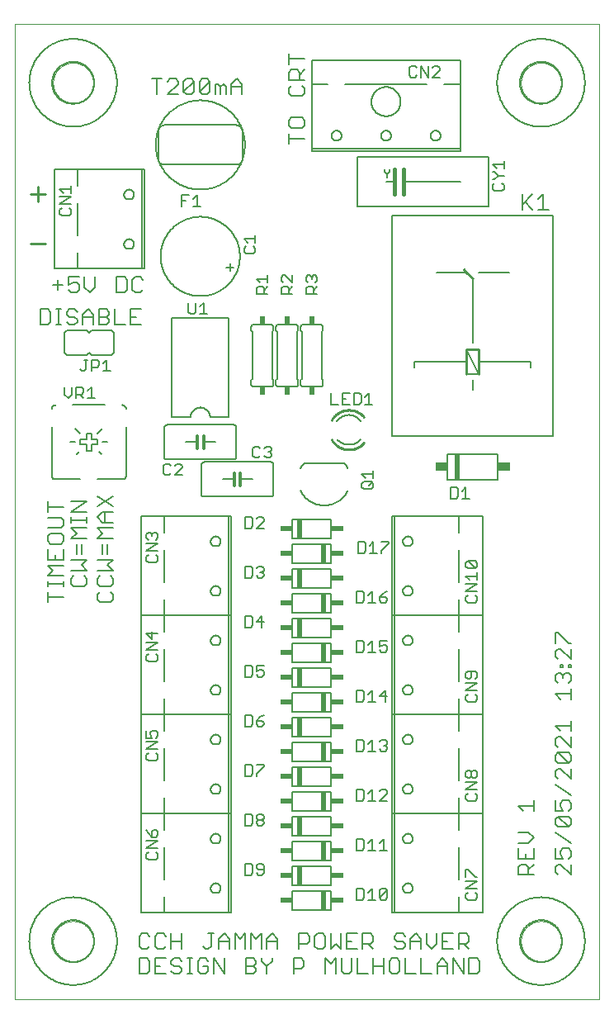
<source format=gto>
G75*
%MOIN*%
%OFA0B0*%
%FSLAX25Y25*%
%IPPOS*%
%LPD*%
%AMOC8*
5,1,8,0,0,1.08239X$1,22.5*
%
%ADD10C,0.00000*%
%ADD11C,0.00600*%
%ADD12C,0.00700*%
%ADD13C,0.01000*%
%ADD14C,0.00500*%
%ADD15C,0.01200*%
%ADD16R,0.02362X0.10000*%
%ADD17R,0.05000X0.03386*%
%ADD18R,0.01969X0.07874*%
%ADD19R,0.05000X0.02000*%
%ADD20R,0.02400X0.03400*%
%ADD21C,0.01600*%
D10*
X0001256Y0001256D02*
X0001256Y0394957D01*
X0237476Y0394957D01*
X0237476Y0001256D01*
X0001256Y0001256D01*
X0016807Y0024878D02*
X0016809Y0025076D01*
X0016817Y0025274D01*
X0016829Y0025472D01*
X0016846Y0025669D01*
X0016868Y0025866D01*
X0016894Y0026062D01*
X0016926Y0026258D01*
X0016962Y0026453D01*
X0017003Y0026646D01*
X0017049Y0026839D01*
X0017099Y0027031D01*
X0017155Y0027221D01*
X0017214Y0027410D01*
X0017279Y0027597D01*
X0017348Y0027783D01*
X0017421Y0027967D01*
X0017499Y0028149D01*
X0017582Y0028329D01*
X0017669Y0028507D01*
X0017760Y0028683D01*
X0017856Y0028856D01*
X0017955Y0029027D01*
X0018059Y0029196D01*
X0018167Y0029362D01*
X0018279Y0029525D01*
X0018395Y0029686D01*
X0018515Y0029844D01*
X0018639Y0029998D01*
X0018767Y0030150D01*
X0018898Y0030298D01*
X0019033Y0030443D01*
X0019171Y0030585D01*
X0019313Y0030723D01*
X0019458Y0030858D01*
X0019606Y0030989D01*
X0019758Y0031117D01*
X0019912Y0031241D01*
X0020070Y0031361D01*
X0020231Y0031477D01*
X0020394Y0031589D01*
X0020560Y0031697D01*
X0020729Y0031801D01*
X0020900Y0031900D01*
X0021073Y0031996D01*
X0021249Y0032087D01*
X0021427Y0032174D01*
X0021607Y0032257D01*
X0021789Y0032335D01*
X0021973Y0032408D01*
X0022159Y0032477D01*
X0022346Y0032542D01*
X0022535Y0032601D01*
X0022725Y0032657D01*
X0022917Y0032707D01*
X0023110Y0032753D01*
X0023303Y0032794D01*
X0023498Y0032830D01*
X0023694Y0032862D01*
X0023890Y0032888D01*
X0024087Y0032910D01*
X0024284Y0032927D01*
X0024482Y0032939D01*
X0024680Y0032947D01*
X0024878Y0032949D01*
X0025076Y0032947D01*
X0025274Y0032939D01*
X0025472Y0032927D01*
X0025669Y0032910D01*
X0025866Y0032888D01*
X0026062Y0032862D01*
X0026258Y0032830D01*
X0026453Y0032794D01*
X0026646Y0032753D01*
X0026839Y0032707D01*
X0027031Y0032657D01*
X0027221Y0032601D01*
X0027410Y0032542D01*
X0027597Y0032477D01*
X0027783Y0032408D01*
X0027967Y0032335D01*
X0028149Y0032257D01*
X0028329Y0032174D01*
X0028507Y0032087D01*
X0028683Y0031996D01*
X0028856Y0031900D01*
X0029027Y0031801D01*
X0029196Y0031697D01*
X0029362Y0031589D01*
X0029525Y0031477D01*
X0029686Y0031361D01*
X0029844Y0031241D01*
X0029998Y0031117D01*
X0030150Y0030989D01*
X0030298Y0030858D01*
X0030443Y0030723D01*
X0030585Y0030585D01*
X0030723Y0030443D01*
X0030858Y0030298D01*
X0030989Y0030150D01*
X0031117Y0029998D01*
X0031241Y0029844D01*
X0031361Y0029686D01*
X0031477Y0029525D01*
X0031589Y0029362D01*
X0031697Y0029196D01*
X0031801Y0029027D01*
X0031900Y0028856D01*
X0031996Y0028683D01*
X0032087Y0028507D01*
X0032174Y0028329D01*
X0032257Y0028149D01*
X0032335Y0027967D01*
X0032408Y0027783D01*
X0032477Y0027597D01*
X0032542Y0027410D01*
X0032601Y0027221D01*
X0032657Y0027031D01*
X0032707Y0026839D01*
X0032753Y0026646D01*
X0032794Y0026453D01*
X0032830Y0026258D01*
X0032862Y0026062D01*
X0032888Y0025866D01*
X0032910Y0025669D01*
X0032927Y0025472D01*
X0032939Y0025274D01*
X0032947Y0025076D01*
X0032949Y0024878D01*
X0032947Y0024680D01*
X0032939Y0024482D01*
X0032927Y0024284D01*
X0032910Y0024087D01*
X0032888Y0023890D01*
X0032862Y0023694D01*
X0032830Y0023498D01*
X0032794Y0023303D01*
X0032753Y0023110D01*
X0032707Y0022917D01*
X0032657Y0022725D01*
X0032601Y0022535D01*
X0032542Y0022346D01*
X0032477Y0022159D01*
X0032408Y0021973D01*
X0032335Y0021789D01*
X0032257Y0021607D01*
X0032174Y0021427D01*
X0032087Y0021249D01*
X0031996Y0021073D01*
X0031900Y0020900D01*
X0031801Y0020729D01*
X0031697Y0020560D01*
X0031589Y0020394D01*
X0031477Y0020231D01*
X0031361Y0020070D01*
X0031241Y0019912D01*
X0031117Y0019758D01*
X0030989Y0019606D01*
X0030858Y0019458D01*
X0030723Y0019313D01*
X0030585Y0019171D01*
X0030443Y0019033D01*
X0030298Y0018898D01*
X0030150Y0018767D01*
X0029998Y0018639D01*
X0029844Y0018515D01*
X0029686Y0018395D01*
X0029525Y0018279D01*
X0029362Y0018167D01*
X0029196Y0018059D01*
X0029027Y0017955D01*
X0028856Y0017856D01*
X0028683Y0017760D01*
X0028507Y0017669D01*
X0028329Y0017582D01*
X0028149Y0017499D01*
X0027967Y0017421D01*
X0027783Y0017348D01*
X0027597Y0017279D01*
X0027410Y0017214D01*
X0027221Y0017155D01*
X0027031Y0017099D01*
X0026839Y0017049D01*
X0026646Y0017003D01*
X0026453Y0016962D01*
X0026258Y0016926D01*
X0026062Y0016894D01*
X0025866Y0016868D01*
X0025669Y0016846D01*
X0025472Y0016829D01*
X0025274Y0016817D01*
X0025076Y0016809D01*
X0024878Y0016807D01*
X0024680Y0016809D01*
X0024482Y0016817D01*
X0024284Y0016829D01*
X0024087Y0016846D01*
X0023890Y0016868D01*
X0023694Y0016894D01*
X0023498Y0016926D01*
X0023303Y0016962D01*
X0023110Y0017003D01*
X0022917Y0017049D01*
X0022725Y0017099D01*
X0022535Y0017155D01*
X0022346Y0017214D01*
X0022159Y0017279D01*
X0021973Y0017348D01*
X0021789Y0017421D01*
X0021607Y0017499D01*
X0021427Y0017582D01*
X0021249Y0017669D01*
X0021073Y0017760D01*
X0020900Y0017856D01*
X0020729Y0017955D01*
X0020560Y0018059D01*
X0020394Y0018167D01*
X0020231Y0018279D01*
X0020070Y0018395D01*
X0019912Y0018515D01*
X0019758Y0018639D01*
X0019606Y0018767D01*
X0019458Y0018898D01*
X0019313Y0019033D01*
X0019171Y0019171D01*
X0019033Y0019313D01*
X0018898Y0019458D01*
X0018767Y0019606D01*
X0018639Y0019758D01*
X0018515Y0019912D01*
X0018395Y0020070D01*
X0018279Y0020231D01*
X0018167Y0020394D01*
X0018059Y0020560D01*
X0017955Y0020729D01*
X0017856Y0020900D01*
X0017760Y0021073D01*
X0017669Y0021249D01*
X0017582Y0021427D01*
X0017499Y0021607D01*
X0017421Y0021789D01*
X0017348Y0021973D01*
X0017279Y0022159D01*
X0017214Y0022346D01*
X0017155Y0022535D01*
X0017099Y0022725D01*
X0017049Y0022917D01*
X0017003Y0023110D01*
X0016962Y0023303D01*
X0016926Y0023498D01*
X0016894Y0023694D01*
X0016868Y0023890D01*
X0016846Y0024087D01*
X0016829Y0024284D01*
X0016817Y0024482D01*
X0016809Y0024680D01*
X0016807Y0024878D01*
X0205783Y0024878D02*
X0205785Y0025076D01*
X0205793Y0025274D01*
X0205805Y0025472D01*
X0205822Y0025669D01*
X0205844Y0025866D01*
X0205870Y0026062D01*
X0205902Y0026258D01*
X0205938Y0026453D01*
X0205979Y0026646D01*
X0206025Y0026839D01*
X0206075Y0027031D01*
X0206131Y0027221D01*
X0206190Y0027410D01*
X0206255Y0027597D01*
X0206324Y0027783D01*
X0206397Y0027967D01*
X0206475Y0028149D01*
X0206558Y0028329D01*
X0206645Y0028507D01*
X0206736Y0028683D01*
X0206832Y0028856D01*
X0206931Y0029027D01*
X0207035Y0029196D01*
X0207143Y0029362D01*
X0207255Y0029525D01*
X0207371Y0029686D01*
X0207491Y0029844D01*
X0207615Y0029998D01*
X0207743Y0030150D01*
X0207874Y0030298D01*
X0208009Y0030443D01*
X0208147Y0030585D01*
X0208289Y0030723D01*
X0208434Y0030858D01*
X0208582Y0030989D01*
X0208734Y0031117D01*
X0208888Y0031241D01*
X0209046Y0031361D01*
X0209207Y0031477D01*
X0209370Y0031589D01*
X0209536Y0031697D01*
X0209705Y0031801D01*
X0209876Y0031900D01*
X0210049Y0031996D01*
X0210225Y0032087D01*
X0210403Y0032174D01*
X0210583Y0032257D01*
X0210765Y0032335D01*
X0210949Y0032408D01*
X0211135Y0032477D01*
X0211322Y0032542D01*
X0211511Y0032601D01*
X0211701Y0032657D01*
X0211893Y0032707D01*
X0212086Y0032753D01*
X0212279Y0032794D01*
X0212474Y0032830D01*
X0212670Y0032862D01*
X0212866Y0032888D01*
X0213063Y0032910D01*
X0213260Y0032927D01*
X0213458Y0032939D01*
X0213656Y0032947D01*
X0213854Y0032949D01*
X0214052Y0032947D01*
X0214250Y0032939D01*
X0214448Y0032927D01*
X0214645Y0032910D01*
X0214842Y0032888D01*
X0215038Y0032862D01*
X0215234Y0032830D01*
X0215429Y0032794D01*
X0215622Y0032753D01*
X0215815Y0032707D01*
X0216007Y0032657D01*
X0216197Y0032601D01*
X0216386Y0032542D01*
X0216573Y0032477D01*
X0216759Y0032408D01*
X0216943Y0032335D01*
X0217125Y0032257D01*
X0217305Y0032174D01*
X0217483Y0032087D01*
X0217659Y0031996D01*
X0217832Y0031900D01*
X0218003Y0031801D01*
X0218172Y0031697D01*
X0218338Y0031589D01*
X0218501Y0031477D01*
X0218662Y0031361D01*
X0218820Y0031241D01*
X0218974Y0031117D01*
X0219126Y0030989D01*
X0219274Y0030858D01*
X0219419Y0030723D01*
X0219561Y0030585D01*
X0219699Y0030443D01*
X0219834Y0030298D01*
X0219965Y0030150D01*
X0220093Y0029998D01*
X0220217Y0029844D01*
X0220337Y0029686D01*
X0220453Y0029525D01*
X0220565Y0029362D01*
X0220673Y0029196D01*
X0220777Y0029027D01*
X0220876Y0028856D01*
X0220972Y0028683D01*
X0221063Y0028507D01*
X0221150Y0028329D01*
X0221233Y0028149D01*
X0221311Y0027967D01*
X0221384Y0027783D01*
X0221453Y0027597D01*
X0221518Y0027410D01*
X0221577Y0027221D01*
X0221633Y0027031D01*
X0221683Y0026839D01*
X0221729Y0026646D01*
X0221770Y0026453D01*
X0221806Y0026258D01*
X0221838Y0026062D01*
X0221864Y0025866D01*
X0221886Y0025669D01*
X0221903Y0025472D01*
X0221915Y0025274D01*
X0221923Y0025076D01*
X0221925Y0024878D01*
X0221923Y0024680D01*
X0221915Y0024482D01*
X0221903Y0024284D01*
X0221886Y0024087D01*
X0221864Y0023890D01*
X0221838Y0023694D01*
X0221806Y0023498D01*
X0221770Y0023303D01*
X0221729Y0023110D01*
X0221683Y0022917D01*
X0221633Y0022725D01*
X0221577Y0022535D01*
X0221518Y0022346D01*
X0221453Y0022159D01*
X0221384Y0021973D01*
X0221311Y0021789D01*
X0221233Y0021607D01*
X0221150Y0021427D01*
X0221063Y0021249D01*
X0220972Y0021073D01*
X0220876Y0020900D01*
X0220777Y0020729D01*
X0220673Y0020560D01*
X0220565Y0020394D01*
X0220453Y0020231D01*
X0220337Y0020070D01*
X0220217Y0019912D01*
X0220093Y0019758D01*
X0219965Y0019606D01*
X0219834Y0019458D01*
X0219699Y0019313D01*
X0219561Y0019171D01*
X0219419Y0019033D01*
X0219274Y0018898D01*
X0219126Y0018767D01*
X0218974Y0018639D01*
X0218820Y0018515D01*
X0218662Y0018395D01*
X0218501Y0018279D01*
X0218338Y0018167D01*
X0218172Y0018059D01*
X0218003Y0017955D01*
X0217832Y0017856D01*
X0217659Y0017760D01*
X0217483Y0017669D01*
X0217305Y0017582D01*
X0217125Y0017499D01*
X0216943Y0017421D01*
X0216759Y0017348D01*
X0216573Y0017279D01*
X0216386Y0017214D01*
X0216197Y0017155D01*
X0216007Y0017099D01*
X0215815Y0017049D01*
X0215622Y0017003D01*
X0215429Y0016962D01*
X0215234Y0016926D01*
X0215038Y0016894D01*
X0214842Y0016868D01*
X0214645Y0016846D01*
X0214448Y0016829D01*
X0214250Y0016817D01*
X0214052Y0016809D01*
X0213854Y0016807D01*
X0213656Y0016809D01*
X0213458Y0016817D01*
X0213260Y0016829D01*
X0213063Y0016846D01*
X0212866Y0016868D01*
X0212670Y0016894D01*
X0212474Y0016926D01*
X0212279Y0016962D01*
X0212086Y0017003D01*
X0211893Y0017049D01*
X0211701Y0017099D01*
X0211511Y0017155D01*
X0211322Y0017214D01*
X0211135Y0017279D01*
X0210949Y0017348D01*
X0210765Y0017421D01*
X0210583Y0017499D01*
X0210403Y0017582D01*
X0210225Y0017669D01*
X0210049Y0017760D01*
X0209876Y0017856D01*
X0209705Y0017955D01*
X0209536Y0018059D01*
X0209370Y0018167D01*
X0209207Y0018279D01*
X0209046Y0018395D01*
X0208888Y0018515D01*
X0208734Y0018639D01*
X0208582Y0018767D01*
X0208434Y0018898D01*
X0208289Y0019033D01*
X0208147Y0019171D01*
X0208009Y0019313D01*
X0207874Y0019458D01*
X0207743Y0019606D01*
X0207615Y0019758D01*
X0207491Y0019912D01*
X0207371Y0020070D01*
X0207255Y0020231D01*
X0207143Y0020394D01*
X0207035Y0020560D01*
X0206931Y0020729D01*
X0206832Y0020900D01*
X0206736Y0021073D01*
X0206645Y0021249D01*
X0206558Y0021427D01*
X0206475Y0021607D01*
X0206397Y0021789D01*
X0206324Y0021973D01*
X0206255Y0022159D01*
X0206190Y0022346D01*
X0206131Y0022535D01*
X0206075Y0022725D01*
X0206025Y0022917D01*
X0205979Y0023110D01*
X0205938Y0023303D01*
X0205902Y0023498D01*
X0205870Y0023694D01*
X0205844Y0023890D01*
X0205822Y0024087D01*
X0205805Y0024284D01*
X0205793Y0024482D01*
X0205785Y0024680D01*
X0205783Y0024878D01*
X0205783Y0371335D02*
X0205785Y0371533D01*
X0205793Y0371731D01*
X0205805Y0371929D01*
X0205822Y0372126D01*
X0205844Y0372323D01*
X0205870Y0372519D01*
X0205902Y0372715D01*
X0205938Y0372910D01*
X0205979Y0373103D01*
X0206025Y0373296D01*
X0206075Y0373488D01*
X0206131Y0373678D01*
X0206190Y0373867D01*
X0206255Y0374054D01*
X0206324Y0374240D01*
X0206397Y0374424D01*
X0206475Y0374606D01*
X0206558Y0374786D01*
X0206645Y0374964D01*
X0206736Y0375140D01*
X0206832Y0375313D01*
X0206931Y0375484D01*
X0207035Y0375653D01*
X0207143Y0375819D01*
X0207255Y0375982D01*
X0207371Y0376143D01*
X0207491Y0376301D01*
X0207615Y0376455D01*
X0207743Y0376607D01*
X0207874Y0376755D01*
X0208009Y0376900D01*
X0208147Y0377042D01*
X0208289Y0377180D01*
X0208434Y0377315D01*
X0208582Y0377446D01*
X0208734Y0377574D01*
X0208888Y0377698D01*
X0209046Y0377818D01*
X0209207Y0377934D01*
X0209370Y0378046D01*
X0209536Y0378154D01*
X0209705Y0378258D01*
X0209876Y0378357D01*
X0210049Y0378453D01*
X0210225Y0378544D01*
X0210403Y0378631D01*
X0210583Y0378714D01*
X0210765Y0378792D01*
X0210949Y0378865D01*
X0211135Y0378934D01*
X0211322Y0378999D01*
X0211511Y0379058D01*
X0211701Y0379114D01*
X0211893Y0379164D01*
X0212086Y0379210D01*
X0212279Y0379251D01*
X0212474Y0379287D01*
X0212670Y0379319D01*
X0212866Y0379345D01*
X0213063Y0379367D01*
X0213260Y0379384D01*
X0213458Y0379396D01*
X0213656Y0379404D01*
X0213854Y0379406D01*
X0214052Y0379404D01*
X0214250Y0379396D01*
X0214448Y0379384D01*
X0214645Y0379367D01*
X0214842Y0379345D01*
X0215038Y0379319D01*
X0215234Y0379287D01*
X0215429Y0379251D01*
X0215622Y0379210D01*
X0215815Y0379164D01*
X0216007Y0379114D01*
X0216197Y0379058D01*
X0216386Y0378999D01*
X0216573Y0378934D01*
X0216759Y0378865D01*
X0216943Y0378792D01*
X0217125Y0378714D01*
X0217305Y0378631D01*
X0217483Y0378544D01*
X0217659Y0378453D01*
X0217832Y0378357D01*
X0218003Y0378258D01*
X0218172Y0378154D01*
X0218338Y0378046D01*
X0218501Y0377934D01*
X0218662Y0377818D01*
X0218820Y0377698D01*
X0218974Y0377574D01*
X0219126Y0377446D01*
X0219274Y0377315D01*
X0219419Y0377180D01*
X0219561Y0377042D01*
X0219699Y0376900D01*
X0219834Y0376755D01*
X0219965Y0376607D01*
X0220093Y0376455D01*
X0220217Y0376301D01*
X0220337Y0376143D01*
X0220453Y0375982D01*
X0220565Y0375819D01*
X0220673Y0375653D01*
X0220777Y0375484D01*
X0220876Y0375313D01*
X0220972Y0375140D01*
X0221063Y0374964D01*
X0221150Y0374786D01*
X0221233Y0374606D01*
X0221311Y0374424D01*
X0221384Y0374240D01*
X0221453Y0374054D01*
X0221518Y0373867D01*
X0221577Y0373678D01*
X0221633Y0373488D01*
X0221683Y0373296D01*
X0221729Y0373103D01*
X0221770Y0372910D01*
X0221806Y0372715D01*
X0221838Y0372519D01*
X0221864Y0372323D01*
X0221886Y0372126D01*
X0221903Y0371929D01*
X0221915Y0371731D01*
X0221923Y0371533D01*
X0221925Y0371335D01*
X0221923Y0371137D01*
X0221915Y0370939D01*
X0221903Y0370741D01*
X0221886Y0370544D01*
X0221864Y0370347D01*
X0221838Y0370151D01*
X0221806Y0369955D01*
X0221770Y0369760D01*
X0221729Y0369567D01*
X0221683Y0369374D01*
X0221633Y0369182D01*
X0221577Y0368992D01*
X0221518Y0368803D01*
X0221453Y0368616D01*
X0221384Y0368430D01*
X0221311Y0368246D01*
X0221233Y0368064D01*
X0221150Y0367884D01*
X0221063Y0367706D01*
X0220972Y0367530D01*
X0220876Y0367357D01*
X0220777Y0367186D01*
X0220673Y0367017D01*
X0220565Y0366851D01*
X0220453Y0366688D01*
X0220337Y0366527D01*
X0220217Y0366369D01*
X0220093Y0366215D01*
X0219965Y0366063D01*
X0219834Y0365915D01*
X0219699Y0365770D01*
X0219561Y0365628D01*
X0219419Y0365490D01*
X0219274Y0365355D01*
X0219126Y0365224D01*
X0218974Y0365096D01*
X0218820Y0364972D01*
X0218662Y0364852D01*
X0218501Y0364736D01*
X0218338Y0364624D01*
X0218172Y0364516D01*
X0218003Y0364412D01*
X0217832Y0364313D01*
X0217659Y0364217D01*
X0217483Y0364126D01*
X0217305Y0364039D01*
X0217125Y0363956D01*
X0216943Y0363878D01*
X0216759Y0363805D01*
X0216573Y0363736D01*
X0216386Y0363671D01*
X0216197Y0363612D01*
X0216007Y0363556D01*
X0215815Y0363506D01*
X0215622Y0363460D01*
X0215429Y0363419D01*
X0215234Y0363383D01*
X0215038Y0363351D01*
X0214842Y0363325D01*
X0214645Y0363303D01*
X0214448Y0363286D01*
X0214250Y0363274D01*
X0214052Y0363266D01*
X0213854Y0363264D01*
X0213656Y0363266D01*
X0213458Y0363274D01*
X0213260Y0363286D01*
X0213063Y0363303D01*
X0212866Y0363325D01*
X0212670Y0363351D01*
X0212474Y0363383D01*
X0212279Y0363419D01*
X0212086Y0363460D01*
X0211893Y0363506D01*
X0211701Y0363556D01*
X0211511Y0363612D01*
X0211322Y0363671D01*
X0211135Y0363736D01*
X0210949Y0363805D01*
X0210765Y0363878D01*
X0210583Y0363956D01*
X0210403Y0364039D01*
X0210225Y0364126D01*
X0210049Y0364217D01*
X0209876Y0364313D01*
X0209705Y0364412D01*
X0209536Y0364516D01*
X0209370Y0364624D01*
X0209207Y0364736D01*
X0209046Y0364852D01*
X0208888Y0364972D01*
X0208734Y0365096D01*
X0208582Y0365224D01*
X0208434Y0365355D01*
X0208289Y0365490D01*
X0208147Y0365628D01*
X0208009Y0365770D01*
X0207874Y0365915D01*
X0207743Y0366063D01*
X0207615Y0366215D01*
X0207491Y0366369D01*
X0207371Y0366527D01*
X0207255Y0366688D01*
X0207143Y0366851D01*
X0207035Y0367017D01*
X0206931Y0367186D01*
X0206832Y0367357D01*
X0206736Y0367530D01*
X0206645Y0367706D01*
X0206558Y0367884D01*
X0206475Y0368064D01*
X0206397Y0368246D01*
X0206324Y0368430D01*
X0206255Y0368616D01*
X0206190Y0368803D01*
X0206131Y0368992D01*
X0206075Y0369182D01*
X0206025Y0369374D01*
X0205979Y0369567D01*
X0205938Y0369760D01*
X0205902Y0369955D01*
X0205870Y0370151D01*
X0205844Y0370347D01*
X0205822Y0370544D01*
X0205805Y0370741D01*
X0205793Y0370939D01*
X0205785Y0371137D01*
X0205783Y0371335D01*
X0016807Y0371335D02*
X0016809Y0371533D01*
X0016817Y0371731D01*
X0016829Y0371929D01*
X0016846Y0372126D01*
X0016868Y0372323D01*
X0016894Y0372519D01*
X0016926Y0372715D01*
X0016962Y0372910D01*
X0017003Y0373103D01*
X0017049Y0373296D01*
X0017099Y0373488D01*
X0017155Y0373678D01*
X0017214Y0373867D01*
X0017279Y0374054D01*
X0017348Y0374240D01*
X0017421Y0374424D01*
X0017499Y0374606D01*
X0017582Y0374786D01*
X0017669Y0374964D01*
X0017760Y0375140D01*
X0017856Y0375313D01*
X0017955Y0375484D01*
X0018059Y0375653D01*
X0018167Y0375819D01*
X0018279Y0375982D01*
X0018395Y0376143D01*
X0018515Y0376301D01*
X0018639Y0376455D01*
X0018767Y0376607D01*
X0018898Y0376755D01*
X0019033Y0376900D01*
X0019171Y0377042D01*
X0019313Y0377180D01*
X0019458Y0377315D01*
X0019606Y0377446D01*
X0019758Y0377574D01*
X0019912Y0377698D01*
X0020070Y0377818D01*
X0020231Y0377934D01*
X0020394Y0378046D01*
X0020560Y0378154D01*
X0020729Y0378258D01*
X0020900Y0378357D01*
X0021073Y0378453D01*
X0021249Y0378544D01*
X0021427Y0378631D01*
X0021607Y0378714D01*
X0021789Y0378792D01*
X0021973Y0378865D01*
X0022159Y0378934D01*
X0022346Y0378999D01*
X0022535Y0379058D01*
X0022725Y0379114D01*
X0022917Y0379164D01*
X0023110Y0379210D01*
X0023303Y0379251D01*
X0023498Y0379287D01*
X0023694Y0379319D01*
X0023890Y0379345D01*
X0024087Y0379367D01*
X0024284Y0379384D01*
X0024482Y0379396D01*
X0024680Y0379404D01*
X0024878Y0379406D01*
X0025076Y0379404D01*
X0025274Y0379396D01*
X0025472Y0379384D01*
X0025669Y0379367D01*
X0025866Y0379345D01*
X0026062Y0379319D01*
X0026258Y0379287D01*
X0026453Y0379251D01*
X0026646Y0379210D01*
X0026839Y0379164D01*
X0027031Y0379114D01*
X0027221Y0379058D01*
X0027410Y0378999D01*
X0027597Y0378934D01*
X0027783Y0378865D01*
X0027967Y0378792D01*
X0028149Y0378714D01*
X0028329Y0378631D01*
X0028507Y0378544D01*
X0028683Y0378453D01*
X0028856Y0378357D01*
X0029027Y0378258D01*
X0029196Y0378154D01*
X0029362Y0378046D01*
X0029525Y0377934D01*
X0029686Y0377818D01*
X0029844Y0377698D01*
X0029998Y0377574D01*
X0030150Y0377446D01*
X0030298Y0377315D01*
X0030443Y0377180D01*
X0030585Y0377042D01*
X0030723Y0376900D01*
X0030858Y0376755D01*
X0030989Y0376607D01*
X0031117Y0376455D01*
X0031241Y0376301D01*
X0031361Y0376143D01*
X0031477Y0375982D01*
X0031589Y0375819D01*
X0031697Y0375653D01*
X0031801Y0375484D01*
X0031900Y0375313D01*
X0031996Y0375140D01*
X0032087Y0374964D01*
X0032174Y0374786D01*
X0032257Y0374606D01*
X0032335Y0374424D01*
X0032408Y0374240D01*
X0032477Y0374054D01*
X0032542Y0373867D01*
X0032601Y0373678D01*
X0032657Y0373488D01*
X0032707Y0373296D01*
X0032753Y0373103D01*
X0032794Y0372910D01*
X0032830Y0372715D01*
X0032862Y0372519D01*
X0032888Y0372323D01*
X0032910Y0372126D01*
X0032927Y0371929D01*
X0032939Y0371731D01*
X0032947Y0371533D01*
X0032949Y0371335D01*
X0032947Y0371137D01*
X0032939Y0370939D01*
X0032927Y0370741D01*
X0032910Y0370544D01*
X0032888Y0370347D01*
X0032862Y0370151D01*
X0032830Y0369955D01*
X0032794Y0369760D01*
X0032753Y0369567D01*
X0032707Y0369374D01*
X0032657Y0369182D01*
X0032601Y0368992D01*
X0032542Y0368803D01*
X0032477Y0368616D01*
X0032408Y0368430D01*
X0032335Y0368246D01*
X0032257Y0368064D01*
X0032174Y0367884D01*
X0032087Y0367706D01*
X0031996Y0367530D01*
X0031900Y0367357D01*
X0031801Y0367186D01*
X0031697Y0367017D01*
X0031589Y0366851D01*
X0031477Y0366688D01*
X0031361Y0366527D01*
X0031241Y0366369D01*
X0031117Y0366215D01*
X0030989Y0366063D01*
X0030858Y0365915D01*
X0030723Y0365770D01*
X0030585Y0365628D01*
X0030443Y0365490D01*
X0030298Y0365355D01*
X0030150Y0365224D01*
X0029998Y0365096D01*
X0029844Y0364972D01*
X0029686Y0364852D01*
X0029525Y0364736D01*
X0029362Y0364624D01*
X0029196Y0364516D01*
X0029027Y0364412D01*
X0028856Y0364313D01*
X0028683Y0364217D01*
X0028507Y0364126D01*
X0028329Y0364039D01*
X0028149Y0363956D01*
X0027967Y0363878D01*
X0027783Y0363805D01*
X0027597Y0363736D01*
X0027410Y0363671D01*
X0027221Y0363612D01*
X0027031Y0363556D01*
X0026839Y0363506D01*
X0026646Y0363460D01*
X0026453Y0363419D01*
X0026258Y0363383D01*
X0026062Y0363351D01*
X0025866Y0363325D01*
X0025669Y0363303D01*
X0025472Y0363286D01*
X0025274Y0363274D01*
X0025076Y0363266D01*
X0024878Y0363264D01*
X0024680Y0363266D01*
X0024482Y0363274D01*
X0024284Y0363286D01*
X0024087Y0363303D01*
X0023890Y0363325D01*
X0023694Y0363351D01*
X0023498Y0363383D01*
X0023303Y0363419D01*
X0023110Y0363460D01*
X0022917Y0363506D01*
X0022725Y0363556D01*
X0022535Y0363612D01*
X0022346Y0363671D01*
X0022159Y0363736D01*
X0021973Y0363805D01*
X0021789Y0363878D01*
X0021607Y0363956D01*
X0021427Y0364039D01*
X0021249Y0364126D01*
X0021073Y0364217D01*
X0020900Y0364313D01*
X0020729Y0364412D01*
X0020560Y0364516D01*
X0020394Y0364624D01*
X0020231Y0364736D01*
X0020070Y0364852D01*
X0019912Y0364972D01*
X0019758Y0365096D01*
X0019606Y0365224D01*
X0019458Y0365355D01*
X0019313Y0365490D01*
X0019171Y0365628D01*
X0019033Y0365770D01*
X0018898Y0365915D01*
X0018767Y0366063D01*
X0018639Y0366215D01*
X0018515Y0366369D01*
X0018395Y0366527D01*
X0018279Y0366688D01*
X0018167Y0366851D01*
X0018059Y0367017D01*
X0017955Y0367186D01*
X0017856Y0367357D01*
X0017760Y0367530D01*
X0017669Y0367706D01*
X0017582Y0367884D01*
X0017499Y0368064D01*
X0017421Y0368246D01*
X0017348Y0368430D01*
X0017279Y0368616D01*
X0017214Y0368803D01*
X0017155Y0368992D01*
X0017099Y0369182D01*
X0017049Y0369374D01*
X0017003Y0369567D01*
X0016962Y0369760D01*
X0016926Y0369955D01*
X0016894Y0370151D01*
X0016868Y0370347D01*
X0016846Y0370544D01*
X0016829Y0370741D01*
X0016817Y0370939D01*
X0016809Y0371137D01*
X0016807Y0371335D01*
D11*
X0016413Y0371335D02*
X0016416Y0371543D01*
X0016423Y0371750D01*
X0016436Y0371958D01*
X0016454Y0372165D01*
X0016477Y0372371D01*
X0016505Y0372577D01*
X0016538Y0372782D01*
X0016576Y0372986D01*
X0016619Y0373190D01*
X0016667Y0373392D01*
X0016720Y0373593D01*
X0016778Y0373792D01*
X0016840Y0373990D01*
X0016908Y0374187D01*
X0016980Y0374382D01*
X0017057Y0374574D01*
X0017139Y0374765D01*
X0017226Y0374954D01*
X0017317Y0375141D01*
X0017413Y0375325D01*
X0017513Y0375507D01*
X0017617Y0375687D01*
X0017726Y0375864D01*
X0017840Y0376038D01*
X0017957Y0376209D01*
X0018079Y0376378D01*
X0018205Y0376543D01*
X0018334Y0376705D01*
X0018468Y0376864D01*
X0018606Y0377020D01*
X0018747Y0377172D01*
X0018892Y0377321D01*
X0019041Y0377466D01*
X0019193Y0377607D01*
X0019349Y0377745D01*
X0019508Y0377879D01*
X0019670Y0378008D01*
X0019835Y0378134D01*
X0020004Y0378256D01*
X0020175Y0378373D01*
X0020349Y0378487D01*
X0020526Y0378596D01*
X0020706Y0378700D01*
X0020888Y0378800D01*
X0021072Y0378896D01*
X0021259Y0378987D01*
X0021448Y0379074D01*
X0021639Y0379156D01*
X0021831Y0379233D01*
X0022026Y0379305D01*
X0022223Y0379373D01*
X0022421Y0379435D01*
X0022620Y0379493D01*
X0022821Y0379546D01*
X0023023Y0379594D01*
X0023227Y0379637D01*
X0023431Y0379675D01*
X0023636Y0379708D01*
X0023842Y0379736D01*
X0024048Y0379759D01*
X0024255Y0379777D01*
X0024463Y0379790D01*
X0024670Y0379797D01*
X0024878Y0379800D01*
X0025086Y0379797D01*
X0025293Y0379790D01*
X0025501Y0379777D01*
X0025708Y0379759D01*
X0025914Y0379736D01*
X0026120Y0379708D01*
X0026325Y0379675D01*
X0026529Y0379637D01*
X0026733Y0379594D01*
X0026935Y0379546D01*
X0027136Y0379493D01*
X0027335Y0379435D01*
X0027533Y0379373D01*
X0027730Y0379305D01*
X0027925Y0379233D01*
X0028117Y0379156D01*
X0028308Y0379074D01*
X0028497Y0378987D01*
X0028684Y0378896D01*
X0028868Y0378800D01*
X0029050Y0378700D01*
X0029230Y0378596D01*
X0029407Y0378487D01*
X0029581Y0378373D01*
X0029752Y0378256D01*
X0029921Y0378134D01*
X0030086Y0378008D01*
X0030248Y0377879D01*
X0030407Y0377745D01*
X0030563Y0377607D01*
X0030715Y0377466D01*
X0030864Y0377321D01*
X0031009Y0377172D01*
X0031150Y0377020D01*
X0031288Y0376864D01*
X0031422Y0376705D01*
X0031551Y0376543D01*
X0031677Y0376378D01*
X0031799Y0376209D01*
X0031916Y0376038D01*
X0032030Y0375864D01*
X0032139Y0375687D01*
X0032243Y0375507D01*
X0032343Y0375325D01*
X0032439Y0375141D01*
X0032530Y0374954D01*
X0032617Y0374765D01*
X0032699Y0374574D01*
X0032776Y0374382D01*
X0032848Y0374187D01*
X0032916Y0373990D01*
X0032978Y0373792D01*
X0033036Y0373593D01*
X0033089Y0373392D01*
X0033137Y0373190D01*
X0033180Y0372986D01*
X0033218Y0372782D01*
X0033251Y0372577D01*
X0033279Y0372371D01*
X0033302Y0372165D01*
X0033320Y0371958D01*
X0033333Y0371750D01*
X0033340Y0371543D01*
X0033343Y0371335D01*
X0033340Y0371127D01*
X0033333Y0370920D01*
X0033320Y0370712D01*
X0033302Y0370505D01*
X0033279Y0370299D01*
X0033251Y0370093D01*
X0033218Y0369888D01*
X0033180Y0369684D01*
X0033137Y0369480D01*
X0033089Y0369278D01*
X0033036Y0369077D01*
X0032978Y0368878D01*
X0032916Y0368680D01*
X0032848Y0368483D01*
X0032776Y0368288D01*
X0032699Y0368096D01*
X0032617Y0367905D01*
X0032530Y0367716D01*
X0032439Y0367529D01*
X0032343Y0367345D01*
X0032243Y0367163D01*
X0032139Y0366983D01*
X0032030Y0366806D01*
X0031916Y0366632D01*
X0031799Y0366461D01*
X0031677Y0366292D01*
X0031551Y0366127D01*
X0031422Y0365965D01*
X0031288Y0365806D01*
X0031150Y0365650D01*
X0031009Y0365498D01*
X0030864Y0365349D01*
X0030715Y0365204D01*
X0030563Y0365063D01*
X0030407Y0364925D01*
X0030248Y0364791D01*
X0030086Y0364662D01*
X0029921Y0364536D01*
X0029752Y0364414D01*
X0029581Y0364297D01*
X0029407Y0364183D01*
X0029230Y0364074D01*
X0029050Y0363970D01*
X0028868Y0363870D01*
X0028684Y0363774D01*
X0028497Y0363683D01*
X0028308Y0363596D01*
X0028117Y0363514D01*
X0027925Y0363437D01*
X0027730Y0363365D01*
X0027533Y0363297D01*
X0027335Y0363235D01*
X0027136Y0363177D01*
X0026935Y0363124D01*
X0026733Y0363076D01*
X0026529Y0363033D01*
X0026325Y0362995D01*
X0026120Y0362962D01*
X0025914Y0362934D01*
X0025708Y0362911D01*
X0025501Y0362893D01*
X0025293Y0362880D01*
X0025086Y0362873D01*
X0024878Y0362870D01*
X0024670Y0362873D01*
X0024463Y0362880D01*
X0024255Y0362893D01*
X0024048Y0362911D01*
X0023842Y0362934D01*
X0023636Y0362962D01*
X0023431Y0362995D01*
X0023227Y0363033D01*
X0023023Y0363076D01*
X0022821Y0363124D01*
X0022620Y0363177D01*
X0022421Y0363235D01*
X0022223Y0363297D01*
X0022026Y0363365D01*
X0021831Y0363437D01*
X0021639Y0363514D01*
X0021448Y0363596D01*
X0021259Y0363683D01*
X0021072Y0363774D01*
X0020888Y0363870D01*
X0020706Y0363970D01*
X0020526Y0364074D01*
X0020349Y0364183D01*
X0020175Y0364297D01*
X0020004Y0364414D01*
X0019835Y0364536D01*
X0019670Y0364662D01*
X0019508Y0364791D01*
X0019349Y0364925D01*
X0019193Y0365063D01*
X0019041Y0365204D01*
X0018892Y0365349D01*
X0018747Y0365498D01*
X0018606Y0365650D01*
X0018468Y0365806D01*
X0018334Y0365965D01*
X0018205Y0366127D01*
X0018079Y0366292D01*
X0017957Y0366461D01*
X0017840Y0366632D01*
X0017726Y0366806D01*
X0017617Y0366983D01*
X0017513Y0367163D01*
X0017413Y0367345D01*
X0017317Y0367529D01*
X0017226Y0367716D01*
X0017139Y0367905D01*
X0017057Y0368096D01*
X0016980Y0368288D01*
X0016908Y0368483D01*
X0016840Y0368680D01*
X0016778Y0368878D01*
X0016720Y0369077D01*
X0016667Y0369278D01*
X0016619Y0369480D01*
X0016576Y0369684D01*
X0016538Y0369888D01*
X0016505Y0370093D01*
X0016477Y0370299D01*
X0016454Y0370505D01*
X0016436Y0370712D01*
X0016423Y0370920D01*
X0016416Y0371127D01*
X0016413Y0371335D01*
X0007178Y0371335D02*
X0007183Y0371769D01*
X0007199Y0372203D01*
X0007226Y0372637D01*
X0007263Y0373070D01*
X0007311Y0373502D01*
X0007370Y0373932D01*
X0007439Y0374361D01*
X0007518Y0374788D01*
X0007608Y0375213D01*
X0007708Y0375636D01*
X0007819Y0376056D01*
X0007940Y0376473D01*
X0008071Y0376887D01*
X0008213Y0377298D01*
X0008364Y0377705D01*
X0008525Y0378108D01*
X0008696Y0378508D01*
X0008877Y0378903D01*
X0009068Y0379293D01*
X0009268Y0379679D01*
X0009477Y0380059D01*
X0009696Y0380435D01*
X0009924Y0380804D01*
X0010161Y0381169D01*
X0010407Y0381527D01*
X0010661Y0381879D01*
X0010924Y0382225D01*
X0011196Y0382564D01*
X0011475Y0382896D01*
X0011763Y0383222D01*
X0012059Y0383540D01*
X0012362Y0383851D01*
X0012673Y0384154D01*
X0012991Y0384450D01*
X0013317Y0384738D01*
X0013649Y0385017D01*
X0013988Y0385289D01*
X0014334Y0385552D01*
X0014686Y0385806D01*
X0015044Y0386052D01*
X0015409Y0386289D01*
X0015778Y0386517D01*
X0016154Y0386736D01*
X0016534Y0386945D01*
X0016920Y0387145D01*
X0017310Y0387336D01*
X0017705Y0387517D01*
X0018105Y0387688D01*
X0018508Y0387849D01*
X0018915Y0388000D01*
X0019326Y0388142D01*
X0019740Y0388273D01*
X0020157Y0388394D01*
X0020577Y0388505D01*
X0021000Y0388605D01*
X0021425Y0388695D01*
X0021852Y0388774D01*
X0022281Y0388843D01*
X0022711Y0388902D01*
X0023143Y0388950D01*
X0023576Y0388987D01*
X0024010Y0389014D01*
X0024444Y0389030D01*
X0024878Y0389035D01*
X0025312Y0389030D01*
X0025746Y0389014D01*
X0026180Y0388987D01*
X0026613Y0388950D01*
X0027045Y0388902D01*
X0027475Y0388843D01*
X0027904Y0388774D01*
X0028331Y0388695D01*
X0028756Y0388605D01*
X0029179Y0388505D01*
X0029599Y0388394D01*
X0030016Y0388273D01*
X0030430Y0388142D01*
X0030841Y0388000D01*
X0031248Y0387849D01*
X0031651Y0387688D01*
X0032051Y0387517D01*
X0032446Y0387336D01*
X0032836Y0387145D01*
X0033222Y0386945D01*
X0033602Y0386736D01*
X0033978Y0386517D01*
X0034347Y0386289D01*
X0034712Y0386052D01*
X0035070Y0385806D01*
X0035422Y0385552D01*
X0035768Y0385289D01*
X0036107Y0385017D01*
X0036439Y0384738D01*
X0036765Y0384450D01*
X0037083Y0384154D01*
X0037394Y0383851D01*
X0037697Y0383540D01*
X0037993Y0383222D01*
X0038281Y0382896D01*
X0038560Y0382564D01*
X0038832Y0382225D01*
X0039095Y0381879D01*
X0039349Y0381527D01*
X0039595Y0381169D01*
X0039832Y0380804D01*
X0040060Y0380435D01*
X0040279Y0380059D01*
X0040488Y0379679D01*
X0040688Y0379293D01*
X0040879Y0378903D01*
X0041060Y0378508D01*
X0041231Y0378108D01*
X0041392Y0377705D01*
X0041543Y0377298D01*
X0041685Y0376887D01*
X0041816Y0376473D01*
X0041937Y0376056D01*
X0042048Y0375636D01*
X0042148Y0375213D01*
X0042238Y0374788D01*
X0042317Y0374361D01*
X0042386Y0373932D01*
X0042445Y0373502D01*
X0042493Y0373070D01*
X0042530Y0372637D01*
X0042557Y0372203D01*
X0042573Y0371769D01*
X0042578Y0371335D01*
X0042573Y0370901D01*
X0042557Y0370467D01*
X0042530Y0370033D01*
X0042493Y0369600D01*
X0042445Y0369168D01*
X0042386Y0368738D01*
X0042317Y0368309D01*
X0042238Y0367882D01*
X0042148Y0367457D01*
X0042048Y0367034D01*
X0041937Y0366614D01*
X0041816Y0366197D01*
X0041685Y0365783D01*
X0041543Y0365372D01*
X0041392Y0364965D01*
X0041231Y0364562D01*
X0041060Y0364162D01*
X0040879Y0363767D01*
X0040688Y0363377D01*
X0040488Y0362991D01*
X0040279Y0362611D01*
X0040060Y0362235D01*
X0039832Y0361866D01*
X0039595Y0361501D01*
X0039349Y0361143D01*
X0039095Y0360791D01*
X0038832Y0360445D01*
X0038560Y0360106D01*
X0038281Y0359774D01*
X0037993Y0359448D01*
X0037697Y0359130D01*
X0037394Y0358819D01*
X0037083Y0358516D01*
X0036765Y0358220D01*
X0036439Y0357932D01*
X0036107Y0357653D01*
X0035768Y0357381D01*
X0035422Y0357118D01*
X0035070Y0356864D01*
X0034712Y0356618D01*
X0034347Y0356381D01*
X0033978Y0356153D01*
X0033602Y0355934D01*
X0033222Y0355725D01*
X0032836Y0355525D01*
X0032446Y0355334D01*
X0032051Y0355153D01*
X0031651Y0354982D01*
X0031248Y0354821D01*
X0030841Y0354670D01*
X0030430Y0354528D01*
X0030016Y0354397D01*
X0029599Y0354276D01*
X0029179Y0354165D01*
X0028756Y0354065D01*
X0028331Y0353975D01*
X0027904Y0353896D01*
X0027475Y0353827D01*
X0027045Y0353768D01*
X0026613Y0353720D01*
X0026180Y0353683D01*
X0025746Y0353656D01*
X0025312Y0353640D01*
X0024878Y0353635D01*
X0024444Y0353640D01*
X0024010Y0353656D01*
X0023576Y0353683D01*
X0023143Y0353720D01*
X0022711Y0353768D01*
X0022281Y0353827D01*
X0021852Y0353896D01*
X0021425Y0353975D01*
X0021000Y0354065D01*
X0020577Y0354165D01*
X0020157Y0354276D01*
X0019740Y0354397D01*
X0019326Y0354528D01*
X0018915Y0354670D01*
X0018508Y0354821D01*
X0018105Y0354982D01*
X0017705Y0355153D01*
X0017310Y0355334D01*
X0016920Y0355525D01*
X0016534Y0355725D01*
X0016154Y0355934D01*
X0015778Y0356153D01*
X0015409Y0356381D01*
X0015044Y0356618D01*
X0014686Y0356864D01*
X0014334Y0357118D01*
X0013988Y0357381D01*
X0013649Y0357653D01*
X0013317Y0357932D01*
X0012991Y0358220D01*
X0012673Y0358516D01*
X0012362Y0358819D01*
X0012059Y0359130D01*
X0011763Y0359448D01*
X0011475Y0359774D01*
X0011196Y0360106D01*
X0010924Y0360445D01*
X0010661Y0360791D01*
X0010407Y0361143D01*
X0010161Y0361501D01*
X0009924Y0361866D01*
X0009696Y0362235D01*
X0009477Y0362611D01*
X0009268Y0362991D01*
X0009068Y0363377D01*
X0008877Y0363767D01*
X0008696Y0364162D01*
X0008525Y0364562D01*
X0008364Y0364965D01*
X0008213Y0365372D01*
X0008071Y0365783D01*
X0007940Y0366197D01*
X0007819Y0366614D01*
X0007708Y0367034D01*
X0007608Y0367457D01*
X0007518Y0367882D01*
X0007439Y0368309D01*
X0007370Y0368738D01*
X0007311Y0369168D01*
X0007263Y0369600D01*
X0007226Y0370033D01*
X0007199Y0370467D01*
X0007183Y0370901D01*
X0007178Y0371335D01*
X0017256Y0336256D02*
X0026756Y0336256D01*
X0026756Y0329756D01*
X0026756Y0336256D02*
X0052756Y0336256D01*
X0053756Y0336256D01*
X0053756Y0296256D01*
X0052756Y0296256D01*
X0026756Y0296256D01*
X0026756Y0302756D01*
X0026756Y0296256D02*
X0017256Y0296256D01*
X0017256Y0336256D01*
X0026756Y0322756D02*
X0026756Y0309756D01*
X0045456Y0306256D02*
X0045458Y0306345D01*
X0045464Y0306434D01*
X0045474Y0306523D01*
X0045488Y0306611D01*
X0045505Y0306698D01*
X0045527Y0306784D01*
X0045553Y0306870D01*
X0045582Y0306954D01*
X0045615Y0307037D01*
X0045651Y0307118D01*
X0045692Y0307198D01*
X0045735Y0307275D01*
X0045782Y0307351D01*
X0045833Y0307424D01*
X0045886Y0307495D01*
X0045943Y0307564D01*
X0046003Y0307630D01*
X0046066Y0307694D01*
X0046131Y0307754D01*
X0046199Y0307812D01*
X0046270Y0307866D01*
X0046343Y0307917D01*
X0046418Y0307965D01*
X0046495Y0308010D01*
X0046574Y0308051D01*
X0046655Y0308088D01*
X0046737Y0308122D01*
X0046821Y0308153D01*
X0046906Y0308179D01*
X0046992Y0308202D01*
X0047079Y0308220D01*
X0047167Y0308235D01*
X0047256Y0308246D01*
X0047345Y0308253D01*
X0047434Y0308256D01*
X0047523Y0308255D01*
X0047612Y0308250D01*
X0047700Y0308241D01*
X0047789Y0308228D01*
X0047876Y0308211D01*
X0047963Y0308191D01*
X0048049Y0308166D01*
X0048133Y0308138D01*
X0048216Y0308106D01*
X0048298Y0308070D01*
X0048378Y0308031D01*
X0048456Y0307988D01*
X0048532Y0307942D01*
X0048606Y0307892D01*
X0048678Y0307839D01*
X0048747Y0307783D01*
X0048814Y0307724D01*
X0048878Y0307662D01*
X0048939Y0307598D01*
X0048998Y0307530D01*
X0049053Y0307460D01*
X0049105Y0307388D01*
X0049154Y0307313D01*
X0049199Y0307237D01*
X0049241Y0307158D01*
X0049279Y0307078D01*
X0049314Y0306996D01*
X0049345Y0306912D01*
X0049373Y0306827D01*
X0049396Y0306741D01*
X0049416Y0306654D01*
X0049432Y0306567D01*
X0049444Y0306478D01*
X0049452Y0306390D01*
X0049456Y0306301D01*
X0049456Y0306211D01*
X0049452Y0306122D01*
X0049444Y0306034D01*
X0049432Y0305945D01*
X0049416Y0305858D01*
X0049396Y0305771D01*
X0049373Y0305685D01*
X0049345Y0305600D01*
X0049314Y0305516D01*
X0049279Y0305434D01*
X0049241Y0305354D01*
X0049199Y0305275D01*
X0049154Y0305199D01*
X0049105Y0305124D01*
X0049053Y0305052D01*
X0048998Y0304982D01*
X0048939Y0304914D01*
X0048878Y0304850D01*
X0048814Y0304788D01*
X0048747Y0304729D01*
X0048678Y0304673D01*
X0048606Y0304620D01*
X0048532Y0304570D01*
X0048456Y0304524D01*
X0048378Y0304481D01*
X0048298Y0304442D01*
X0048216Y0304406D01*
X0048133Y0304374D01*
X0048049Y0304346D01*
X0047963Y0304321D01*
X0047876Y0304301D01*
X0047789Y0304284D01*
X0047700Y0304271D01*
X0047612Y0304262D01*
X0047523Y0304257D01*
X0047434Y0304256D01*
X0047345Y0304259D01*
X0047256Y0304266D01*
X0047167Y0304277D01*
X0047079Y0304292D01*
X0046992Y0304310D01*
X0046906Y0304333D01*
X0046821Y0304359D01*
X0046737Y0304390D01*
X0046655Y0304424D01*
X0046574Y0304461D01*
X0046495Y0304502D01*
X0046418Y0304547D01*
X0046343Y0304595D01*
X0046270Y0304646D01*
X0046199Y0304700D01*
X0046131Y0304758D01*
X0046066Y0304818D01*
X0046003Y0304882D01*
X0045943Y0304948D01*
X0045886Y0305017D01*
X0045833Y0305088D01*
X0045782Y0305161D01*
X0045735Y0305237D01*
X0045692Y0305314D01*
X0045651Y0305394D01*
X0045615Y0305475D01*
X0045582Y0305558D01*
X0045553Y0305642D01*
X0045527Y0305728D01*
X0045505Y0305814D01*
X0045488Y0305901D01*
X0045474Y0305989D01*
X0045464Y0306078D01*
X0045458Y0306167D01*
X0045456Y0306256D01*
X0052756Y0296256D02*
X0052756Y0336256D01*
X0059256Y0340756D02*
X0059256Y0351756D01*
X0059258Y0351854D01*
X0059264Y0351952D01*
X0059273Y0352050D01*
X0059287Y0352147D01*
X0059304Y0352244D01*
X0059325Y0352340D01*
X0059350Y0352435D01*
X0059378Y0352529D01*
X0059411Y0352621D01*
X0059446Y0352713D01*
X0059486Y0352803D01*
X0059528Y0352891D01*
X0059575Y0352978D01*
X0059624Y0353062D01*
X0059677Y0353145D01*
X0059733Y0353225D01*
X0059793Y0353304D01*
X0059855Y0353380D01*
X0059920Y0353453D01*
X0059988Y0353524D01*
X0060059Y0353592D01*
X0060132Y0353657D01*
X0060208Y0353719D01*
X0060287Y0353779D01*
X0060367Y0353835D01*
X0060450Y0353888D01*
X0060534Y0353937D01*
X0060621Y0353984D01*
X0060709Y0354026D01*
X0060799Y0354066D01*
X0060891Y0354101D01*
X0060983Y0354134D01*
X0061077Y0354162D01*
X0061172Y0354187D01*
X0061268Y0354208D01*
X0061365Y0354225D01*
X0061462Y0354239D01*
X0061560Y0354248D01*
X0061658Y0354254D01*
X0061756Y0354256D01*
X0090756Y0354256D01*
X0090854Y0354254D01*
X0090952Y0354248D01*
X0091050Y0354239D01*
X0091147Y0354225D01*
X0091244Y0354208D01*
X0091340Y0354187D01*
X0091435Y0354162D01*
X0091529Y0354134D01*
X0091621Y0354101D01*
X0091713Y0354066D01*
X0091803Y0354026D01*
X0091891Y0353984D01*
X0091978Y0353937D01*
X0092062Y0353888D01*
X0092145Y0353835D01*
X0092225Y0353779D01*
X0092304Y0353719D01*
X0092380Y0353657D01*
X0092453Y0353592D01*
X0092524Y0353524D01*
X0092592Y0353453D01*
X0092657Y0353380D01*
X0092719Y0353304D01*
X0092779Y0353225D01*
X0092835Y0353145D01*
X0092888Y0353062D01*
X0092937Y0352978D01*
X0092984Y0352891D01*
X0093026Y0352803D01*
X0093066Y0352713D01*
X0093101Y0352621D01*
X0093134Y0352529D01*
X0093162Y0352435D01*
X0093187Y0352340D01*
X0093208Y0352244D01*
X0093225Y0352147D01*
X0093239Y0352050D01*
X0093248Y0351952D01*
X0093254Y0351854D01*
X0093256Y0351756D01*
X0093256Y0340756D01*
X0093254Y0340658D01*
X0093248Y0340560D01*
X0093239Y0340462D01*
X0093225Y0340365D01*
X0093208Y0340268D01*
X0093187Y0340172D01*
X0093162Y0340077D01*
X0093134Y0339983D01*
X0093101Y0339891D01*
X0093066Y0339799D01*
X0093026Y0339709D01*
X0092984Y0339621D01*
X0092937Y0339534D01*
X0092888Y0339450D01*
X0092835Y0339367D01*
X0092779Y0339287D01*
X0092719Y0339208D01*
X0092657Y0339132D01*
X0092592Y0339059D01*
X0092524Y0338988D01*
X0092453Y0338920D01*
X0092380Y0338855D01*
X0092304Y0338793D01*
X0092225Y0338733D01*
X0092145Y0338677D01*
X0092062Y0338624D01*
X0091978Y0338575D01*
X0091891Y0338528D01*
X0091803Y0338486D01*
X0091713Y0338446D01*
X0091621Y0338411D01*
X0091529Y0338378D01*
X0091435Y0338350D01*
X0091340Y0338325D01*
X0091244Y0338304D01*
X0091147Y0338287D01*
X0091050Y0338273D01*
X0090952Y0338264D01*
X0090854Y0338258D01*
X0090756Y0338256D01*
X0061756Y0338256D01*
X0061658Y0338258D01*
X0061560Y0338264D01*
X0061462Y0338273D01*
X0061365Y0338287D01*
X0061268Y0338304D01*
X0061172Y0338325D01*
X0061077Y0338350D01*
X0060983Y0338378D01*
X0060891Y0338411D01*
X0060799Y0338446D01*
X0060709Y0338486D01*
X0060621Y0338528D01*
X0060534Y0338575D01*
X0060450Y0338624D01*
X0060367Y0338677D01*
X0060287Y0338733D01*
X0060208Y0338793D01*
X0060132Y0338855D01*
X0060059Y0338920D01*
X0059988Y0338988D01*
X0059920Y0339059D01*
X0059855Y0339132D01*
X0059793Y0339208D01*
X0059733Y0339287D01*
X0059677Y0339367D01*
X0059624Y0339450D01*
X0059575Y0339534D01*
X0059528Y0339621D01*
X0059486Y0339709D01*
X0059446Y0339799D01*
X0059411Y0339891D01*
X0059378Y0339983D01*
X0059350Y0340077D01*
X0059325Y0340172D01*
X0059304Y0340268D01*
X0059287Y0340365D01*
X0059273Y0340462D01*
X0059264Y0340560D01*
X0059258Y0340658D01*
X0059256Y0340756D01*
X0045456Y0326256D02*
X0045458Y0326345D01*
X0045464Y0326434D01*
X0045474Y0326523D01*
X0045488Y0326611D01*
X0045505Y0326698D01*
X0045527Y0326784D01*
X0045553Y0326870D01*
X0045582Y0326954D01*
X0045615Y0327037D01*
X0045651Y0327118D01*
X0045692Y0327198D01*
X0045735Y0327275D01*
X0045782Y0327351D01*
X0045833Y0327424D01*
X0045886Y0327495D01*
X0045943Y0327564D01*
X0046003Y0327630D01*
X0046066Y0327694D01*
X0046131Y0327754D01*
X0046199Y0327812D01*
X0046270Y0327866D01*
X0046343Y0327917D01*
X0046418Y0327965D01*
X0046495Y0328010D01*
X0046574Y0328051D01*
X0046655Y0328088D01*
X0046737Y0328122D01*
X0046821Y0328153D01*
X0046906Y0328179D01*
X0046992Y0328202D01*
X0047079Y0328220D01*
X0047167Y0328235D01*
X0047256Y0328246D01*
X0047345Y0328253D01*
X0047434Y0328256D01*
X0047523Y0328255D01*
X0047612Y0328250D01*
X0047700Y0328241D01*
X0047789Y0328228D01*
X0047876Y0328211D01*
X0047963Y0328191D01*
X0048049Y0328166D01*
X0048133Y0328138D01*
X0048216Y0328106D01*
X0048298Y0328070D01*
X0048378Y0328031D01*
X0048456Y0327988D01*
X0048532Y0327942D01*
X0048606Y0327892D01*
X0048678Y0327839D01*
X0048747Y0327783D01*
X0048814Y0327724D01*
X0048878Y0327662D01*
X0048939Y0327598D01*
X0048998Y0327530D01*
X0049053Y0327460D01*
X0049105Y0327388D01*
X0049154Y0327313D01*
X0049199Y0327237D01*
X0049241Y0327158D01*
X0049279Y0327078D01*
X0049314Y0326996D01*
X0049345Y0326912D01*
X0049373Y0326827D01*
X0049396Y0326741D01*
X0049416Y0326654D01*
X0049432Y0326567D01*
X0049444Y0326478D01*
X0049452Y0326390D01*
X0049456Y0326301D01*
X0049456Y0326211D01*
X0049452Y0326122D01*
X0049444Y0326034D01*
X0049432Y0325945D01*
X0049416Y0325858D01*
X0049396Y0325771D01*
X0049373Y0325685D01*
X0049345Y0325600D01*
X0049314Y0325516D01*
X0049279Y0325434D01*
X0049241Y0325354D01*
X0049199Y0325275D01*
X0049154Y0325199D01*
X0049105Y0325124D01*
X0049053Y0325052D01*
X0048998Y0324982D01*
X0048939Y0324914D01*
X0048878Y0324850D01*
X0048814Y0324788D01*
X0048747Y0324729D01*
X0048678Y0324673D01*
X0048606Y0324620D01*
X0048532Y0324570D01*
X0048456Y0324524D01*
X0048378Y0324481D01*
X0048298Y0324442D01*
X0048216Y0324406D01*
X0048133Y0324374D01*
X0048049Y0324346D01*
X0047963Y0324321D01*
X0047876Y0324301D01*
X0047789Y0324284D01*
X0047700Y0324271D01*
X0047612Y0324262D01*
X0047523Y0324257D01*
X0047434Y0324256D01*
X0047345Y0324259D01*
X0047256Y0324266D01*
X0047167Y0324277D01*
X0047079Y0324292D01*
X0046992Y0324310D01*
X0046906Y0324333D01*
X0046821Y0324359D01*
X0046737Y0324390D01*
X0046655Y0324424D01*
X0046574Y0324461D01*
X0046495Y0324502D01*
X0046418Y0324547D01*
X0046343Y0324595D01*
X0046270Y0324646D01*
X0046199Y0324700D01*
X0046131Y0324758D01*
X0046066Y0324818D01*
X0046003Y0324882D01*
X0045943Y0324948D01*
X0045886Y0325017D01*
X0045833Y0325088D01*
X0045782Y0325161D01*
X0045735Y0325237D01*
X0045692Y0325314D01*
X0045651Y0325394D01*
X0045615Y0325475D01*
X0045582Y0325558D01*
X0045553Y0325642D01*
X0045527Y0325728D01*
X0045505Y0325814D01*
X0045488Y0325901D01*
X0045474Y0325989D01*
X0045464Y0326078D01*
X0045458Y0326167D01*
X0045456Y0326256D01*
X0058256Y0346256D02*
X0058261Y0346698D01*
X0058278Y0347139D01*
X0058305Y0347580D01*
X0058343Y0348020D01*
X0058391Y0348459D01*
X0058451Y0348897D01*
X0058521Y0349333D01*
X0058602Y0349768D01*
X0058693Y0350200D01*
X0058795Y0350630D01*
X0058908Y0351057D01*
X0059031Y0351481D01*
X0059164Y0351902D01*
X0059308Y0352320D01*
X0059462Y0352734D01*
X0059626Y0353144D01*
X0059800Y0353550D01*
X0059984Y0353952D01*
X0060178Y0354349D01*
X0060381Y0354741D01*
X0060594Y0355128D01*
X0060817Y0355510D01*
X0061049Y0355886D01*
X0061290Y0356256D01*
X0061539Y0356621D01*
X0061798Y0356979D01*
X0062066Y0357330D01*
X0062342Y0357675D01*
X0062626Y0358013D01*
X0062919Y0358344D01*
X0063220Y0358668D01*
X0063528Y0358984D01*
X0063844Y0359292D01*
X0064168Y0359593D01*
X0064499Y0359886D01*
X0064837Y0360170D01*
X0065182Y0360446D01*
X0065533Y0360714D01*
X0065891Y0360973D01*
X0066256Y0361222D01*
X0066626Y0361463D01*
X0067002Y0361695D01*
X0067384Y0361918D01*
X0067771Y0362131D01*
X0068163Y0362334D01*
X0068560Y0362528D01*
X0068962Y0362712D01*
X0069368Y0362886D01*
X0069778Y0363050D01*
X0070192Y0363204D01*
X0070610Y0363348D01*
X0071031Y0363481D01*
X0071455Y0363604D01*
X0071882Y0363717D01*
X0072312Y0363819D01*
X0072744Y0363910D01*
X0073179Y0363991D01*
X0073615Y0364061D01*
X0074053Y0364121D01*
X0074492Y0364169D01*
X0074932Y0364207D01*
X0075373Y0364234D01*
X0075814Y0364251D01*
X0076256Y0364256D01*
X0076698Y0364251D01*
X0077139Y0364234D01*
X0077580Y0364207D01*
X0078020Y0364169D01*
X0078459Y0364121D01*
X0078897Y0364061D01*
X0079333Y0363991D01*
X0079768Y0363910D01*
X0080200Y0363819D01*
X0080630Y0363717D01*
X0081057Y0363604D01*
X0081481Y0363481D01*
X0081902Y0363348D01*
X0082320Y0363204D01*
X0082734Y0363050D01*
X0083144Y0362886D01*
X0083550Y0362712D01*
X0083952Y0362528D01*
X0084349Y0362334D01*
X0084741Y0362131D01*
X0085128Y0361918D01*
X0085510Y0361695D01*
X0085886Y0361463D01*
X0086256Y0361222D01*
X0086621Y0360973D01*
X0086979Y0360714D01*
X0087330Y0360446D01*
X0087675Y0360170D01*
X0088013Y0359886D01*
X0088344Y0359593D01*
X0088668Y0359292D01*
X0088984Y0358984D01*
X0089292Y0358668D01*
X0089593Y0358344D01*
X0089886Y0358013D01*
X0090170Y0357675D01*
X0090446Y0357330D01*
X0090714Y0356979D01*
X0090973Y0356621D01*
X0091222Y0356256D01*
X0091463Y0355886D01*
X0091695Y0355510D01*
X0091918Y0355128D01*
X0092131Y0354741D01*
X0092334Y0354349D01*
X0092528Y0353952D01*
X0092712Y0353550D01*
X0092886Y0353144D01*
X0093050Y0352734D01*
X0093204Y0352320D01*
X0093348Y0351902D01*
X0093481Y0351481D01*
X0093604Y0351057D01*
X0093717Y0350630D01*
X0093819Y0350200D01*
X0093910Y0349768D01*
X0093991Y0349333D01*
X0094061Y0348897D01*
X0094121Y0348459D01*
X0094169Y0348020D01*
X0094207Y0347580D01*
X0094234Y0347139D01*
X0094251Y0346698D01*
X0094256Y0346256D01*
X0094251Y0345814D01*
X0094234Y0345373D01*
X0094207Y0344932D01*
X0094169Y0344492D01*
X0094121Y0344053D01*
X0094061Y0343615D01*
X0093991Y0343179D01*
X0093910Y0342744D01*
X0093819Y0342312D01*
X0093717Y0341882D01*
X0093604Y0341455D01*
X0093481Y0341031D01*
X0093348Y0340610D01*
X0093204Y0340192D01*
X0093050Y0339778D01*
X0092886Y0339368D01*
X0092712Y0338962D01*
X0092528Y0338560D01*
X0092334Y0338163D01*
X0092131Y0337771D01*
X0091918Y0337384D01*
X0091695Y0337002D01*
X0091463Y0336626D01*
X0091222Y0336256D01*
X0090973Y0335891D01*
X0090714Y0335533D01*
X0090446Y0335182D01*
X0090170Y0334837D01*
X0089886Y0334499D01*
X0089593Y0334168D01*
X0089292Y0333844D01*
X0088984Y0333528D01*
X0088668Y0333220D01*
X0088344Y0332919D01*
X0088013Y0332626D01*
X0087675Y0332342D01*
X0087330Y0332066D01*
X0086979Y0331798D01*
X0086621Y0331539D01*
X0086256Y0331290D01*
X0085886Y0331049D01*
X0085510Y0330817D01*
X0085128Y0330594D01*
X0084741Y0330381D01*
X0084349Y0330178D01*
X0083952Y0329984D01*
X0083550Y0329800D01*
X0083144Y0329626D01*
X0082734Y0329462D01*
X0082320Y0329308D01*
X0081902Y0329164D01*
X0081481Y0329031D01*
X0081057Y0328908D01*
X0080630Y0328795D01*
X0080200Y0328693D01*
X0079768Y0328602D01*
X0079333Y0328521D01*
X0078897Y0328451D01*
X0078459Y0328391D01*
X0078020Y0328343D01*
X0077580Y0328305D01*
X0077139Y0328278D01*
X0076698Y0328261D01*
X0076256Y0328256D01*
X0075814Y0328261D01*
X0075373Y0328278D01*
X0074932Y0328305D01*
X0074492Y0328343D01*
X0074053Y0328391D01*
X0073615Y0328451D01*
X0073179Y0328521D01*
X0072744Y0328602D01*
X0072312Y0328693D01*
X0071882Y0328795D01*
X0071455Y0328908D01*
X0071031Y0329031D01*
X0070610Y0329164D01*
X0070192Y0329308D01*
X0069778Y0329462D01*
X0069368Y0329626D01*
X0068962Y0329800D01*
X0068560Y0329984D01*
X0068163Y0330178D01*
X0067771Y0330381D01*
X0067384Y0330594D01*
X0067002Y0330817D01*
X0066626Y0331049D01*
X0066256Y0331290D01*
X0065891Y0331539D01*
X0065533Y0331798D01*
X0065182Y0332066D01*
X0064837Y0332342D01*
X0064499Y0332626D01*
X0064168Y0332919D01*
X0063844Y0333220D01*
X0063528Y0333528D01*
X0063220Y0333844D01*
X0062919Y0334168D01*
X0062626Y0334499D01*
X0062342Y0334837D01*
X0062066Y0335182D01*
X0061798Y0335533D01*
X0061539Y0335891D01*
X0061290Y0336256D01*
X0061049Y0336626D01*
X0060817Y0337002D01*
X0060594Y0337384D01*
X0060381Y0337771D01*
X0060178Y0338163D01*
X0059984Y0338560D01*
X0059800Y0338962D01*
X0059626Y0339368D01*
X0059462Y0339778D01*
X0059308Y0340192D01*
X0059164Y0340610D01*
X0059031Y0341031D01*
X0058908Y0341455D01*
X0058795Y0341882D01*
X0058693Y0342312D01*
X0058602Y0342744D01*
X0058521Y0343179D01*
X0058451Y0343615D01*
X0058391Y0344053D01*
X0058343Y0344492D01*
X0058305Y0344932D01*
X0058278Y0345373D01*
X0058261Y0345814D01*
X0058256Y0346256D01*
X0060256Y0301256D02*
X0060261Y0301649D01*
X0060275Y0302041D01*
X0060299Y0302433D01*
X0060333Y0302824D01*
X0060376Y0303215D01*
X0060429Y0303604D01*
X0060492Y0303991D01*
X0060563Y0304377D01*
X0060645Y0304762D01*
X0060735Y0305144D01*
X0060836Y0305523D01*
X0060945Y0305901D01*
X0061064Y0306275D01*
X0061191Y0306646D01*
X0061328Y0307014D01*
X0061474Y0307379D01*
X0061629Y0307740D01*
X0061792Y0308097D01*
X0061964Y0308450D01*
X0062145Y0308798D01*
X0062335Y0309142D01*
X0062532Y0309482D01*
X0062738Y0309816D01*
X0062952Y0310145D01*
X0063175Y0310469D01*
X0063405Y0310787D01*
X0063642Y0311100D01*
X0063888Y0311406D01*
X0064141Y0311707D01*
X0064401Y0312001D01*
X0064668Y0312289D01*
X0064942Y0312570D01*
X0065223Y0312844D01*
X0065511Y0313111D01*
X0065805Y0313371D01*
X0066106Y0313624D01*
X0066412Y0313870D01*
X0066725Y0314107D01*
X0067043Y0314337D01*
X0067367Y0314560D01*
X0067696Y0314774D01*
X0068030Y0314980D01*
X0068370Y0315177D01*
X0068714Y0315367D01*
X0069062Y0315548D01*
X0069415Y0315720D01*
X0069772Y0315883D01*
X0070133Y0316038D01*
X0070498Y0316184D01*
X0070866Y0316321D01*
X0071237Y0316448D01*
X0071611Y0316567D01*
X0071989Y0316676D01*
X0072368Y0316777D01*
X0072750Y0316867D01*
X0073135Y0316949D01*
X0073521Y0317020D01*
X0073908Y0317083D01*
X0074297Y0317136D01*
X0074688Y0317179D01*
X0075079Y0317213D01*
X0075471Y0317237D01*
X0075863Y0317251D01*
X0076256Y0317256D01*
X0076649Y0317251D01*
X0077041Y0317237D01*
X0077433Y0317213D01*
X0077824Y0317179D01*
X0078215Y0317136D01*
X0078604Y0317083D01*
X0078991Y0317020D01*
X0079377Y0316949D01*
X0079762Y0316867D01*
X0080144Y0316777D01*
X0080523Y0316676D01*
X0080901Y0316567D01*
X0081275Y0316448D01*
X0081646Y0316321D01*
X0082014Y0316184D01*
X0082379Y0316038D01*
X0082740Y0315883D01*
X0083097Y0315720D01*
X0083450Y0315548D01*
X0083798Y0315367D01*
X0084142Y0315177D01*
X0084482Y0314980D01*
X0084816Y0314774D01*
X0085145Y0314560D01*
X0085469Y0314337D01*
X0085787Y0314107D01*
X0086100Y0313870D01*
X0086406Y0313624D01*
X0086707Y0313371D01*
X0087001Y0313111D01*
X0087289Y0312844D01*
X0087570Y0312570D01*
X0087844Y0312289D01*
X0088111Y0312001D01*
X0088371Y0311707D01*
X0088624Y0311406D01*
X0088870Y0311100D01*
X0089107Y0310787D01*
X0089337Y0310469D01*
X0089560Y0310145D01*
X0089774Y0309816D01*
X0089980Y0309482D01*
X0090177Y0309142D01*
X0090367Y0308798D01*
X0090548Y0308450D01*
X0090720Y0308097D01*
X0090883Y0307740D01*
X0091038Y0307379D01*
X0091184Y0307014D01*
X0091321Y0306646D01*
X0091448Y0306275D01*
X0091567Y0305901D01*
X0091676Y0305523D01*
X0091777Y0305144D01*
X0091867Y0304762D01*
X0091949Y0304377D01*
X0092020Y0303991D01*
X0092083Y0303604D01*
X0092136Y0303215D01*
X0092179Y0302824D01*
X0092213Y0302433D01*
X0092237Y0302041D01*
X0092251Y0301649D01*
X0092256Y0301256D01*
X0092251Y0300863D01*
X0092237Y0300471D01*
X0092213Y0300079D01*
X0092179Y0299688D01*
X0092136Y0299297D01*
X0092083Y0298908D01*
X0092020Y0298521D01*
X0091949Y0298135D01*
X0091867Y0297750D01*
X0091777Y0297368D01*
X0091676Y0296989D01*
X0091567Y0296611D01*
X0091448Y0296237D01*
X0091321Y0295866D01*
X0091184Y0295498D01*
X0091038Y0295133D01*
X0090883Y0294772D01*
X0090720Y0294415D01*
X0090548Y0294062D01*
X0090367Y0293714D01*
X0090177Y0293370D01*
X0089980Y0293030D01*
X0089774Y0292696D01*
X0089560Y0292367D01*
X0089337Y0292043D01*
X0089107Y0291725D01*
X0088870Y0291412D01*
X0088624Y0291106D01*
X0088371Y0290805D01*
X0088111Y0290511D01*
X0087844Y0290223D01*
X0087570Y0289942D01*
X0087289Y0289668D01*
X0087001Y0289401D01*
X0086707Y0289141D01*
X0086406Y0288888D01*
X0086100Y0288642D01*
X0085787Y0288405D01*
X0085469Y0288175D01*
X0085145Y0287952D01*
X0084816Y0287738D01*
X0084482Y0287532D01*
X0084142Y0287335D01*
X0083798Y0287145D01*
X0083450Y0286964D01*
X0083097Y0286792D01*
X0082740Y0286629D01*
X0082379Y0286474D01*
X0082014Y0286328D01*
X0081646Y0286191D01*
X0081275Y0286064D01*
X0080901Y0285945D01*
X0080523Y0285836D01*
X0080144Y0285735D01*
X0079762Y0285645D01*
X0079377Y0285563D01*
X0078991Y0285492D01*
X0078604Y0285429D01*
X0078215Y0285376D01*
X0077824Y0285333D01*
X0077433Y0285299D01*
X0077041Y0285275D01*
X0076649Y0285261D01*
X0076256Y0285256D01*
X0075863Y0285261D01*
X0075471Y0285275D01*
X0075079Y0285299D01*
X0074688Y0285333D01*
X0074297Y0285376D01*
X0073908Y0285429D01*
X0073521Y0285492D01*
X0073135Y0285563D01*
X0072750Y0285645D01*
X0072368Y0285735D01*
X0071989Y0285836D01*
X0071611Y0285945D01*
X0071237Y0286064D01*
X0070866Y0286191D01*
X0070498Y0286328D01*
X0070133Y0286474D01*
X0069772Y0286629D01*
X0069415Y0286792D01*
X0069062Y0286964D01*
X0068714Y0287145D01*
X0068370Y0287335D01*
X0068030Y0287532D01*
X0067696Y0287738D01*
X0067367Y0287952D01*
X0067043Y0288175D01*
X0066725Y0288405D01*
X0066412Y0288642D01*
X0066106Y0288888D01*
X0065805Y0289141D01*
X0065511Y0289401D01*
X0065223Y0289668D01*
X0064942Y0289942D01*
X0064668Y0290223D01*
X0064401Y0290511D01*
X0064141Y0290805D01*
X0063888Y0291106D01*
X0063642Y0291412D01*
X0063405Y0291725D01*
X0063175Y0292043D01*
X0062952Y0292367D01*
X0062738Y0292696D01*
X0062532Y0293030D01*
X0062335Y0293370D01*
X0062145Y0293714D01*
X0061964Y0294062D01*
X0061792Y0294415D01*
X0061629Y0294772D01*
X0061474Y0295133D01*
X0061328Y0295498D01*
X0061191Y0295866D01*
X0061064Y0296237D01*
X0060945Y0296611D01*
X0060836Y0296989D01*
X0060735Y0297368D01*
X0060645Y0297750D01*
X0060563Y0298135D01*
X0060492Y0298521D01*
X0060429Y0298908D01*
X0060376Y0299297D01*
X0060333Y0299688D01*
X0060299Y0300079D01*
X0060275Y0300471D01*
X0060261Y0300863D01*
X0060256Y0301256D01*
X0064756Y0276256D02*
X0087756Y0276256D01*
X0087756Y0236256D01*
X0080256Y0236256D01*
X0080254Y0236382D01*
X0080248Y0236507D01*
X0080238Y0236632D01*
X0080224Y0236757D01*
X0080207Y0236882D01*
X0080185Y0237006D01*
X0080160Y0237129D01*
X0080130Y0237251D01*
X0080097Y0237372D01*
X0080060Y0237492D01*
X0080020Y0237611D01*
X0079975Y0237728D01*
X0079927Y0237845D01*
X0079875Y0237959D01*
X0079820Y0238072D01*
X0079761Y0238183D01*
X0079699Y0238292D01*
X0079633Y0238399D01*
X0079564Y0238504D01*
X0079492Y0238607D01*
X0079417Y0238708D01*
X0079338Y0238806D01*
X0079256Y0238901D01*
X0079172Y0238994D01*
X0079084Y0239084D01*
X0078994Y0239172D01*
X0078901Y0239256D01*
X0078806Y0239338D01*
X0078708Y0239417D01*
X0078607Y0239492D01*
X0078504Y0239564D01*
X0078399Y0239633D01*
X0078292Y0239699D01*
X0078183Y0239761D01*
X0078072Y0239820D01*
X0077959Y0239875D01*
X0077845Y0239927D01*
X0077728Y0239975D01*
X0077611Y0240020D01*
X0077492Y0240060D01*
X0077372Y0240097D01*
X0077251Y0240130D01*
X0077129Y0240160D01*
X0077006Y0240185D01*
X0076882Y0240207D01*
X0076757Y0240224D01*
X0076632Y0240238D01*
X0076507Y0240248D01*
X0076382Y0240254D01*
X0076256Y0240256D01*
X0076130Y0240254D01*
X0076005Y0240248D01*
X0075880Y0240238D01*
X0075755Y0240224D01*
X0075630Y0240207D01*
X0075506Y0240185D01*
X0075383Y0240160D01*
X0075261Y0240130D01*
X0075140Y0240097D01*
X0075020Y0240060D01*
X0074901Y0240020D01*
X0074784Y0239975D01*
X0074667Y0239927D01*
X0074553Y0239875D01*
X0074440Y0239820D01*
X0074329Y0239761D01*
X0074220Y0239699D01*
X0074113Y0239633D01*
X0074008Y0239564D01*
X0073905Y0239492D01*
X0073804Y0239417D01*
X0073706Y0239338D01*
X0073611Y0239256D01*
X0073518Y0239172D01*
X0073428Y0239084D01*
X0073340Y0238994D01*
X0073256Y0238901D01*
X0073174Y0238806D01*
X0073095Y0238708D01*
X0073020Y0238607D01*
X0072948Y0238504D01*
X0072879Y0238399D01*
X0072813Y0238292D01*
X0072751Y0238183D01*
X0072692Y0238072D01*
X0072637Y0237959D01*
X0072585Y0237845D01*
X0072537Y0237728D01*
X0072492Y0237611D01*
X0072452Y0237492D01*
X0072415Y0237372D01*
X0072382Y0237251D01*
X0072352Y0237129D01*
X0072327Y0237006D01*
X0072305Y0236882D01*
X0072288Y0236757D01*
X0072274Y0236632D01*
X0072264Y0236507D01*
X0072258Y0236382D01*
X0072256Y0236256D01*
X0064756Y0236256D01*
X0064756Y0276256D01*
X0041256Y0270256D02*
X0041256Y0262256D01*
X0040256Y0261256D01*
X0032256Y0261256D01*
X0031256Y0262256D01*
X0030256Y0261256D01*
X0022256Y0261256D01*
X0021256Y0262256D01*
X0021256Y0270256D01*
X0022256Y0271256D01*
X0030256Y0271256D01*
X0031256Y0270256D01*
X0032256Y0271256D01*
X0040256Y0271256D01*
X0041256Y0270256D01*
X0037756Y0241256D02*
X0024756Y0241256D01*
X0017756Y0241256D02*
X0017680Y0241254D01*
X0017604Y0241248D01*
X0017529Y0241239D01*
X0017454Y0241225D01*
X0017380Y0241208D01*
X0017307Y0241187D01*
X0017235Y0241163D01*
X0017164Y0241134D01*
X0017095Y0241103D01*
X0017028Y0241068D01*
X0016963Y0241029D01*
X0016899Y0240987D01*
X0016838Y0240942D01*
X0016779Y0240894D01*
X0016723Y0240843D01*
X0016669Y0240789D01*
X0016618Y0240733D01*
X0016570Y0240674D01*
X0016525Y0240613D01*
X0016483Y0240549D01*
X0016444Y0240484D01*
X0016409Y0240417D01*
X0016378Y0240348D01*
X0016349Y0240277D01*
X0016325Y0240205D01*
X0016304Y0240132D01*
X0016287Y0240058D01*
X0016273Y0239983D01*
X0016264Y0239908D01*
X0016258Y0239832D01*
X0016256Y0239756D01*
X0016256Y0232256D02*
X0016256Y0212756D01*
X0016258Y0212680D01*
X0016264Y0212604D01*
X0016273Y0212529D01*
X0016287Y0212454D01*
X0016304Y0212380D01*
X0016325Y0212307D01*
X0016349Y0212235D01*
X0016378Y0212164D01*
X0016409Y0212095D01*
X0016444Y0212028D01*
X0016483Y0211963D01*
X0016525Y0211899D01*
X0016570Y0211838D01*
X0016618Y0211779D01*
X0016669Y0211723D01*
X0016723Y0211669D01*
X0016779Y0211618D01*
X0016838Y0211570D01*
X0016899Y0211525D01*
X0016963Y0211483D01*
X0017028Y0211444D01*
X0017095Y0211409D01*
X0017164Y0211378D01*
X0017235Y0211349D01*
X0017307Y0211325D01*
X0017380Y0211304D01*
X0017454Y0211287D01*
X0017529Y0211273D01*
X0017604Y0211264D01*
X0017680Y0211258D01*
X0017756Y0211256D01*
X0027756Y0211256D01*
X0034756Y0211256D02*
X0044756Y0211256D01*
X0044832Y0211258D01*
X0044908Y0211264D01*
X0044983Y0211273D01*
X0045058Y0211287D01*
X0045132Y0211304D01*
X0045205Y0211325D01*
X0045277Y0211349D01*
X0045348Y0211378D01*
X0045417Y0211409D01*
X0045484Y0211444D01*
X0045549Y0211483D01*
X0045613Y0211525D01*
X0045674Y0211570D01*
X0045733Y0211618D01*
X0045789Y0211669D01*
X0045843Y0211723D01*
X0045894Y0211779D01*
X0045942Y0211838D01*
X0045987Y0211899D01*
X0046029Y0211963D01*
X0046068Y0212028D01*
X0046103Y0212095D01*
X0046134Y0212164D01*
X0046163Y0212235D01*
X0046187Y0212307D01*
X0046208Y0212380D01*
X0046225Y0212454D01*
X0046239Y0212529D01*
X0046248Y0212604D01*
X0046254Y0212680D01*
X0046256Y0212756D01*
X0046256Y0232256D01*
X0046256Y0239756D02*
X0046254Y0239832D01*
X0046248Y0239908D01*
X0046239Y0239983D01*
X0046225Y0240058D01*
X0046208Y0240132D01*
X0046187Y0240205D01*
X0046163Y0240277D01*
X0046134Y0240348D01*
X0046103Y0240417D01*
X0046068Y0240484D01*
X0046029Y0240549D01*
X0045987Y0240613D01*
X0045942Y0240674D01*
X0045894Y0240733D01*
X0045843Y0240789D01*
X0045789Y0240843D01*
X0045733Y0240894D01*
X0045674Y0240942D01*
X0045613Y0240987D01*
X0045549Y0241029D01*
X0045484Y0241068D01*
X0045417Y0241103D01*
X0045348Y0241134D01*
X0045277Y0241163D01*
X0045205Y0241187D01*
X0045132Y0241208D01*
X0045058Y0241225D01*
X0044983Y0241239D01*
X0044908Y0241248D01*
X0044832Y0241254D01*
X0044756Y0241256D01*
X0036756Y0231756D02*
X0034756Y0229756D01*
X0034756Y0227256D02*
X0032256Y0227256D01*
X0032256Y0229756D01*
X0030256Y0229756D01*
X0030256Y0227256D01*
X0027756Y0227256D01*
X0027756Y0225256D01*
X0030256Y0225256D01*
X0030256Y0222756D01*
X0032256Y0222756D01*
X0032256Y0225256D01*
X0034756Y0225256D01*
X0034756Y0227256D01*
X0036756Y0226256D02*
X0038756Y0226256D01*
X0035256Y0222256D02*
X0036256Y0221256D01*
X0027256Y0222256D02*
X0026256Y0221256D01*
X0025756Y0226256D02*
X0023756Y0226256D01*
X0027756Y0229756D02*
X0025756Y0231756D01*
X0052256Y0196256D02*
X0061756Y0196256D01*
X0061756Y0189756D01*
X0061756Y0182756D02*
X0061756Y0169756D01*
X0061756Y0162756D02*
X0061756Y0156256D01*
X0052256Y0156256D01*
X0052256Y0116256D01*
X0061756Y0116256D01*
X0061756Y0109756D01*
X0061756Y0116256D02*
X0087756Y0116256D01*
X0088756Y0116256D01*
X0088756Y0076256D01*
X0088756Y0036256D01*
X0087756Y0036256D01*
X0061756Y0036256D01*
X0061756Y0042756D01*
X0061756Y0049756D02*
X0061756Y0062756D01*
X0061756Y0069756D02*
X0061756Y0076256D01*
X0052256Y0076256D01*
X0052256Y0036256D01*
X0061756Y0036256D01*
X0080456Y0046256D02*
X0080458Y0046345D01*
X0080464Y0046434D01*
X0080474Y0046523D01*
X0080488Y0046611D01*
X0080505Y0046698D01*
X0080527Y0046784D01*
X0080553Y0046870D01*
X0080582Y0046954D01*
X0080615Y0047037D01*
X0080651Y0047118D01*
X0080692Y0047198D01*
X0080735Y0047275D01*
X0080782Y0047351D01*
X0080833Y0047424D01*
X0080886Y0047495D01*
X0080943Y0047564D01*
X0081003Y0047630D01*
X0081066Y0047694D01*
X0081131Y0047754D01*
X0081199Y0047812D01*
X0081270Y0047866D01*
X0081343Y0047917D01*
X0081418Y0047965D01*
X0081495Y0048010D01*
X0081574Y0048051D01*
X0081655Y0048088D01*
X0081737Y0048122D01*
X0081821Y0048153D01*
X0081906Y0048179D01*
X0081992Y0048202D01*
X0082079Y0048220D01*
X0082167Y0048235D01*
X0082256Y0048246D01*
X0082345Y0048253D01*
X0082434Y0048256D01*
X0082523Y0048255D01*
X0082612Y0048250D01*
X0082700Y0048241D01*
X0082789Y0048228D01*
X0082876Y0048211D01*
X0082963Y0048191D01*
X0083049Y0048166D01*
X0083133Y0048138D01*
X0083216Y0048106D01*
X0083298Y0048070D01*
X0083378Y0048031D01*
X0083456Y0047988D01*
X0083532Y0047942D01*
X0083606Y0047892D01*
X0083678Y0047839D01*
X0083747Y0047783D01*
X0083814Y0047724D01*
X0083878Y0047662D01*
X0083939Y0047598D01*
X0083998Y0047530D01*
X0084053Y0047460D01*
X0084105Y0047388D01*
X0084154Y0047313D01*
X0084199Y0047237D01*
X0084241Y0047158D01*
X0084279Y0047078D01*
X0084314Y0046996D01*
X0084345Y0046912D01*
X0084373Y0046827D01*
X0084396Y0046741D01*
X0084416Y0046654D01*
X0084432Y0046567D01*
X0084444Y0046478D01*
X0084452Y0046390D01*
X0084456Y0046301D01*
X0084456Y0046211D01*
X0084452Y0046122D01*
X0084444Y0046034D01*
X0084432Y0045945D01*
X0084416Y0045858D01*
X0084396Y0045771D01*
X0084373Y0045685D01*
X0084345Y0045600D01*
X0084314Y0045516D01*
X0084279Y0045434D01*
X0084241Y0045354D01*
X0084199Y0045275D01*
X0084154Y0045199D01*
X0084105Y0045124D01*
X0084053Y0045052D01*
X0083998Y0044982D01*
X0083939Y0044914D01*
X0083878Y0044850D01*
X0083814Y0044788D01*
X0083747Y0044729D01*
X0083678Y0044673D01*
X0083606Y0044620D01*
X0083532Y0044570D01*
X0083456Y0044524D01*
X0083378Y0044481D01*
X0083298Y0044442D01*
X0083216Y0044406D01*
X0083133Y0044374D01*
X0083049Y0044346D01*
X0082963Y0044321D01*
X0082876Y0044301D01*
X0082789Y0044284D01*
X0082700Y0044271D01*
X0082612Y0044262D01*
X0082523Y0044257D01*
X0082434Y0044256D01*
X0082345Y0044259D01*
X0082256Y0044266D01*
X0082167Y0044277D01*
X0082079Y0044292D01*
X0081992Y0044310D01*
X0081906Y0044333D01*
X0081821Y0044359D01*
X0081737Y0044390D01*
X0081655Y0044424D01*
X0081574Y0044461D01*
X0081495Y0044502D01*
X0081418Y0044547D01*
X0081343Y0044595D01*
X0081270Y0044646D01*
X0081199Y0044700D01*
X0081131Y0044758D01*
X0081066Y0044818D01*
X0081003Y0044882D01*
X0080943Y0044948D01*
X0080886Y0045017D01*
X0080833Y0045088D01*
X0080782Y0045161D01*
X0080735Y0045237D01*
X0080692Y0045314D01*
X0080651Y0045394D01*
X0080615Y0045475D01*
X0080582Y0045558D01*
X0080553Y0045642D01*
X0080527Y0045728D01*
X0080505Y0045814D01*
X0080488Y0045901D01*
X0080474Y0045989D01*
X0080464Y0046078D01*
X0080458Y0046167D01*
X0080456Y0046256D01*
X0087756Y0036256D02*
X0087756Y0076256D01*
X0088756Y0076256D01*
X0087756Y0076256D01*
X0061756Y0076256D01*
X0087756Y0076256D01*
X0087756Y0116256D01*
X0088756Y0116256D01*
X0088756Y0156256D01*
X0087756Y0156256D01*
X0061756Y0156256D01*
X0061756Y0149756D01*
X0061756Y0156256D02*
X0087756Y0156256D01*
X0087756Y0116256D01*
X0061756Y0116256D01*
X0061756Y0122756D01*
X0061756Y0116256D02*
X0052256Y0116256D01*
X0052256Y0076256D01*
X0061756Y0076256D01*
X0061756Y0082756D01*
X0061756Y0089756D02*
X0061756Y0102756D01*
X0061756Y0129756D02*
X0061756Y0142756D01*
X0061756Y0156256D02*
X0052256Y0156256D01*
X0052256Y0196256D01*
X0061756Y0196256D02*
X0087756Y0196256D01*
X0088756Y0196256D01*
X0088756Y0156256D01*
X0087756Y0156256D01*
X0087756Y0196256D01*
X0080456Y0186256D02*
X0080458Y0186345D01*
X0080464Y0186434D01*
X0080474Y0186523D01*
X0080488Y0186611D01*
X0080505Y0186698D01*
X0080527Y0186784D01*
X0080553Y0186870D01*
X0080582Y0186954D01*
X0080615Y0187037D01*
X0080651Y0187118D01*
X0080692Y0187198D01*
X0080735Y0187275D01*
X0080782Y0187351D01*
X0080833Y0187424D01*
X0080886Y0187495D01*
X0080943Y0187564D01*
X0081003Y0187630D01*
X0081066Y0187694D01*
X0081131Y0187754D01*
X0081199Y0187812D01*
X0081270Y0187866D01*
X0081343Y0187917D01*
X0081418Y0187965D01*
X0081495Y0188010D01*
X0081574Y0188051D01*
X0081655Y0188088D01*
X0081737Y0188122D01*
X0081821Y0188153D01*
X0081906Y0188179D01*
X0081992Y0188202D01*
X0082079Y0188220D01*
X0082167Y0188235D01*
X0082256Y0188246D01*
X0082345Y0188253D01*
X0082434Y0188256D01*
X0082523Y0188255D01*
X0082612Y0188250D01*
X0082700Y0188241D01*
X0082789Y0188228D01*
X0082876Y0188211D01*
X0082963Y0188191D01*
X0083049Y0188166D01*
X0083133Y0188138D01*
X0083216Y0188106D01*
X0083298Y0188070D01*
X0083378Y0188031D01*
X0083456Y0187988D01*
X0083532Y0187942D01*
X0083606Y0187892D01*
X0083678Y0187839D01*
X0083747Y0187783D01*
X0083814Y0187724D01*
X0083878Y0187662D01*
X0083939Y0187598D01*
X0083998Y0187530D01*
X0084053Y0187460D01*
X0084105Y0187388D01*
X0084154Y0187313D01*
X0084199Y0187237D01*
X0084241Y0187158D01*
X0084279Y0187078D01*
X0084314Y0186996D01*
X0084345Y0186912D01*
X0084373Y0186827D01*
X0084396Y0186741D01*
X0084416Y0186654D01*
X0084432Y0186567D01*
X0084444Y0186478D01*
X0084452Y0186390D01*
X0084456Y0186301D01*
X0084456Y0186211D01*
X0084452Y0186122D01*
X0084444Y0186034D01*
X0084432Y0185945D01*
X0084416Y0185858D01*
X0084396Y0185771D01*
X0084373Y0185685D01*
X0084345Y0185600D01*
X0084314Y0185516D01*
X0084279Y0185434D01*
X0084241Y0185354D01*
X0084199Y0185275D01*
X0084154Y0185199D01*
X0084105Y0185124D01*
X0084053Y0185052D01*
X0083998Y0184982D01*
X0083939Y0184914D01*
X0083878Y0184850D01*
X0083814Y0184788D01*
X0083747Y0184729D01*
X0083678Y0184673D01*
X0083606Y0184620D01*
X0083532Y0184570D01*
X0083456Y0184524D01*
X0083378Y0184481D01*
X0083298Y0184442D01*
X0083216Y0184406D01*
X0083133Y0184374D01*
X0083049Y0184346D01*
X0082963Y0184321D01*
X0082876Y0184301D01*
X0082789Y0184284D01*
X0082700Y0184271D01*
X0082612Y0184262D01*
X0082523Y0184257D01*
X0082434Y0184256D01*
X0082345Y0184259D01*
X0082256Y0184266D01*
X0082167Y0184277D01*
X0082079Y0184292D01*
X0081992Y0184310D01*
X0081906Y0184333D01*
X0081821Y0184359D01*
X0081737Y0184390D01*
X0081655Y0184424D01*
X0081574Y0184461D01*
X0081495Y0184502D01*
X0081418Y0184547D01*
X0081343Y0184595D01*
X0081270Y0184646D01*
X0081199Y0184700D01*
X0081131Y0184758D01*
X0081066Y0184818D01*
X0081003Y0184882D01*
X0080943Y0184948D01*
X0080886Y0185017D01*
X0080833Y0185088D01*
X0080782Y0185161D01*
X0080735Y0185237D01*
X0080692Y0185314D01*
X0080651Y0185394D01*
X0080615Y0185475D01*
X0080582Y0185558D01*
X0080553Y0185642D01*
X0080527Y0185728D01*
X0080505Y0185814D01*
X0080488Y0185901D01*
X0080474Y0185989D01*
X0080464Y0186078D01*
X0080458Y0186167D01*
X0080456Y0186256D01*
X0080456Y0166256D02*
X0080458Y0166345D01*
X0080464Y0166434D01*
X0080474Y0166523D01*
X0080488Y0166611D01*
X0080505Y0166698D01*
X0080527Y0166784D01*
X0080553Y0166870D01*
X0080582Y0166954D01*
X0080615Y0167037D01*
X0080651Y0167118D01*
X0080692Y0167198D01*
X0080735Y0167275D01*
X0080782Y0167351D01*
X0080833Y0167424D01*
X0080886Y0167495D01*
X0080943Y0167564D01*
X0081003Y0167630D01*
X0081066Y0167694D01*
X0081131Y0167754D01*
X0081199Y0167812D01*
X0081270Y0167866D01*
X0081343Y0167917D01*
X0081418Y0167965D01*
X0081495Y0168010D01*
X0081574Y0168051D01*
X0081655Y0168088D01*
X0081737Y0168122D01*
X0081821Y0168153D01*
X0081906Y0168179D01*
X0081992Y0168202D01*
X0082079Y0168220D01*
X0082167Y0168235D01*
X0082256Y0168246D01*
X0082345Y0168253D01*
X0082434Y0168256D01*
X0082523Y0168255D01*
X0082612Y0168250D01*
X0082700Y0168241D01*
X0082789Y0168228D01*
X0082876Y0168211D01*
X0082963Y0168191D01*
X0083049Y0168166D01*
X0083133Y0168138D01*
X0083216Y0168106D01*
X0083298Y0168070D01*
X0083378Y0168031D01*
X0083456Y0167988D01*
X0083532Y0167942D01*
X0083606Y0167892D01*
X0083678Y0167839D01*
X0083747Y0167783D01*
X0083814Y0167724D01*
X0083878Y0167662D01*
X0083939Y0167598D01*
X0083998Y0167530D01*
X0084053Y0167460D01*
X0084105Y0167388D01*
X0084154Y0167313D01*
X0084199Y0167237D01*
X0084241Y0167158D01*
X0084279Y0167078D01*
X0084314Y0166996D01*
X0084345Y0166912D01*
X0084373Y0166827D01*
X0084396Y0166741D01*
X0084416Y0166654D01*
X0084432Y0166567D01*
X0084444Y0166478D01*
X0084452Y0166390D01*
X0084456Y0166301D01*
X0084456Y0166211D01*
X0084452Y0166122D01*
X0084444Y0166034D01*
X0084432Y0165945D01*
X0084416Y0165858D01*
X0084396Y0165771D01*
X0084373Y0165685D01*
X0084345Y0165600D01*
X0084314Y0165516D01*
X0084279Y0165434D01*
X0084241Y0165354D01*
X0084199Y0165275D01*
X0084154Y0165199D01*
X0084105Y0165124D01*
X0084053Y0165052D01*
X0083998Y0164982D01*
X0083939Y0164914D01*
X0083878Y0164850D01*
X0083814Y0164788D01*
X0083747Y0164729D01*
X0083678Y0164673D01*
X0083606Y0164620D01*
X0083532Y0164570D01*
X0083456Y0164524D01*
X0083378Y0164481D01*
X0083298Y0164442D01*
X0083216Y0164406D01*
X0083133Y0164374D01*
X0083049Y0164346D01*
X0082963Y0164321D01*
X0082876Y0164301D01*
X0082789Y0164284D01*
X0082700Y0164271D01*
X0082612Y0164262D01*
X0082523Y0164257D01*
X0082434Y0164256D01*
X0082345Y0164259D01*
X0082256Y0164266D01*
X0082167Y0164277D01*
X0082079Y0164292D01*
X0081992Y0164310D01*
X0081906Y0164333D01*
X0081821Y0164359D01*
X0081737Y0164390D01*
X0081655Y0164424D01*
X0081574Y0164461D01*
X0081495Y0164502D01*
X0081418Y0164547D01*
X0081343Y0164595D01*
X0081270Y0164646D01*
X0081199Y0164700D01*
X0081131Y0164758D01*
X0081066Y0164818D01*
X0081003Y0164882D01*
X0080943Y0164948D01*
X0080886Y0165017D01*
X0080833Y0165088D01*
X0080782Y0165161D01*
X0080735Y0165237D01*
X0080692Y0165314D01*
X0080651Y0165394D01*
X0080615Y0165475D01*
X0080582Y0165558D01*
X0080553Y0165642D01*
X0080527Y0165728D01*
X0080505Y0165814D01*
X0080488Y0165901D01*
X0080474Y0165989D01*
X0080464Y0166078D01*
X0080458Y0166167D01*
X0080456Y0166256D01*
X0080456Y0146256D02*
X0080458Y0146345D01*
X0080464Y0146434D01*
X0080474Y0146523D01*
X0080488Y0146611D01*
X0080505Y0146698D01*
X0080527Y0146784D01*
X0080553Y0146870D01*
X0080582Y0146954D01*
X0080615Y0147037D01*
X0080651Y0147118D01*
X0080692Y0147198D01*
X0080735Y0147275D01*
X0080782Y0147351D01*
X0080833Y0147424D01*
X0080886Y0147495D01*
X0080943Y0147564D01*
X0081003Y0147630D01*
X0081066Y0147694D01*
X0081131Y0147754D01*
X0081199Y0147812D01*
X0081270Y0147866D01*
X0081343Y0147917D01*
X0081418Y0147965D01*
X0081495Y0148010D01*
X0081574Y0148051D01*
X0081655Y0148088D01*
X0081737Y0148122D01*
X0081821Y0148153D01*
X0081906Y0148179D01*
X0081992Y0148202D01*
X0082079Y0148220D01*
X0082167Y0148235D01*
X0082256Y0148246D01*
X0082345Y0148253D01*
X0082434Y0148256D01*
X0082523Y0148255D01*
X0082612Y0148250D01*
X0082700Y0148241D01*
X0082789Y0148228D01*
X0082876Y0148211D01*
X0082963Y0148191D01*
X0083049Y0148166D01*
X0083133Y0148138D01*
X0083216Y0148106D01*
X0083298Y0148070D01*
X0083378Y0148031D01*
X0083456Y0147988D01*
X0083532Y0147942D01*
X0083606Y0147892D01*
X0083678Y0147839D01*
X0083747Y0147783D01*
X0083814Y0147724D01*
X0083878Y0147662D01*
X0083939Y0147598D01*
X0083998Y0147530D01*
X0084053Y0147460D01*
X0084105Y0147388D01*
X0084154Y0147313D01*
X0084199Y0147237D01*
X0084241Y0147158D01*
X0084279Y0147078D01*
X0084314Y0146996D01*
X0084345Y0146912D01*
X0084373Y0146827D01*
X0084396Y0146741D01*
X0084416Y0146654D01*
X0084432Y0146567D01*
X0084444Y0146478D01*
X0084452Y0146390D01*
X0084456Y0146301D01*
X0084456Y0146211D01*
X0084452Y0146122D01*
X0084444Y0146034D01*
X0084432Y0145945D01*
X0084416Y0145858D01*
X0084396Y0145771D01*
X0084373Y0145685D01*
X0084345Y0145600D01*
X0084314Y0145516D01*
X0084279Y0145434D01*
X0084241Y0145354D01*
X0084199Y0145275D01*
X0084154Y0145199D01*
X0084105Y0145124D01*
X0084053Y0145052D01*
X0083998Y0144982D01*
X0083939Y0144914D01*
X0083878Y0144850D01*
X0083814Y0144788D01*
X0083747Y0144729D01*
X0083678Y0144673D01*
X0083606Y0144620D01*
X0083532Y0144570D01*
X0083456Y0144524D01*
X0083378Y0144481D01*
X0083298Y0144442D01*
X0083216Y0144406D01*
X0083133Y0144374D01*
X0083049Y0144346D01*
X0082963Y0144321D01*
X0082876Y0144301D01*
X0082789Y0144284D01*
X0082700Y0144271D01*
X0082612Y0144262D01*
X0082523Y0144257D01*
X0082434Y0144256D01*
X0082345Y0144259D01*
X0082256Y0144266D01*
X0082167Y0144277D01*
X0082079Y0144292D01*
X0081992Y0144310D01*
X0081906Y0144333D01*
X0081821Y0144359D01*
X0081737Y0144390D01*
X0081655Y0144424D01*
X0081574Y0144461D01*
X0081495Y0144502D01*
X0081418Y0144547D01*
X0081343Y0144595D01*
X0081270Y0144646D01*
X0081199Y0144700D01*
X0081131Y0144758D01*
X0081066Y0144818D01*
X0081003Y0144882D01*
X0080943Y0144948D01*
X0080886Y0145017D01*
X0080833Y0145088D01*
X0080782Y0145161D01*
X0080735Y0145237D01*
X0080692Y0145314D01*
X0080651Y0145394D01*
X0080615Y0145475D01*
X0080582Y0145558D01*
X0080553Y0145642D01*
X0080527Y0145728D01*
X0080505Y0145814D01*
X0080488Y0145901D01*
X0080474Y0145989D01*
X0080464Y0146078D01*
X0080458Y0146167D01*
X0080456Y0146256D01*
X0080456Y0126256D02*
X0080458Y0126345D01*
X0080464Y0126434D01*
X0080474Y0126523D01*
X0080488Y0126611D01*
X0080505Y0126698D01*
X0080527Y0126784D01*
X0080553Y0126870D01*
X0080582Y0126954D01*
X0080615Y0127037D01*
X0080651Y0127118D01*
X0080692Y0127198D01*
X0080735Y0127275D01*
X0080782Y0127351D01*
X0080833Y0127424D01*
X0080886Y0127495D01*
X0080943Y0127564D01*
X0081003Y0127630D01*
X0081066Y0127694D01*
X0081131Y0127754D01*
X0081199Y0127812D01*
X0081270Y0127866D01*
X0081343Y0127917D01*
X0081418Y0127965D01*
X0081495Y0128010D01*
X0081574Y0128051D01*
X0081655Y0128088D01*
X0081737Y0128122D01*
X0081821Y0128153D01*
X0081906Y0128179D01*
X0081992Y0128202D01*
X0082079Y0128220D01*
X0082167Y0128235D01*
X0082256Y0128246D01*
X0082345Y0128253D01*
X0082434Y0128256D01*
X0082523Y0128255D01*
X0082612Y0128250D01*
X0082700Y0128241D01*
X0082789Y0128228D01*
X0082876Y0128211D01*
X0082963Y0128191D01*
X0083049Y0128166D01*
X0083133Y0128138D01*
X0083216Y0128106D01*
X0083298Y0128070D01*
X0083378Y0128031D01*
X0083456Y0127988D01*
X0083532Y0127942D01*
X0083606Y0127892D01*
X0083678Y0127839D01*
X0083747Y0127783D01*
X0083814Y0127724D01*
X0083878Y0127662D01*
X0083939Y0127598D01*
X0083998Y0127530D01*
X0084053Y0127460D01*
X0084105Y0127388D01*
X0084154Y0127313D01*
X0084199Y0127237D01*
X0084241Y0127158D01*
X0084279Y0127078D01*
X0084314Y0126996D01*
X0084345Y0126912D01*
X0084373Y0126827D01*
X0084396Y0126741D01*
X0084416Y0126654D01*
X0084432Y0126567D01*
X0084444Y0126478D01*
X0084452Y0126390D01*
X0084456Y0126301D01*
X0084456Y0126211D01*
X0084452Y0126122D01*
X0084444Y0126034D01*
X0084432Y0125945D01*
X0084416Y0125858D01*
X0084396Y0125771D01*
X0084373Y0125685D01*
X0084345Y0125600D01*
X0084314Y0125516D01*
X0084279Y0125434D01*
X0084241Y0125354D01*
X0084199Y0125275D01*
X0084154Y0125199D01*
X0084105Y0125124D01*
X0084053Y0125052D01*
X0083998Y0124982D01*
X0083939Y0124914D01*
X0083878Y0124850D01*
X0083814Y0124788D01*
X0083747Y0124729D01*
X0083678Y0124673D01*
X0083606Y0124620D01*
X0083532Y0124570D01*
X0083456Y0124524D01*
X0083378Y0124481D01*
X0083298Y0124442D01*
X0083216Y0124406D01*
X0083133Y0124374D01*
X0083049Y0124346D01*
X0082963Y0124321D01*
X0082876Y0124301D01*
X0082789Y0124284D01*
X0082700Y0124271D01*
X0082612Y0124262D01*
X0082523Y0124257D01*
X0082434Y0124256D01*
X0082345Y0124259D01*
X0082256Y0124266D01*
X0082167Y0124277D01*
X0082079Y0124292D01*
X0081992Y0124310D01*
X0081906Y0124333D01*
X0081821Y0124359D01*
X0081737Y0124390D01*
X0081655Y0124424D01*
X0081574Y0124461D01*
X0081495Y0124502D01*
X0081418Y0124547D01*
X0081343Y0124595D01*
X0081270Y0124646D01*
X0081199Y0124700D01*
X0081131Y0124758D01*
X0081066Y0124818D01*
X0081003Y0124882D01*
X0080943Y0124948D01*
X0080886Y0125017D01*
X0080833Y0125088D01*
X0080782Y0125161D01*
X0080735Y0125237D01*
X0080692Y0125314D01*
X0080651Y0125394D01*
X0080615Y0125475D01*
X0080582Y0125558D01*
X0080553Y0125642D01*
X0080527Y0125728D01*
X0080505Y0125814D01*
X0080488Y0125901D01*
X0080474Y0125989D01*
X0080464Y0126078D01*
X0080458Y0126167D01*
X0080456Y0126256D01*
X0080456Y0106256D02*
X0080458Y0106345D01*
X0080464Y0106434D01*
X0080474Y0106523D01*
X0080488Y0106611D01*
X0080505Y0106698D01*
X0080527Y0106784D01*
X0080553Y0106870D01*
X0080582Y0106954D01*
X0080615Y0107037D01*
X0080651Y0107118D01*
X0080692Y0107198D01*
X0080735Y0107275D01*
X0080782Y0107351D01*
X0080833Y0107424D01*
X0080886Y0107495D01*
X0080943Y0107564D01*
X0081003Y0107630D01*
X0081066Y0107694D01*
X0081131Y0107754D01*
X0081199Y0107812D01*
X0081270Y0107866D01*
X0081343Y0107917D01*
X0081418Y0107965D01*
X0081495Y0108010D01*
X0081574Y0108051D01*
X0081655Y0108088D01*
X0081737Y0108122D01*
X0081821Y0108153D01*
X0081906Y0108179D01*
X0081992Y0108202D01*
X0082079Y0108220D01*
X0082167Y0108235D01*
X0082256Y0108246D01*
X0082345Y0108253D01*
X0082434Y0108256D01*
X0082523Y0108255D01*
X0082612Y0108250D01*
X0082700Y0108241D01*
X0082789Y0108228D01*
X0082876Y0108211D01*
X0082963Y0108191D01*
X0083049Y0108166D01*
X0083133Y0108138D01*
X0083216Y0108106D01*
X0083298Y0108070D01*
X0083378Y0108031D01*
X0083456Y0107988D01*
X0083532Y0107942D01*
X0083606Y0107892D01*
X0083678Y0107839D01*
X0083747Y0107783D01*
X0083814Y0107724D01*
X0083878Y0107662D01*
X0083939Y0107598D01*
X0083998Y0107530D01*
X0084053Y0107460D01*
X0084105Y0107388D01*
X0084154Y0107313D01*
X0084199Y0107237D01*
X0084241Y0107158D01*
X0084279Y0107078D01*
X0084314Y0106996D01*
X0084345Y0106912D01*
X0084373Y0106827D01*
X0084396Y0106741D01*
X0084416Y0106654D01*
X0084432Y0106567D01*
X0084444Y0106478D01*
X0084452Y0106390D01*
X0084456Y0106301D01*
X0084456Y0106211D01*
X0084452Y0106122D01*
X0084444Y0106034D01*
X0084432Y0105945D01*
X0084416Y0105858D01*
X0084396Y0105771D01*
X0084373Y0105685D01*
X0084345Y0105600D01*
X0084314Y0105516D01*
X0084279Y0105434D01*
X0084241Y0105354D01*
X0084199Y0105275D01*
X0084154Y0105199D01*
X0084105Y0105124D01*
X0084053Y0105052D01*
X0083998Y0104982D01*
X0083939Y0104914D01*
X0083878Y0104850D01*
X0083814Y0104788D01*
X0083747Y0104729D01*
X0083678Y0104673D01*
X0083606Y0104620D01*
X0083532Y0104570D01*
X0083456Y0104524D01*
X0083378Y0104481D01*
X0083298Y0104442D01*
X0083216Y0104406D01*
X0083133Y0104374D01*
X0083049Y0104346D01*
X0082963Y0104321D01*
X0082876Y0104301D01*
X0082789Y0104284D01*
X0082700Y0104271D01*
X0082612Y0104262D01*
X0082523Y0104257D01*
X0082434Y0104256D01*
X0082345Y0104259D01*
X0082256Y0104266D01*
X0082167Y0104277D01*
X0082079Y0104292D01*
X0081992Y0104310D01*
X0081906Y0104333D01*
X0081821Y0104359D01*
X0081737Y0104390D01*
X0081655Y0104424D01*
X0081574Y0104461D01*
X0081495Y0104502D01*
X0081418Y0104547D01*
X0081343Y0104595D01*
X0081270Y0104646D01*
X0081199Y0104700D01*
X0081131Y0104758D01*
X0081066Y0104818D01*
X0081003Y0104882D01*
X0080943Y0104948D01*
X0080886Y0105017D01*
X0080833Y0105088D01*
X0080782Y0105161D01*
X0080735Y0105237D01*
X0080692Y0105314D01*
X0080651Y0105394D01*
X0080615Y0105475D01*
X0080582Y0105558D01*
X0080553Y0105642D01*
X0080527Y0105728D01*
X0080505Y0105814D01*
X0080488Y0105901D01*
X0080474Y0105989D01*
X0080464Y0106078D01*
X0080458Y0106167D01*
X0080456Y0106256D01*
X0080456Y0086256D02*
X0080458Y0086345D01*
X0080464Y0086434D01*
X0080474Y0086523D01*
X0080488Y0086611D01*
X0080505Y0086698D01*
X0080527Y0086784D01*
X0080553Y0086870D01*
X0080582Y0086954D01*
X0080615Y0087037D01*
X0080651Y0087118D01*
X0080692Y0087198D01*
X0080735Y0087275D01*
X0080782Y0087351D01*
X0080833Y0087424D01*
X0080886Y0087495D01*
X0080943Y0087564D01*
X0081003Y0087630D01*
X0081066Y0087694D01*
X0081131Y0087754D01*
X0081199Y0087812D01*
X0081270Y0087866D01*
X0081343Y0087917D01*
X0081418Y0087965D01*
X0081495Y0088010D01*
X0081574Y0088051D01*
X0081655Y0088088D01*
X0081737Y0088122D01*
X0081821Y0088153D01*
X0081906Y0088179D01*
X0081992Y0088202D01*
X0082079Y0088220D01*
X0082167Y0088235D01*
X0082256Y0088246D01*
X0082345Y0088253D01*
X0082434Y0088256D01*
X0082523Y0088255D01*
X0082612Y0088250D01*
X0082700Y0088241D01*
X0082789Y0088228D01*
X0082876Y0088211D01*
X0082963Y0088191D01*
X0083049Y0088166D01*
X0083133Y0088138D01*
X0083216Y0088106D01*
X0083298Y0088070D01*
X0083378Y0088031D01*
X0083456Y0087988D01*
X0083532Y0087942D01*
X0083606Y0087892D01*
X0083678Y0087839D01*
X0083747Y0087783D01*
X0083814Y0087724D01*
X0083878Y0087662D01*
X0083939Y0087598D01*
X0083998Y0087530D01*
X0084053Y0087460D01*
X0084105Y0087388D01*
X0084154Y0087313D01*
X0084199Y0087237D01*
X0084241Y0087158D01*
X0084279Y0087078D01*
X0084314Y0086996D01*
X0084345Y0086912D01*
X0084373Y0086827D01*
X0084396Y0086741D01*
X0084416Y0086654D01*
X0084432Y0086567D01*
X0084444Y0086478D01*
X0084452Y0086390D01*
X0084456Y0086301D01*
X0084456Y0086211D01*
X0084452Y0086122D01*
X0084444Y0086034D01*
X0084432Y0085945D01*
X0084416Y0085858D01*
X0084396Y0085771D01*
X0084373Y0085685D01*
X0084345Y0085600D01*
X0084314Y0085516D01*
X0084279Y0085434D01*
X0084241Y0085354D01*
X0084199Y0085275D01*
X0084154Y0085199D01*
X0084105Y0085124D01*
X0084053Y0085052D01*
X0083998Y0084982D01*
X0083939Y0084914D01*
X0083878Y0084850D01*
X0083814Y0084788D01*
X0083747Y0084729D01*
X0083678Y0084673D01*
X0083606Y0084620D01*
X0083532Y0084570D01*
X0083456Y0084524D01*
X0083378Y0084481D01*
X0083298Y0084442D01*
X0083216Y0084406D01*
X0083133Y0084374D01*
X0083049Y0084346D01*
X0082963Y0084321D01*
X0082876Y0084301D01*
X0082789Y0084284D01*
X0082700Y0084271D01*
X0082612Y0084262D01*
X0082523Y0084257D01*
X0082434Y0084256D01*
X0082345Y0084259D01*
X0082256Y0084266D01*
X0082167Y0084277D01*
X0082079Y0084292D01*
X0081992Y0084310D01*
X0081906Y0084333D01*
X0081821Y0084359D01*
X0081737Y0084390D01*
X0081655Y0084424D01*
X0081574Y0084461D01*
X0081495Y0084502D01*
X0081418Y0084547D01*
X0081343Y0084595D01*
X0081270Y0084646D01*
X0081199Y0084700D01*
X0081131Y0084758D01*
X0081066Y0084818D01*
X0081003Y0084882D01*
X0080943Y0084948D01*
X0080886Y0085017D01*
X0080833Y0085088D01*
X0080782Y0085161D01*
X0080735Y0085237D01*
X0080692Y0085314D01*
X0080651Y0085394D01*
X0080615Y0085475D01*
X0080582Y0085558D01*
X0080553Y0085642D01*
X0080527Y0085728D01*
X0080505Y0085814D01*
X0080488Y0085901D01*
X0080474Y0085989D01*
X0080464Y0086078D01*
X0080458Y0086167D01*
X0080456Y0086256D01*
X0080456Y0066256D02*
X0080458Y0066345D01*
X0080464Y0066434D01*
X0080474Y0066523D01*
X0080488Y0066611D01*
X0080505Y0066698D01*
X0080527Y0066784D01*
X0080553Y0066870D01*
X0080582Y0066954D01*
X0080615Y0067037D01*
X0080651Y0067118D01*
X0080692Y0067198D01*
X0080735Y0067275D01*
X0080782Y0067351D01*
X0080833Y0067424D01*
X0080886Y0067495D01*
X0080943Y0067564D01*
X0081003Y0067630D01*
X0081066Y0067694D01*
X0081131Y0067754D01*
X0081199Y0067812D01*
X0081270Y0067866D01*
X0081343Y0067917D01*
X0081418Y0067965D01*
X0081495Y0068010D01*
X0081574Y0068051D01*
X0081655Y0068088D01*
X0081737Y0068122D01*
X0081821Y0068153D01*
X0081906Y0068179D01*
X0081992Y0068202D01*
X0082079Y0068220D01*
X0082167Y0068235D01*
X0082256Y0068246D01*
X0082345Y0068253D01*
X0082434Y0068256D01*
X0082523Y0068255D01*
X0082612Y0068250D01*
X0082700Y0068241D01*
X0082789Y0068228D01*
X0082876Y0068211D01*
X0082963Y0068191D01*
X0083049Y0068166D01*
X0083133Y0068138D01*
X0083216Y0068106D01*
X0083298Y0068070D01*
X0083378Y0068031D01*
X0083456Y0067988D01*
X0083532Y0067942D01*
X0083606Y0067892D01*
X0083678Y0067839D01*
X0083747Y0067783D01*
X0083814Y0067724D01*
X0083878Y0067662D01*
X0083939Y0067598D01*
X0083998Y0067530D01*
X0084053Y0067460D01*
X0084105Y0067388D01*
X0084154Y0067313D01*
X0084199Y0067237D01*
X0084241Y0067158D01*
X0084279Y0067078D01*
X0084314Y0066996D01*
X0084345Y0066912D01*
X0084373Y0066827D01*
X0084396Y0066741D01*
X0084416Y0066654D01*
X0084432Y0066567D01*
X0084444Y0066478D01*
X0084452Y0066390D01*
X0084456Y0066301D01*
X0084456Y0066211D01*
X0084452Y0066122D01*
X0084444Y0066034D01*
X0084432Y0065945D01*
X0084416Y0065858D01*
X0084396Y0065771D01*
X0084373Y0065685D01*
X0084345Y0065600D01*
X0084314Y0065516D01*
X0084279Y0065434D01*
X0084241Y0065354D01*
X0084199Y0065275D01*
X0084154Y0065199D01*
X0084105Y0065124D01*
X0084053Y0065052D01*
X0083998Y0064982D01*
X0083939Y0064914D01*
X0083878Y0064850D01*
X0083814Y0064788D01*
X0083747Y0064729D01*
X0083678Y0064673D01*
X0083606Y0064620D01*
X0083532Y0064570D01*
X0083456Y0064524D01*
X0083378Y0064481D01*
X0083298Y0064442D01*
X0083216Y0064406D01*
X0083133Y0064374D01*
X0083049Y0064346D01*
X0082963Y0064321D01*
X0082876Y0064301D01*
X0082789Y0064284D01*
X0082700Y0064271D01*
X0082612Y0064262D01*
X0082523Y0064257D01*
X0082434Y0064256D01*
X0082345Y0064259D01*
X0082256Y0064266D01*
X0082167Y0064277D01*
X0082079Y0064292D01*
X0081992Y0064310D01*
X0081906Y0064333D01*
X0081821Y0064359D01*
X0081737Y0064390D01*
X0081655Y0064424D01*
X0081574Y0064461D01*
X0081495Y0064502D01*
X0081418Y0064547D01*
X0081343Y0064595D01*
X0081270Y0064646D01*
X0081199Y0064700D01*
X0081131Y0064758D01*
X0081066Y0064818D01*
X0081003Y0064882D01*
X0080943Y0064948D01*
X0080886Y0065017D01*
X0080833Y0065088D01*
X0080782Y0065161D01*
X0080735Y0065237D01*
X0080692Y0065314D01*
X0080651Y0065394D01*
X0080615Y0065475D01*
X0080582Y0065558D01*
X0080553Y0065642D01*
X0080527Y0065728D01*
X0080505Y0065814D01*
X0080488Y0065901D01*
X0080474Y0065989D01*
X0080464Y0066078D01*
X0080458Y0066167D01*
X0080456Y0066256D01*
X0113382Y0065193D02*
X0113382Y0057319D01*
X0129130Y0057319D01*
X0129130Y0065193D01*
X0113382Y0065193D01*
X0113382Y0067319D02*
X0113382Y0075193D01*
X0129130Y0075193D01*
X0129130Y0067319D01*
X0113382Y0067319D01*
X0113382Y0077319D02*
X0113382Y0085193D01*
X0129130Y0085193D01*
X0129130Y0077319D01*
X0113382Y0077319D01*
X0113382Y0087319D02*
X0113382Y0095193D01*
X0129130Y0095193D01*
X0129130Y0087319D01*
X0113382Y0087319D01*
X0113382Y0097319D02*
X0113382Y0105193D01*
X0129130Y0105193D01*
X0129130Y0097319D01*
X0113382Y0097319D01*
X0113382Y0107319D02*
X0113382Y0115193D01*
X0129130Y0115193D01*
X0129130Y0107319D01*
X0113382Y0107319D01*
X0113382Y0117319D02*
X0113382Y0125193D01*
X0129130Y0125193D01*
X0129130Y0117319D01*
X0113382Y0117319D01*
X0113382Y0127319D02*
X0113382Y0135193D01*
X0129130Y0135193D01*
X0129130Y0127319D01*
X0113382Y0127319D01*
X0113382Y0137319D02*
X0113382Y0145193D01*
X0129130Y0145193D01*
X0129130Y0137319D01*
X0113382Y0137319D01*
X0113382Y0147319D02*
X0113382Y0155193D01*
X0129130Y0155193D01*
X0129130Y0147319D01*
X0113382Y0147319D01*
X0113382Y0157319D02*
X0113382Y0165193D01*
X0129130Y0165193D01*
X0129130Y0157319D01*
X0113382Y0157319D01*
X0113382Y0167319D02*
X0113382Y0175193D01*
X0129130Y0175193D01*
X0129130Y0167319D01*
X0113382Y0167319D01*
X0113382Y0177319D02*
X0113382Y0185193D01*
X0129130Y0185193D01*
X0129130Y0177319D01*
X0113382Y0177319D01*
X0113382Y0187319D02*
X0113382Y0195193D01*
X0129130Y0195193D01*
X0129130Y0187319D01*
X0113382Y0187319D01*
X0104756Y0204256D02*
X0077756Y0204256D01*
X0077696Y0204258D01*
X0077635Y0204263D01*
X0077576Y0204272D01*
X0077517Y0204285D01*
X0077458Y0204301D01*
X0077401Y0204321D01*
X0077346Y0204344D01*
X0077291Y0204371D01*
X0077239Y0204400D01*
X0077188Y0204433D01*
X0077139Y0204469D01*
X0077093Y0204507D01*
X0077049Y0204549D01*
X0077007Y0204593D01*
X0076969Y0204639D01*
X0076933Y0204688D01*
X0076900Y0204739D01*
X0076871Y0204791D01*
X0076844Y0204846D01*
X0076821Y0204901D01*
X0076801Y0204958D01*
X0076785Y0205017D01*
X0076772Y0205076D01*
X0076763Y0205135D01*
X0076758Y0205196D01*
X0076756Y0205256D01*
X0076756Y0217256D01*
X0076758Y0217316D01*
X0076763Y0217377D01*
X0076772Y0217436D01*
X0076785Y0217495D01*
X0076801Y0217554D01*
X0076821Y0217611D01*
X0076844Y0217666D01*
X0076871Y0217721D01*
X0076900Y0217773D01*
X0076933Y0217824D01*
X0076969Y0217873D01*
X0077007Y0217919D01*
X0077049Y0217963D01*
X0077093Y0218005D01*
X0077139Y0218043D01*
X0077188Y0218079D01*
X0077239Y0218112D01*
X0077291Y0218141D01*
X0077346Y0218168D01*
X0077401Y0218191D01*
X0077458Y0218211D01*
X0077517Y0218227D01*
X0077576Y0218240D01*
X0077635Y0218249D01*
X0077696Y0218254D01*
X0077756Y0218256D01*
X0104756Y0218256D01*
X0104816Y0218254D01*
X0104877Y0218249D01*
X0104936Y0218240D01*
X0104995Y0218227D01*
X0105054Y0218211D01*
X0105111Y0218191D01*
X0105166Y0218168D01*
X0105221Y0218141D01*
X0105273Y0218112D01*
X0105324Y0218079D01*
X0105373Y0218043D01*
X0105419Y0218005D01*
X0105463Y0217963D01*
X0105505Y0217919D01*
X0105543Y0217873D01*
X0105579Y0217824D01*
X0105612Y0217773D01*
X0105641Y0217721D01*
X0105668Y0217666D01*
X0105691Y0217611D01*
X0105711Y0217554D01*
X0105727Y0217495D01*
X0105740Y0217436D01*
X0105749Y0217377D01*
X0105754Y0217316D01*
X0105756Y0217256D01*
X0105756Y0205256D01*
X0105754Y0205196D01*
X0105749Y0205135D01*
X0105740Y0205076D01*
X0105727Y0205017D01*
X0105711Y0204958D01*
X0105691Y0204901D01*
X0105668Y0204846D01*
X0105641Y0204791D01*
X0105612Y0204739D01*
X0105579Y0204688D01*
X0105543Y0204639D01*
X0105505Y0204593D01*
X0105463Y0204549D01*
X0105419Y0204507D01*
X0105373Y0204469D01*
X0105324Y0204433D01*
X0105273Y0204400D01*
X0105221Y0204371D01*
X0105166Y0204344D01*
X0105111Y0204321D01*
X0105054Y0204301D01*
X0104995Y0204285D01*
X0104936Y0204272D01*
X0104877Y0204263D01*
X0104816Y0204258D01*
X0104756Y0204256D01*
X0097256Y0211256D02*
X0092456Y0211256D01*
X0089956Y0211256D02*
X0085256Y0211256D01*
X0089756Y0219256D02*
X0062756Y0219256D01*
X0062696Y0219258D01*
X0062635Y0219263D01*
X0062576Y0219272D01*
X0062517Y0219285D01*
X0062458Y0219301D01*
X0062401Y0219321D01*
X0062346Y0219344D01*
X0062291Y0219371D01*
X0062239Y0219400D01*
X0062188Y0219433D01*
X0062139Y0219469D01*
X0062093Y0219507D01*
X0062049Y0219549D01*
X0062007Y0219593D01*
X0061969Y0219639D01*
X0061933Y0219688D01*
X0061900Y0219739D01*
X0061871Y0219791D01*
X0061844Y0219846D01*
X0061821Y0219901D01*
X0061801Y0219958D01*
X0061785Y0220017D01*
X0061772Y0220076D01*
X0061763Y0220135D01*
X0061758Y0220196D01*
X0061756Y0220256D01*
X0061756Y0232256D01*
X0061758Y0232316D01*
X0061763Y0232377D01*
X0061772Y0232436D01*
X0061785Y0232495D01*
X0061801Y0232554D01*
X0061821Y0232611D01*
X0061844Y0232666D01*
X0061871Y0232721D01*
X0061900Y0232773D01*
X0061933Y0232824D01*
X0061969Y0232873D01*
X0062007Y0232919D01*
X0062049Y0232963D01*
X0062093Y0233005D01*
X0062139Y0233043D01*
X0062188Y0233079D01*
X0062239Y0233112D01*
X0062291Y0233141D01*
X0062346Y0233168D01*
X0062401Y0233191D01*
X0062458Y0233211D01*
X0062517Y0233227D01*
X0062576Y0233240D01*
X0062635Y0233249D01*
X0062696Y0233254D01*
X0062756Y0233256D01*
X0089756Y0233256D01*
X0089816Y0233254D01*
X0089877Y0233249D01*
X0089936Y0233240D01*
X0089995Y0233227D01*
X0090054Y0233211D01*
X0090111Y0233191D01*
X0090166Y0233168D01*
X0090221Y0233141D01*
X0090273Y0233112D01*
X0090324Y0233079D01*
X0090373Y0233043D01*
X0090419Y0233005D01*
X0090463Y0232963D01*
X0090505Y0232919D01*
X0090543Y0232873D01*
X0090579Y0232824D01*
X0090612Y0232773D01*
X0090641Y0232721D01*
X0090668Y0232666D01*
X0090691Y0232611D01*
X0090711Y0232554D01*
X0090727Y0232495D01*
X0090740Y0232436D01*
X0090749Y0232377D01*
X0090754Y0232316D01*
X0090756Y0232256D01*
X0090756Y0220256D01*
X0090754Y0220196D01*
X0090749Y0220135D01*
X0090740Y0220076D01*
X0090727Y0220017D01*
X0090711Y0219958D01*
X0090691Y0219901D01*
X0090668Y0219846D01*
X0090641Y0219791D01*
X0090612Y0219739D01*
X0090579Y0219688D01*
X0090543Y0219639D01*
X0090505Y0219593D01*
X0090463Y0219549D01*
X0090419Y0219507D01*
X0090373Y0219469D01*
X0090324Y0219433D01*
X0090273Y0219400D01*
X0090221Y0219371D01*
X0090166Y0219344D01*
X0090111Y0219321D01*
X0090054Y0219301D01*
X0089995Y0219285D01*
X0089936Y0219272D01*
X0089877Y0219263D01*
X0089816Y0219258D01*
X0089756Y0219256D01*
X0082256Y0226256D02*
X0077556Y0226256D01*
X0075056Y0226256D02*
X0070256Y0226256D01*
X0096756Y0249756D02*
X0096756Y0251256D01*
X0097256Y0251756D01*
X0097256Y0270756D01*
X0096756Y0271256D01*
X0096756Y0272756D01*
X0096758Y0272816D01*
X0096763Y0272877D01*
X0096772Y0272936D01*
X0096785Y0272995D01*
X0096801Y0273054D01*
X0096821Y0273111D01*
X0096844Y0273166D01*
X0096871Y0273221D01*
X0096900Y0273273D01*
X0096933Y0273324D01*
X0096969Y0273373D01*
X0097007Y0273419D01*
X0097049Y0273463D01*
X0097093Y0273505D01*
X0097139Y0273543D01*
X0097188Y0273579D01*
X0097239Y0273612D01*
X0097291Y0273641D01*
X0097346Y0273668D01*
X0097401Y0273691D01*
X0097458Y0273711D01*
X0097517Y0273727D01*
X0097576Y0273740D01*
X0097635Y0273749D01*
X0097696Y0273754D01*
X0097756Y0273756D01*
X0104756Y0273756D01*
X0104816Y0273754D01*
X0104877Y0273749D01*
X0104936Y0273740D01*
X0104995Y0273727D01*
X0105054Y0273711D01*
X0105111Y0273691D01*
X0105166Y0273668D01*
X0105221Y0273641D01*
X0105273Y0273612D01*
X0105324Y0273579D01*
X0105373Y0273543D01*
X0105419Y0273505D01*
X0105463Y0273463D01*
X0105505Y0273419D01*
X0105543Y0273373D01*
X0105579Y0273324D01*
X0105612Y0273273D01*
X0105641Y0273221D01*
X0105668Y0273166D01*
X0105691Y0273111D01*
X0105711Y0273054D01*
X0105727Y0272995D01*
X0105740Y0272936D01*
X0105749Y0272877D01*
X0105754Y0272816D01*
X0105756Y0272756D01*
X0105756Y0271256D01*
X0105256Y0270756D01*
X0105256Y0251756D01*
X0105756Y0251256D01*
X0105756Y0249756D01*
X0106756Y0249756D02*
X0106756Y0251256D01*
X0107256Y0251756D01*
X0107256Y0270756D01*
X0106756Y0271256D01*
X0106756Y0272756D01*
X0106758Y0272816D01*
X0106763Y0272877D01*
X0106772Y0272936D01*
X0106785Y0272995D01*
X0106801Y0273054D01*
X0106821Y0273111D01*
X0106844Y0273166D01*
X0106871Y0273221D01*
X0106900Y0273273D01*
X0106933Y0273324D01*
X0106969Y0273373D01*
X0107007Y0273419D01*
X0107049Y0273463D01*
X0107093Y0273505D01*
X0107139Y0273543D01*
X0107188Y0273579D01*
X0107239Y0273612D01*
X0107291Y0273641D01*
X0107346Y0273668D01*
X0107401Y0273691D01*
X0107458Y0273711D01*
X0107517Y0273727D01*
X0107576Y0273740D01*
X0107635Y0273749D01*
X0107696Y0273754D01*
X0107756Y0273756D01*
X0114756Y0273756D01*
X0114816Y0273754D01*
X0114877Y0273749D01*
X0114936Y0273740D01*
X0114995Y0273727D01*
X0115054Y0273711D01*
X0115111Y0273691D01*
X0115166Y0273668D01*
X0115221Y0273641D01*
X0115273Y0273612D01*
X0115324Y0273579D01*
X0115373Y0273543D01*
X0115419Y0273505D01*
X0115463Y0273463D01*
X0115505Y0273419D01*
X0115543Y0273373D01*
X0115579Y0273324D01*
X0115612Y0273273D01*
X0115641Y0273221D01*
X0115668Y0273166D01*
X0115691Y0273111D01*
X0115711Y0273054D01*
X0115727Y0272995D01*
X0115740Y0272936D01*
X0115749Y0272877D01*
X0115754Y0272816D01*
X0115756Y0272756D01*
X0115756Y0271256D01*
X0115256Y0270756D01*
X0115256Y0251756D01*
X0115756Y0251256D01*
X0115756Y0249756D01*
X0116756Y0249756D02*
X0116756Y0251256D01*
X0117256Y0251756D01*
X0117256Y0270756D01*
X0116756Y0271256D01*
X0116756Y0272756D01*
X0116758Y0272816D01*
X0116763Y0272877D01*
X0116772Y0272936D01*
X0116785Y0272995D01*
X0116801Y0273054D01*
X0116821Y0273111D01*
X0116844Y0273166D01*
X0116871Y0273221D01*
X0116900Y0273273D01*
X0116933Y0273324D01*
X0116969Y0273373D01*
X0117007Y0273419D01*
X0117049Y0273463D01*
X0117093Y0273505D01*
X0117139Y0273543D01*
X0117188Y0273579D01*
X0117239Y0273612D01*
X0117291Y0273641D01*
X0117346Y0273668D01*
X0117401Y0273691D01*
X0117458Y0273711D01*
X0117517Y0273727D01*
X0117576Y0273740D01*
X0117635Y0273749D01*
X0117696Y0273754D01*
X0117756Y0273756D01*
X0124756Y0273756D01*
X0124816Y0273754D01*
X0124877Y0273749D01*
X0124936Y0273740D01*
X0124995Y0273727D01*
X0125054Y0273711D01*
X0125111Y0273691D01*
X0125166Y0273668D01*
X0125221Y0273641D01*
X0125273Y0273612D01*
X0125324Y0273579D01*
X0125373Y0273543D01*
X0125419Y0273505D01*
X0125463Y0273463D01*
X0125505Y0273419D01*
X0125543Y0273373D01*
X0125579Y0273324D01*
X0125612Y0273273D01*
X0125641Y0273221D01*
X0125668Y0273166D01*
X0125691Y0273111D01*
X0125711Y0273054D01*
X0125727Y0272995D01*
X0125740Y0272936D01*
X0125749Y0272877D01*
X0125754Y0272816D01*
X0125756Y0272756D01*
X0125756Y0271256D01*
X0125256Y0270756D01*
X0125256Y0251756D01*
X0125756Y0251256D01*
X0125756Y0249756D01*
X0125754Y0249696D01*
X0125749Y0249635D01*
X0125740Y0249576D01*
X0125727Y0249517D01*
X0125711Y0249458D01*
X0125691Y0249401D01*
X0125668Y0249346D01*
X0125641Y0249291D01*
X0125612Y0249239D01*
X0125579Y0249188D01*
X0125543Y0249139D01*
X0125505Y0249093D01*
X0125463Y0249049D01*
X0125419Y0249007D01*
X0125373Y0248969D01*
X0125324Y0248933D01*
X0125273Y0248900D01*
X0125221Y0248871D01*
X0125166Y0248844D01*
X0125111Y0248821D01*
X0125054Y0248801D01*
X0124995Y0248785D01*
X0124936Y0248772D01*
X0124877Y0248763D01*
X0124816Y0248758D01*
X0124756Y0248756D01*
X0117756Y0248756D01*
X0117696Y0248758D01*
X0117635Y0248763D01*
X0117576Y0248772D01*
X0117517Y0248785D01*
X0117458Y0248801D01*
X0117401Y0248821D01*
X0117346Y0248844D01*
X0117291Y0248871D01*
X0117239Y0248900D01*
X0117188Y0248933D01*
X0117139Y0248969D01*
X0117093Y0249007D01*
X0117049Y0249049D01*
X0117007Y0249093D01*
X0116969Y0249139D01*
X0116933Y0249188D01*
X0116900Y0249239D01*
X0116871Y0249291D01*
X0116844Y0249346D01*
X0116821Y0249401D01*
X0116801Y0249458D01*
X0116785Y0249517D01*
X0116772Y0249576D01*
X0116763Y0249635D01*
X0116758Y0249696D01*
X0116756Y0249756D01*
X0115756Y0249756D02*
X0115754Y0249696D01*
X0115749Y0249635D01*
X0115740Y0249576D01*
X0115727Y0249517D01*
X0115711Y0249458D01*
X0115691Y0249401D01*
X0115668Y0249346D01*
X0115641Y0249291D01*
X0115612Y0249239D01*
X0115579Y0249188D01*
X0115543Y0249139D01*
X0115505Y0249093D01*
X0115463Y0249049D01*
X0115419Y0249007D01*
X0115373Y0248969D01*
X0115324Y0248933D01*
X0115273Y0248900D01*
X0115221Y0248871D01*
X0115166Y0248844D01*
X0115111Y0248821D01*
X0115054Y0248801D01*
X0114995Y0248785D01*
X0114936Y0248772D01*
X0114877Y0248763D01*
X0114816Y0248758D01*
X0114756Y0248756D01*
X0107756Y0248756D01*
X0107696Y0248758D01*
X0107635Y0248763D01*
X0107576Y0248772D01*
X0107517Y0248785D01*
X0107458Y0248801D01*
X0107401Y0248821D01*
X0107346Y0248844D01*
X0107291Y0248871D01*
X0107239Y0248900D01*
X0107188Y0248933D01*
X0107139Y0248969D01*
X0107093Y0249007D01*
X0107049Y0249049D01*
X0107007Y0249093D01*
X0106969Y0249139D01*
X0106933Y0249188D01*
X0106900Y0249239D01*
X0106871Y0249291D01*
X0106844Y0249346D01*
X0106821Y0249401D01*
X0106801Y0249458D01*
X0106785Y0249517D01*
X0106772Y0249576D01*
X0106763Y0249635D01*
X0106758Y0249696D01*
X0106756Y0249756D01*
X0105756Y0249756D02*
X0105754Y0249696D01*
X0105749Y0249635D01*
X0105740Y0249576D01*
X0105727Y0249517D01*
X0105711Y0249458D01*
X0105691Y0249401D01*
X0105668Y0249346D01*
X0105641Y0249291D01*
X0105612Y0249239D01*
X0105579Y0249188D01*
X0105543Y0249139D01*
X0105505Y0249093D01*
X0105463Y0249049D01*
X0105419Y0249007D01*
X0105373Y0248969D01*
X0105324Y0248933D01*
X0105273Y0248900D01*
X0105221Y0248871D01*
X0105166Y0248844D01*
X0105111Y0248821D01*
X0105054Y0248801D01*
X0104995Y0248785D01*
X0104936Y0248772D01*
X0104877Y0248763D01*
X0104816Y0248758D01*
X0104756Y0248756D01*
X0097756Y0248756D01*
X0097696Y0248758D01*
X0097635Y0248763D01*
X0097576Y0248772D01*
X0097517Y0248785D01*
X0097458Y0248801D01*
X0097401Y0248821D01*
X0097346Y0248844D01*
X0097291Y0248871D01*
X0097239Y0248900D01*
X0097188Y0248933D01*
X0097139Y0248969D01*
X0097093Y0249007D01*
X0097049Y0249049D01*
X0097007Y0249093D01*
X0096969Y0249139D01*
X0096933Y0249188D01*
X0096900Y0249239D01*
X0096871Y0249291D01*
X0096844Y0249346D01*
X0096821Y0249401D01*
X0096801Y0249458D01*
X0096785Y0249517D01*
X0096772Y0249576D01*
X0096763Y0249635D01*
X0096758Y0249696D01*
X0096756Y0249756D01*
X0088256Y0295256D02*
X0088256Y0298256D01*
X0089756Y0296756D02*
X0086756Y0296756D01*
X0121256Y0343756D02*
X0121256Y0344756D01*
X0181256Y0344756D01*
X0181256Y0343756D01*
X0121256Y0343756D01*
X0121256Y0344756D02*
X0121256Y0370756D01*
X0121256Y0380256D01*
X0181256Y0380256D01*
X0181256Y0370756D01*
X0181256Y0344756D01*
X0169256Y0350056D02*
X0169258Y0350145D01*
X0169264Y0350234D01*
X0169274Y0350323D01*
X0169288Y0350411D01*
X0169305Y0350498D01*
X0169327Y0350584D01*
X0169353Y0350670D01*
X0169382Y0350754D01*
X0169415Y0350837D01*
X0169451Y0350918D01*
X0169492Y0350998D01*
X0169535Y0351075D01*
X0169582Y0351151D01*
X0169633Y0351224D01*
X0169686Y0351295D01*
X0169743Y0351364D01*
X0169803Y0351430D01*
X0169866Y0351494D01*
X0169931Y0351554D01*
X0169999Y0351612D01*
X0170070Y0351666D01*
X0170143Y0351717D01*
X0170218Y0351765D01*
X0170295Y0351810D01*
X0170374Y0351851D01*
X0170455Y0351888D01*
X0170537Y0351922D01*
X0170621Y0351953D01*
X0170706Y0351979D01*
X0170792Y0352002D01*
X0170879Y0352020D01*
X0170967Y0352035D01*
X0171056Y0352046D01*
X0171145Y0352053D01*
X0171234Y0352056D01*
X0171323Y0352055D01*
X0171412Y0352050D01*
X0171500Y0352041D01*
X0171589Y0352028D01*
X0171676Y0352011D01*
X0171763Y0351991D01*
X0171849Y0351966D01*
X0171933Y0351938D01*
X0172016Y0351906D01*
X0172098Y0351870D01*
X0172178Y0351831D01*
X0172256Y0351788D01*
X0172332Y0351742D01*
X0172406Y0351692D01*
X0172478Y0351639D01*
X0172547Y0351583D01*
X0172614Y0351524D01*
X0172678Y0351462D01*
X0172739Y0351398D01*
X0172798Y0351330D01*
X0172853Y0351260D01*
X0172905Y0351188D01*
X0172954Y0351113D01*
X0172999Y0351037D01*
X0173041Y0350958D01*
X0173079Y0350878D01*
X0173114Y0350796D01*
X0173145Y0350712D01*
X0173173Y0350627D01*
X0173196Y0350541D01*
X0173216Y0350454D01*
X0173232Y0350367D01*
X0173244Y0350278D01*
X0173252Y0350190D01*
X0173256Y0350101D01*
X0173256Y0350011D01*
X0173252Y0349922D01*
X0173244Y0349834D01*
X0173232Y0349745D01*
X0173216Y0349658D01*
X0173196Y0349571D01*
X0173173Y0349485D01*
X0173145Y0349400D01*
X0173114Y0349316D01*
X0173079Y0349234D01*
X0173041Y0349154D01*
X0172999Y0349075D01*
X0172954Y0348999D01*
X0172905Y0348924D01*
X0172853Y0348852D01*
X0172798Y0348782D01*
X0172739Y0348714D01*
X0172678Y0348650D01*
X0172614Y0348588D01*
X0172547Y0348529D01*
X0172478Y0348473D01*
X0172406Y0348420D01*
X0172332Y0348370D01*
X0172256Y0348324D01*
X0172178Y0348281D01*
X0172098Y0348242D01*
X0172016Y0348206D01*
X0171933Y0348174D01*
X0171849Y0348146D01*
X0171763Y0348121D01*
X0171676Y0348101D01*
X0171589Y0348084D01*
X0171500Y0348071D01*
X0171412Y0348062D01*
X0171323Y0348057D01*
X0171234Y0348056D01*
X0171145Y0348059D01*
X0171056Y0348066D01*
X0170967Y0348077D01*
X0170879Y0348092D01*
X0170792Y0348110D01*
X0170706Y0348133D01*
X0170621Y0348159D01*
X0170537Y0348190D01*
X0170455Y0348224D01*
X0170374Y0348261D01*
X0170295Y0348302D01*
X0170218Y0348347D01*
X0170143Y0348395D01*
X0170070Y0348446D01*
X0169999Y0348500D01*
X0169931Y0348558D01*
X0169866Y0348618D01*
X0169803Y0348682D01*
X0169743Y0348748D01*
X0169686Y0348817D01*
X0169633Y0348888D01*
X0169582Y0348961D01*
X0169535Y0349037D01*
X0169492Y0349114D01*
X0169451Y0349194D01*
X0169415Y0349275D01*
X0169382Y0349358D01*
X0169353Y0349442D01*
X0169327Y0349528D01*
X0169305Y0349614D01*
X0169288Y0349701D01*
X0169274Y0349789D01*
X0169264Y0349878D01*
X0169258Y0349967D01*
X0169256Y0350056D01*
X0167756Y0370756D02*
X0134756Y0370756D01*
X0127756Y0370756D02*
X0121256Y0370756D01*
X0129256Y0350056D02*
X0129258Y0350145D01*
X0129264Y0350234D01*
X0129274Y0350323D01*
X0129288Y0350411D01*
X0129305Y0350498D01*
X0129327Y0350584D01*
X0129353Y0350670D01*
X0129382Y0350754D01*
X0129415Y0350837D01*
X0129451Y0350918D01*
X0129492Y0350998D01*
X0129535Y0351075D01*
X0129582Y0351151D01*
X0129633Y0351224D01*
X0129686Y0351295D01*
X0129743Y0351364D01*
X0129803Y0351430D01*
X0129866Y0351494D01*
X0129931Y0351554D01*
X0129999Y0351612D01*
X0130070Y0351666D01*
X0130143Y0351717D01*
X0130218Y0351765D01*
X0130295Y0351810D01*
X0130374Y0351851D01*
X0130455Y0351888D01*
X0130537Y0351922D01*
X0130621Y0351953D01*
X0130706Y0351979D01*
X0130792Y0352002D01*
X0130879Y0352020D01*
X0130967Y0352035D01*
X0131056Y0352046D01*
X0131145Y0352053D01*
X0131234Y0352056D01*
X0131323Y0352055D01*
X0131412Y0352050D01*
X0131500Y0352041D01*
X0131589Y0352028D01*
X0131676Y0352011D01*
X0131763Y0351991D01*
X0131849Y0351966D01*
X0131933Y0351938D01*
X0132016Y0351906D01*
X0132098Y0351870D01*
X0132178Y0351831D01*
X0132256Y0351788D01*
X0132332Y0351742D01*
X0132406Y0351692D01*
X0132478Y0351639D01*
X0132547Y0351583D01*
X0132614Y0351524D01*
X0132678Y0351462D01*
X0132739Y0351398D01*
X0132798Y0351330D01*
X0132853Y0351260D01*
X0132905Y0351188D01*
X0132954Y0351113D01*
X0132999Y0351037D01*
X0133041Y0350958D01*
X0133079Y0350878D01*
X0133114Y0350796D01*
X0133145Y0350712D01*
X0133173Y0350627D01*
X0133196Y0350541D01*
X0133216Y0350454D01*
X0133232Y0350367D01*
X0133244Y0350278D01*
X0133252Y0350190D01*
X0133256Y0350101D01*
X0133256Y0350011D01*
X0133252Y0349922D01*
X0133244Y0349834D01*
X0133232Y0349745D01*
X0133216Y0349658D01*
X0133196Y0349571D01*
X0133173Y0349485D01*
X0133145Y0349400D01*
X0133114Y0349316D01*
X0133079Y0349234D01*
X0133041Y0349154D01*
X0132999Y0349075D01*
X0132954Y0348999D01*
X0132905Y0348924D01*
X0132853Y0348852D01*
X0132798Y0348782D01*
X0132739Y0348714D01*
X0132678Y0348650D01*
X0132614Y0348588D01*
X0132547Y0348529D01*
X0132478Y0348473D01*
X0132406Y0348420D01*
X0132332Y0348370D01*
X0132256Y0348324D01*
X0132178Y0348281D01*
X0132098Y0348242D01*
X0132016Y0348206D01*
X0131933Y0348174D01*
X0131849Y0348146D01*
X0131763Y0348121D01*
X0131676Y0348101D01*
X0131589Y0348084D01*
X0131500Y0348071D01*
X0131412Y0348062D01*
X0131323Y0348057D01*
X0131234Y0348056D01*
X0131145Y0348059D01*
X0131056Y0348066D01*
X0130967Y0348077D01*
X0130879Y0348092D01*
X0130792Y0348110D01*
X0130706Y0348133D01*
X0130621Y0348159D01*
X0130537Y0348190D01*
X0130455Y0348224D01*
X0130374Y0348261D01*
X0130295Y0348302D01*
X0130218Y0348347D01*
X0130143Y0348395D01*
X0130070Y0348446D01*
X0129999Y0348500D01*
X0129931Y0348558D01*
X0129866Y0348618D01*
X0129803Y0348682D01*
X0129743Y0348748D01*
X0129686Y0348817D01*
X0129633Y0348888D01*
X0129582Y0348961D01*
X0129535Y0349037D01*
X0129492Y0349114D01*
X0129451Y0349194D01*
X0129415Y0349275D01*
X0129382Y0349358D01*
X0129353Y0349442D01*
X0129327Y0349528D01*
X0129305Y0349614D01*
X0129288Y0349701D01*
X0129274Y0349789D01*
X0129264Y0349878D01*
X0129258Y0349967D01*
X0129256Y0350056D01*
X0139756Y0341256D02*
X0192756Y0341256D01*
X0192756Y0321256D01*
X0139756Y0321256D01*
X0139756Y0341256D01*
X0150556Y0336456D02*
X0150556Y0335556D01*
X0151656Y0334456D01*
X0152756Y0335556D01*
X0152756Y0336456D01*
X0151656Y0334456D02*
X0151656Y0333056D01*
X0151256Y0331256D02*
X0154756Y0331256D01*
X0158256Y0331256D02*
X0181256Y0331256D01*
X0183756Y0294756D02*
X0171556Y0294756D01*
X0186256Y0292256D02*
X0186256Y0266256D01*
X0183756Y0263756D02*
X0188756Y0253756D01*
X0183756Y0253756D01*
X0186256Y0251256D02*
X0186256Y0247256D01*
X0188756Y0258756D02*
X0209756Y0258756D01*
X0209756Y0256256D01*
X0218756Y0228756D02*
X0153756Y0228756D01*
X0153756Y0317756D01*
X0218756Y0317756D01*
X0218756Y0228756D01*
X0196492Y0221571D02*
X0196492Y0210941D01*
X0176020Y0210941D01*
X0176020Y0221571D01*
X0196492Y0221571D01*
X0190256Y0196256D02*
X0180756Y0196256D01*
X0154756Y0196256D01*
X0153756Y0196256D01*
X0153756Y0156256D01*
X0154756Y0156256D01*
X0180756Y0156256D01*
X0190256Y0156256D01*
X0190256Y0196256D01*
X0180756Y0196256D02*
X0180756Y0189756D01*
X0180756Y0182756D02*
X0180756Y0169756D01*
X0180756Y0162756D02*
X0180756Y0156256D01*
X0154756Y0156256D01*
X0154756Y0196256D01*
X0158056Y0186256D02*
X0158058Y0186345D01*
X0158064Y0186434D01*
X0158074Y0186523D01*
X0158088Y0186611D01*
X0158105Y0186698D01*
X0158127Y0186784D01*
X0158153Y0186870D01*
X0158182Y0186954D01*
X0158215Y0187037D01*
X0158251Y0187118D01*
X0158292Y0187198D01*
X0158335Y0187275D01*
X0158382Y0187351D01*
X0158433Y0187424D01*
X0158486Y0187495D01*
X0158543Y0187564D01*
X0158603Y0187630D01*
X0158666Y0187694D01*
X0158731Y0187754D01*
X0158799Y0187812D01*
X0158870Y0187866D01*
X0158943Y0187917D01*
X0159018Y0187965D01*
X0159095Y0188010D01*
X0159174Y0188051D01*
X0159255Y0188088D01*
X0159337Y0188122D01*
X0159421Y0188153D01*
X0159506Y0188179D01*
X0159592Y0188202D01*
X0159679Y0188220D01*
X0159767Y0188235D01*
X0159856Y0188246D01*
X0159945Y0188253D01*
X0160034Y0188256D01*
X0160123Y0188255D01*
X0160212Y0188250D01*
X0160300Y0188241D01*
X0160389Y0188228D01*
X0160476Y0188211D01*
X0160563Y0188191D01*
X0160649Y0188166D01*
X0160733Y0188138D01*
X0160816Y0188106D01*
X0160898Y0188070D01*
X0160978Y0188031D01*
X0161056Y0187988D01*
X0161132Y0187942D01*
X0161206Y0187892D01*
X0161278Y0187839D01*
X0161347Y0187783D01*
X0161414Y0187724D01*
X0161478Y0187662D01*
X0161539Y0187598D01*
X0161598Y0187530D01*
X0161653Y0187460D01*
X0161705Y0187388D01*
X0161754Y0187313D01*
X0161799Y0187237D01*
X0161841Y0187158D01*
X0161879Y0187078D01*
X0161914Y0186996D01*
X0161945Y0186912D01*
X0161973Y0186827D01*
X0161996Y0186741D01*
X0162016Y0186654D01*
X0162032Y0186567D01*
X0162044Y0186478D01*
X0162052Y0186390D01*
X0162056Y0186301D01*
X0162056Y0186211D01*
X0162052Y0186122D01*
X0162044Y0186034D01*
X0162032Y0185945D01*
X0162016Y0185858D01*
X0161996Y0185771D01*
X0161973Y0185685D01*
X0161945Y0185600D01*
X0161914Y0185516D01*
X0161879Y0185434D01*
X0161841Y0185354D01*
X0161799Y0185275D01*
X0161754Y0185199D01*
X0161705Y0185124D01*
X0161653Y0185052D01*
X0161598Y0184982D01*
X0161539Y0184914D01*
X0161478Y0184850D01*
X0161414Y0184788D01*
X0161347Y0184729D01*
X0161278Y0184673D01*
X0161206Y0184620D01*
X0161132Y0184570D01*
X0161056Y0184524D01*
X0160978Y0184481D01*
X0160898Y0184442D01*
X0160816Y0184406D01*
X0160733Y0184374D01*
X0160649Y0184346D01*
X0160563Y0184321D01*
X0160476Y0184301D01*
X0160389Y0184284D01*
X0160300Y0184271D01*
X0160212Y0184262D01*
X0160123Y0184257D01*
X0160034Y0184256D01*
X0159945Y0184259D01*
X0159856Y0184266D01*
X0159767Y0184277D01*
X0159679Y0184292D01*
X0159592Y0184310D01*
X0159506Y0184333D01*
X0159421Y0184359D01*
X0159337Y0184390D01*
X0159255Y0184424D01*
X0159174Y0184461D01*
X0159095Y0184502D01*
X0159018Y0184547D01*
X0158943Y0184595D01*
X0158870Y0184646D01*
X0158799Y0184700D01*
X0158731Y0184758D01*
X0158666Y0184818D01*
X0158603Y0184882D01*
X0158543Y0184948D01*
X0158486Y0185017D01*
X0158433Y0185088D01*
X0158382Y0185161D01*
X0158335Y0185237D01*
X0158292Y0185314D01*
X0158251Y0185394D01*
X0158215Y0185475D01*
X0158182Y0185558D01*
X0158153Y0185642D01*
X0158127Y0185728D01*
X0158105Y0185814D01*
X0158088Y0185901D01*
X0158074Y0185989D01*
X0158064Y0186078D01*
X0158058Y0186167D01*
X0158056Y0186256D01*
X0158056Y0166256D02*
X0158058Y0166345D01*
X0158064Y0166434D01*
X0158074Y0166523D01*
X0158088Y0166611D01*
X0158105Y0166698D01*
X0158127Y0166784D01*
X0158153Y0166870D01*
X0158182Y0166954D01*
X0158215Y0167037D01*
X0158251Y0167118D01*
X0158292Y0167198D01*
X0158335Y0167275D01*
X0158382Y0167351D01*
X0158433Y0167424D01*
X0158486Y0167495D01*
X0158543Y0167564D01*
X0158603Y0167630D01*
X0158666Y0167694D01*
X0158731Y0167754D01*
X0158799Y0167812D01*
X0158870Y0167866D01*
X0158943Y0167917D01*
X0159018Y0167965D01*
X0159095Y0168010D01*
X0159174Y0168051D01*
X0159255Y0168088D01*
X0159337Y0168122D01*
X0159421Y0168153D01*
X0159506Y0168179D01*
X0159592Y0168202D01*
X0159679Y0168220D01*
X0159767Y0168235D01*
X0159856Y0168246D01*
X0159945Y0168253D01*
X0160034Y0168256D01*
X0160123Y0168255D01*
X0160212Y0168250D01*
X0160300Y0168241D01*
X0160389Y0168228D01*
X0160476Y0168211D01*
X0160563Y0168191D01*
X0160649Y0168166D01*
X0160733Y0168138D01*
X0160816Y0168106D01*
X0160898Y0168070D01*
X0160978Y0168031D01*
X0161056Y0167988D01*
X0161132Y0167942D01*
X0161206Y0167892D01*
X0161278Y0167839D01*
X0161347Y0167783D01*
X0161414Y0167724D01*
X0161478Y0167662D01*
X0161539Y0167598D01*
X0161598Y0167530D01*
X0161653Y0167460D01*
X0161705Y0167388D01*
X0161754Y0167313D01*
X0161799Y0167237D01*
X0161841Y0167158D01*
X0161879Y0167078D01*
X0161914Y0166996D01*
X0161945Y0166912D01*
X0161973Y0166827D01*
X0161996Y0166741D01*
X0162016Y0166654D01*
X0162032Y0166567D01*
X0162044Y0166478D01*
X0162052Y0166390D01*
X0162056Y0166301D01*
X0162056Y0166211D01*
X0162052Y0166122D01*
X0162044Y0166034D01*
X0162032Y0165945D01*
X0162016Y0165858D01*
X0161996Y0165771D01*
X0161973Y0165685D01*
X0161945Y0165600D01*
X0161914Y0165516D01*
X0161879Y0165434D01*
X0161841Y0165354D01*
X0161799Y0165275D01*
X0161754Y0165199D01*
X0161705Y0165124D01*
X0161653Y0165052D01*
X0161598Y0164982D01*
X0161539Y0164914D01*
X0161478Y0164850D01*
X0161414Y0164788D01*
X0161347Y0164729D01*
X0161278Y0164673D01*
X0161206Y0164620D01*
X0161132Y0164570D01*
X0161056Y0164524D01*
X0160978Y0164481D01*
X0160898Y0164442D01*
X0160816Y0164406D01*
X0160733Y0164374D01*
X0160649Y0164346D01*
X0160563Y0164321D01*
X0160476Y0164301D01*
X0160389Y0164284D01*
X0160300Y0164271D01*
X0160212Y0164262D01*
X0160123Y0164257D01*
X0160034Y0164256D01*
X0159945Y0164259D01*
X0159856Y0164266D01*
X0159767Y0164277D01*
X0159679Y0164292D01*
X0159592Y0164310D01*
X0159506Y0164333D01*
X0159421Y0164359D01*
X0159337Y0164390D01*
X0159255Y0164424D01*
X0159174Y0164461D01*
X0159095Y0164502D01*
X0159018Y0164547D01*
X0158943Y0164595D01*
X0158870Y0164646D01*
X0158799Y0164700D01*
X0158731Y0164758D01*
X0158666Y0164818D01*
X0158603Y0164882D01*
X0158543Y0164948D01*
X0158486Y0165017D01*
X0158433Y0165088D01*
X0158382Y0165161D01*
X0158335Y0165237D01*
X0158292Y0165314D01*
X0158251Y0165394D01*
X0158215Y0165475D01*
X0158182Y0165558D01*
X0158153Y0165642D01*
X0158127Y0165728D01*
X0158105Y0165814D01*
X0158088Y0165901D01*
X0158074Y0165989D01*
X0158064Y0166078D01*
X0158058Y0166167D01*
X0158056Y0166256D01*
X0154756Y0156256D02*
X0153756Y0156256D01*
X0153756Y0116256D01*
X0154756Y0116256D01*
X0180756Y0116256D01*
X0190256Y0116256D01*
X0190256Y0156256D01*
X0180756Y0156256D01*
X0180756Y0149756D01*
X0180756Y0142756D02*
X0180756Y0129756D01*
X0180756Y0122756D02*
X0180756Y0116256D01*
X0154756Y0116256D01*
X0154756Y0156256D01*
X0158056Y0146256D02*
X0158058Y0146345D01*
X0158064Y0146434D01*
X0158074Y0146523D01*
X0158088Y0146611D01*
X0158105Y0146698D01*
X0158127Y0146784D01*
X0158153Y0146870D01*
X0158182Y0146954D01*
X0158215Y0147037D01*
X0158251Y0147118D01*
X0158292Y0147198D01*
X0158335Y0147275D01*
X0158382Y0147351D01*
X0158433Y0147424D01*
X0158486Y0147495D01*
X0158543Y0147564D01*
X0158603Y0147630D01*
X0158666Y0147694D01*
X0158731Y0147754D01*
X0158799Y0147812D01*
X0158870Y0147866D01*
X0158943Y0147917D01*
X0159018Y0147965D01*
X0159095Y0148010D01*
X0159174Y0148051D01*
X0159255Y0148088D01*
X0159337Y0148122D01*
X0159421Y0148153D01*
X0159506Y0148179D01*
X0159592Y0148202D01*
X0159679Y0148220D01*
X0159767Y0148235D01*
X0159856Y0148246D01*
X0159945Y0148253D01*
X0160034Y0148256D01*
X0160123Y0148255D01*
X0160212Y0148250D01*
X0160300Y0148241D01*
X0160389Y0148228D01*
X0160476Y0148211D01*
X0160563Y0148191D01*
X0160649Y0148166D01*
X0160733Y0148138D01*
X0160816Y0148106D01*
X0160898Y0148070D01*
X0160978Y0148031D01*
X0161056Y0147988D01*
X0161132Y0147942D01*
X0161206Y0147892D01*
X0161278Y0147839D01*
X0161347Y0147783D01*
X0161414Y0147724D01*
X0161478Y0147662D01*
X0161539Y0147598D01*
X0161598Y0147530D01*
X0161653Y0147460D01*
X0161705Y0147388D01*
X0161754Y0147313D01*
X0161799Y0147237D01*
X0161841Y0147158D01*
X0161879Y0147078D01*
X0161914Y0146996D01*
X0161945Y0146912D01*
X0161973Y0146827D01*
X0161996Y0146741D01*
X0162016Y0146654D01*
X0162032Y0146567D01*
X0162044Y0146478D01*
X0162052Y0146390D01*
X0162056Y0146301D01*
X0162056Y0146211D01*
X0162052Y0146122D01*
X0162044Y0146034D01*
X0162032Y0145945D01*
X0162016Y0145858D01*
X0161996Y0145771D01*
X0161973Y0145685D01*
X0161945Y0145600D01*
X0161914Y0145516D01*
X0161879Y0145434D01*
X0161841Y0145354D01*
X0161799Y0145275D01*
X0161754Y0145199D01*
X0161705Y0145124D01*
X0161653Y0145052D01*
X0161598Y0144982D01*
X0161539Y0144914D01*
X0161478Y0144850D01*
X0161414Y0144788D01*
X0161347Y0144729D01*
X0161278Y0144673D01*
X0161206Y0144620D01*
X0161132Y0144570D01*
X0161056Y0144524D01*
X0160978Y0144481D01*
X0160898Y0144442D01*
X0160816Y0144406D01*
X0160733Y0144374D01*
X0160649Y0144346D01*
X0160563Y0144321D01*
X0160476Y0144301D01*
X0160389Y0144284D01*
X0160300Y0144271D01*
X0160212Y0144262D01*
X0160123Y0144257D01*
X0160034Y0144256D01*
X0159945Y0144259D01*
X0159856Y0144266D01*
X0159767Y0144277D01*
X0159679Y0144292D01*
X0159592Y0144310D01*
X0159506Y0144333D01*
X0159421Y0144359D01*
X0159337Y0144390D01*
X0159255Y0144424D01*
X0159174Y0144461D01*
X0159095Y0144502D01*
X0159018Y0144547D01*
X0158943Y0144595D01*
X0158870Y0144646D01*
X0158799Y0144700D01*
X0158731Y0144758D01*
X0158666Y0144818D01*
X0158603Y0144882D01*
X0158543Y0144948D01*
X0158486Y0145017D01*
X0158433Y0145088D01*
X0158382Y0145161D01*
X0158335Y0145237D01*
X0158292Y0145314D01*
X0158251Y0145394D01*
X0158215Y0145475D01*
X0158182Y0145558D01*
X0158153Y0145642D01*
X0158127Y0145728D01*
X0158105Y0145814D01*
X0158088Y0145901D01*
X0158074Y0145989D01*
X0158064Y0146078D01*
X0158058Y0146167D01*
X0158056Y0146256D01*
X0158056Y0126256D02*
X0158058Y0126345D01*
X0158064Y0126434D01*
X0158074Y0126523D01*
X0158088Y0126611D01*
X0158105Y0126698D01*
X0158127Y0126784D01*
X0158153Y0126870D01*
X0158182Y0126954D01*
X0158215Y0127037D01*
X0158251Y0127118D01*
X0158292Y0127198D01*
X0158335Y0127275D01*
X0158382Y0127351D01*
X0158433Y0127424D01*
X0158486Y0127495D01*
X0158543Y0127564D01*
X0158603Y0127630D01*
X0158666Y0127694D01*
X0158731Y0127754D01*
X0158799Y0127812D01*
X0158870Y0127866D01*
X0158943Y0127917D01*
X0159018Y0127965D01*
X0159095Y0128010D01*
X0159174Y0128051D01*
X0159255Y0128088D01*
X0159337Y0128122D01*
X0159421Y0128153D01*
X0159506Y0128179D01*
X0159592Y0128202D01*
X0159679Y0128220D01*
X0159767Y0128235D01*
X0159856Y0128246D01*
X0159945Y0128253D01*
X0160034Y0128256D01*
X0160123Y0128255D01*
X0160212Y0128250D01*
X0160300Y0128241D01*
X0160389Y0128228D01*
X0160476Y0128211D01*
X0160563Y0128191D01*
X0160649Y0128166D01*
X0160733Y0128138D01*
X0160816Y0128106D01*
X0160898Y0128070D01*
X0160978Y0128031D01*
X0161056Y0127988D01*
X0161132Y0127942D01*
X0161206Y0127892D01*
X0161278Y0127839D01*
X0161347Y0127783D01*
X0161414Y0127724D01*
X0161478Y0127662D01*
X0161539Y0127598D01*
X0161598Y0127530D01*
X0161653Y0127460D01*
X0161705Y0127388D01*
X0161754Y0127313D01*
X0161799Y0127237D01*
X0161841Y0127158D01*
X0161879Y0127078D01*
X0161914Y0126996D01*
X0161945Y0126912D01*
X0161973Y0126827D01*
X0161996Y0126741D01*
X0162016Y0126654D01*
X0162032Y0126567D01*
X0162044Y0126478D01*
X0162052Y0126390D01*
X0162056Y0126301D01*
X0162056Y0126211D01*
X0162052Y0126122D01*
X0162044Y0126034D01*
X0162032Y0125945D01*
X0162016Y0125858D01*
X0161996Y0125771D01*
X0161973Y0125685D01*
X0161945Y0125600D01*
X0161914Y0125516D01*
X0161879Y0125434D01*
X0161841Y0125354D01*
X0161799Y0125275D01*
X0161754Y0125199D01*
X0161705Y0125124D01*
X0161653Y0125052D01*
X0161598Y0124982D01*
X0161539Y0124914D01*
X0161478Y0124850D01*
X0161414Y0124788D01*
X0161347Y0124729D01*
X0161278Y0124673D01*
X0161206Y0124620D01*
X0161132Y0124570D01*
X0161056Y0124524D01*
X0160978Y0124481D01*
X0160898Y0124442D01*
X0160816Y0124406D01*
X0160733Y0124374D01*
X0160649Y0124346D01*
X0160563Y0124321D01*
X0160476Y0124301D01*
X0160389Y0124284D01*
X0160300Y0124271D01*
X0160212Y0124262D01*
X0160123Y0124257D01*
X0160034Y0124256D01*
X0159945Y0124259D01*
X0159856Y0124266D01*
X0159767Y0124277D01*
X0159679Y0124292D01*
X0159592Y0124310D01*
X0159506Y0124333D01*
X0159421Y0124359D01*
X0159337Y0124390D01*
X0159255Y0124424D01*
X0159174Y0124461D01*
X0159095Y0124502D01*
X0159018Y0124547D01*
X0158943Y0124595D01*
X0158870Y0124646D01*
X0158799Y0124700D01*
X0158731Y0124758D01*
X0158666Y0124818D01*
X0158603Y0124882D01*
X0158543Y0124948D01*
X0158486Y0125017D01*
X0158433Y0125088D01*
X0158382Y0125161D01*
X0158335Y0125237D01*
X0158292Y0125314D01*
X0158251Y0125394D01*
X0158215Y0125475D01*
X0158182Y0125558D01*
X0158153Y0125642D01*
X0158127Y0125728D01*
X0158105Y0125814D01*
X0158088Y0125901D01*
X0158074Y0125989D01*
X0158064Y0126078D01*
X0158058Y0126167D01*
X0158056Y0126256D01*
X0154756Y0116256D02*
X0153756Y0116256D01*
X0153756Y0076256D01*
X0154756Y0076256D01*
X0180756Y0076256D01*
X0190256Y0076256D01*
X0190256Y0116256D01*
X0180756Y0116256D01*
X0180756Y0109756D01*
X0180756Y0102756D02*
X0180756Y0089756D01*
X0180756Y0082756D02*
X0180756Y0076256D01*
X0154756Y0076256D01*
X0154756Y0116256D01*
X0158056Y0106256D02*
X0158058Y0106345D01*
X0158064Y0106434D01*
X0158074Y0106523D01*
X0158088Y0106611D01*
X0158105Y0106698D01*
X0158127Y0106784D01*
X0158153Y0106870D01*
X0158182Y0106954D01*
X0158215Y0107037D01*
X0158251Y0107118D01*
X0158292Y0107198D01*
X0158335Y0107275D01*
X0158382Y0107351D01*
X0158433Y0107424D01*
X0158486Y0107495D01*
X0158543Y0107564D01*
X0158603Y0107630D01*
X0158666Y0107694D01*
X0158731Y0107754D01*
X0158799Y0107812D01*
X0158870Y0107866D01*
X0158943Y0107917D01*
X0159018Y0107965D01*
X0159095Y0108010D01*
X0159174Y0108051D01*
X0159255Y0108088D01*
X0159337Y0108122D01*
X0159421Y0108153D01*
X0159506Y0108179D01*
X0159592Y0108202D01*
X0159679Y0108220D01*
X0159767Y0108235D01*
X0159856Y0108246D01*
X0159945Y0108253D01*
X0160034Y0108256D01*
X0160123Y0108255D01*
X0160212Y0108250D01*
X0160300Y0108241D01*
X0160389Y0108228D01*
X0160476Y0108211D01*
X0160563Y0108191D01*
X0160649Y0108166D01*
X0160733Y0108138D01*
X0160816Y0108106D01*
X0160898Y0108070D01*
X0160978Y0108031D01*
X0161056Y0107988D01*
X0161132Y0107942D01*
X0161206Y0107892D01*
X0161278Y0107839D01*
X0161347Y0107783D01*
X0161414Y0107724D01*
X0161478Y0107662D01*
X0161539Y0107598D01*
X0161598Y0107530D01*
X0161653Y0107460D01*
X0161705Y0107388D01*
X0161754Y0107313D01*
X0161799Y0107237D01*
X0161841Y0107158D01*
X0161879Y0107078D01*
X0161914Y0106996D01*
X0161945Y0106912D01*
X0161973Y0106827D01*
X0161996Y0106741D01*
X0162016Y0106654D01*
X0162032Y0106567D01*
X0162044Y0106478D01*
X0162052Y0106390D01*
X0162056Y0106301D01*
X0162056Y0106211D01*
X0162052Y0106122D01*
X0162044Y0106034D01*
X0162032Y0105945D01*
X0162016Y0105858D01*
X0161996Y0105771D01*
X0161973Y0105685D01*
X0161945Y0105600D01*
X0161914Y0105516D01*
X0161879Y0105434D01*
X0161841Y0105354D01*
X0161799Y0105275D01*
X0161754Y0105199D01*
X0161705Y0105124D01*
X0161653Y0105052D01*
X0161598Y0104982D01*
X0161539Y0104914D01*
X0161478Y0104850D01*
X0161414Y0104788D01*
X0161347Y0104729D01*
X0161278Y0104673D01*
X0161206Y0104620D01*
X0161132Y0104570D01*
X0161056Y0104524D01*
X0160978Y0104481D01*
X0160898Y0104442D01*
X0160816Y0104406D01*
X0160733Y0104374D01*
X0160649Y0104346D01*
X0160563Y0104321D01*
X0160476Y0104301D01*
X0160389Y0104284D01*
X0160300Y0104271D01*
X0160212Y0104262D01*
X0160123Y0104257D01*
X0160034Y0104256D01*
X0159945Y0104259D01*
X0159856Y0104266D01*
X0159767Y0104277D01*
X0159679Y0104292D01*
X0159592Y0104310D01*
X0159506Y0104333D01*
X0159421Y0104359D01*
X0159337Y0104390D01*
X0159255Y0104424D01*
X0159174Y0104461D01*
X0159095Y0104502D01*
X0159018Y0104547D01*
X0158943Y0104595D01*
X0158870Y0104646D01*
X0158799Y0104700D01*
X0158731Y0104758D01*
X0158666Y0104818D01*
X0158603Y0104882D01*
X0158543Y0104948D01*
X0158486Y0105017D01*
X0158433Y0105088D01*
X0158382Y0105161D01*
X0158335Y0105237D01*
X0158292Y0105314D01*
X0158251Y0105394D01*
X0158215Y0105475D01*
X0158182Y0105558D01*
X0158153Y0105642D01*
X0158127Y0105728D01*
X0158105Y0105814D01*
X0158088Y0105901D01*
X0158074Y0105989D01*
X0158064Y0106078D01*
X0158058Y0106167D01*
X0158056Y0106256D01*
X0158056Y0086256D02*
X0158058Y0086345D01*
X0158064Y0086434D01*
X0158074Y0086523D01*
X0158088Y0086611D01*
X0158105Y0086698D01*
X0158127Y0086784D01*
X0158153Y0086870D01*
X0158182Y0086954D01*
X0158215Y0087037D01*
X0158251Y0087118D01*
X0158292Y0087198D01*
X0158335Y0087275D01*
X0158382Y0087351D01*
X0158433Y0087424D01*
X0158486Y0087495D01*
X0158543Y0087564D01*
X0158603Y0087630D01*
X0158666Y0087694D01*
X0158731Y0087754D01*
X0158799Y0087812D01*
X0158870Y0087866D01*
X0158943Y0087917D01*
X0159018Y0087965D01*
X0159095Y0088010D01*
X0159174Y0088051D01*
X0159255Y0088088D01*
X0159337Y0088122D01*
X0159421Y0088153D01*
X0159506Y0088179D01*
X0159592Y0088202D01*
X0159679Y0088220D01*
X0159767Y0088235D01*
X0159856Y0088246D01*
X0159945Y0088253D01*
X0160034Y0088256D01*
X0160123Y0088255D01*
X0160212Y0088250D01*
X0160300Y0088241D01*
X0160389Y0088228D01*
X0160476Y0088211D01*
X0160563Y0088191D01*
X0160649Y0088166D01*
X0160733Y0088138D01*
X0160816Y0088106D01*
X0160898Y0088070D01*
X0160978Y0088031D01*
X0161056Y0087988D01*
X0161132Y0087942D01*
X0161206Y0087892D01*
X0161278Y0087839D01*
X0161347Y0087783D01*
X0161414Y0087724D01*
X0161478Y0087662D01*
X0161539Y0087598D01*
X0161598Y0087530D01*
X0161653Y0087460D01*
X0161705Y0087388D01*
X0161754Y0087313D01*
X0161799Y0087237D01*
X0161841Y0087158D01*
X0161879Y0087078D01*
X0161914Y0086996D01*
X0161945Y0086912D01*
X0161973Y0086827D01*
X0161996Y0086741D01*
X0162016Y0086654D01*
X0162032Y0086567D01*
X0162044Y0086478D01*
X0162052Y0086390D01*
X0162056Y0086301D01*
X0162056Y0086211D01*
X0162052Y0086122D01*
X0162044Y0086034D01*
X0162032Y0085945D01*
X0162016Y0085858D01*
X0161996Y0085771D01*
X0161973Y0085685D01*
X0161945Y0085600D01*
X0161914Y0085516D01*
X0161879Y0085434D01*
X0161841Y0085354D01*
X0161799Y0085275D01*
X0161754Y0085199D01*
X0161705Y0085124D01*
X0161653Y0085052D01*
X0161598Y0084982D01*
X0161539Y0084914D01*
X0161478Y0084850D01*
X0161414Y0084788D01*
X0161347Y0084729D01*
X0161278Y0084673D01*
X0161206Y0084620D01*
X0161132Y0084570D01*
X0161056Y0084524D01*
X0160978Y0084481D01*
X0160898Y0084442D01*
X0160816Y0084406D01*
X0160733Y0084374D01*
X0160649Y0084346D01*
X0160563Y0084321D01*
X0160476Y0084301D01*
X0160389Y0084284D01*
X0160300Y0084271D01*
X0160212Y0084262D01*
X0160123Y0084257D01*
X0160034Y0084256D01*
X0159945Y0084259D01*
X0159856Y0084266D01*
X0159767Y0084277D01*
X0159679Y0084292D01*
X0159592Y0084310D01*
X0159506Y0084333D01*
X0159421Y0084359D01*
X0159337Y0084390D01*
X0159255Y0084424D01*
X0159174Y0084461D01*
X0159095Y0084502D01*
X0159018Y0084547D01*
X0158943Y0084595D01*
X0158870Y0084646D01*
X0158799Y0084700D01*
X0158731Y0084758D01*
X0158666Y0084818D01*
X0158603Y0084882D01*
X0158543Y0084948D01*
X0158486Y0085017D01*
X0158433Y0085088D01*
X0158382Y0085161D01*
X0158335Y0085237D01*
X0158292Y0085314D01*
X0158251Y0085394D01*
X0158215Y0085475D01*
X0158182Y0085558D01*
X0158153Y0085642D01*
X0158127Y0085728D01*
X0158105Y0085814D01*
X0158088Y0085901D01*
X0158074Y0085989D01*
X0158064Y0086078D01*
X0158058Y0086167D01*
X0158056Y0086256D01*
X0154756Y0076256D02*
X0153756Y0076256D01*
X0153756Y0036256D01*
X0154756Y0036256D01*
X0180756Y0036256D01*
X0190256Y0036256D01*
X0190256Y0076256D01*
X0180756Y0076256D01*
X0180756Y0069756D01*
X0180756Y0062756D02*
X0180756Y0049756D01*
X0180756Y0042756D02*
X0180756Y0036256D01*
X0158056Y0046256D02*
X0158058Y0046345D01*
X0158064Y0046434D01*
X0158074Y0046523D01*
X0158088Y0046611D01*
X0158105Y0046698D01*
X0158127Y0046784D01*
X0158153Y0046870D01*
X0158182Y0046954D01*
X0158215Y0047037D01*
X0158251Y0047118D01*
X0158292Y0047198D01*
X0158335Y0047275D01*
X0158382Y0047351D01*
X0158433Y0047424D01*
X0158486Y0047495D01*
X0158543Y0047564D01*
X0158603Y0047630D01*
X0158666Y0047694D01*
X0158731Y0047754D01*
X0158799Y0047812D01*
X0158870Y0047866D01*
X0158943Y0047917D01*
X0159018Y0047965D01*
X0159095Y0048010D01*
X0159174Y0048051D01*
X0159255Y0048088D01*
X0159337Y0048122D01*
X0159421Y0048153D01*
X0159506Y0048179D01*
X0159592Y0048202D01*
X0159679Y0048220D01*
X0159767Y0048235D01*
X0159856Y0048246D01*
X0159945Y0048253D01*
X0160034Y0048256D01*
X0160123Y0048255D01*
X0160212Y0048250D01*
X0160300Y0048241D01*
X0160389Y0048228D01*
X0160476Y0048211D01*
X0160563Y0048191D01*
X0160649Y0048166D01*
X0160733Y0048138D01*
X0160816Y0048106D01*
X0160898Y0048070D01*
X0160978Y0048031D01*
X0161056Y0047988D01*
X0161132Y0047942D01*
X0161206Y0047892D01*
X0161278Y0047839D01*
X0161347Y0047783D01*
X0161414Y0047724D01*
X0161478Y0047662D01*
X0161539Y0047598D01*
X0161598Y0047530D01*
X0161653Y0047460D01*
X0161705Y0047388D01*
X0161754Y0047313D01*
X0161799Y0047237D01*
X0161841Y0047158D01*
X0161879Y0047078D01*
X0161914Y0046996D01*
X0161945Y0046912D01*
X0161973Y0046827D01*
X0161996Y0046741D01*
X0162016Y0046654D01*
X0162032Y0046567D01*
X0162044Y0046478D01*
X0162052Y0046390D01*
X0162056Y0046301D01*
X0162056Y0046211D01*
X0162052Y0046122D01*
X0162044Y0046034D01*
X0162032Y0045945D01*
X0162016Y0045858D01*
X0161996Y0045771D01*
X0161973Y0045685D01*
X0161945Y0045600D01*
X0161914Y0045516D01*
X0161879Y0045434D01*
X0161841Y0045354D01*
X0161799Y0045275D01*
X0161754Y0045199D01*
X0161705Y0045124D01*
X0161653Y0045052D01*
X0161598Y0044982D01*
X0161539Y0044914D01*
X0161478Y0044850D01*
X0161414Y0044788D01*
X0161347Y0044729D01*
X0161278Y0044673D01*
X0161206Y0044620D01*
X0161132Y0044570D01*
X0161056Y0044524D01*
X0160978Y0044481D01*
X0160898Y0044442D01*
X0160816Y0044406D01*
X0160733Y0044374D01*
X0160649Y0044346D01*
X0160563Y0044321D01*
X0160476Y0044301D01*
X0160389Y0044284D01*
X0160300Y0044271D01*
X0160212Y0044262D01*
X0160123Y0044257D01*
X0160034Y0044256D01*
X0159945Y0044259D01*
X0159856Y0044266D01*
X0159767Y0044277D01*
X0159679Y0044292D01*
X0159592Y0044310D01*
X0159506Y0044333D01*
X0159421Y0044359D01*
X0159337Y0044390D01*
X0159255Y0044424D01*
X0159174Y0044461D01*
X0159095Y0044502D01*
X0159018Y0044547D01*
X0158943Y0044595D01*
X0158870Y0044646D01*
X0158799Y0044700D01*
X0158731Y0044758D01*
X0158666Y0044818D01*
X0158603Y0044882D01*
X0158543Y0044948D01*
X0158486Y0045017D01*
X0158433Y0045088D01*
X0158382Y0045161D01*
X0158335Y0045237D01*
X0158292Y0045314D01*
X0158251Y0045394D01*
X0158215Y0045475D01*
X0158182Y0045558D01*
X0158153Y0045642D01*
X0158127Y0045728D01*
X0158105Y0045814D01*
X0158088Y0045901D01*
X0158074Y0045989D01*
X0158064Y0046078D01*
X0158058Y0046167D01*
X0158056Y0046256D01*
X0154756Y0036256D02*
X0154756Y0076256D01*
X0158056Y0066256D02*
X0158058Y0066345D01*
X0158064Y0066434D01*
X0158074Y0066523D01*
X0158088Y0066611D01*
X0158105Y0066698D01*
X0158127Y0066784D01*
X0158153Y0066870D01*
X0158182Y0066954D01*
X0158215Y0067037D01*
X0158251Y0067118D01*
X0158292Y0067198D01*
X0158335Y0067275D01*
X0158382Y0067351D01*
X0158433Y0067424D01*
X0158486Y0067495D01*
X0158543Y0067564D01*
X0158603Y0067630D01*
X0158666Y0067694D01*
X0158731Y0067754D01*
X0158799Y0067812D01*
X0158870Y0067866D01*
X0158943Y0067917D01*
X0159018Y0067965D01*
X0159095Y0068010D01*
X0159174Y0068051D01*
X0159255Y0068088D01*
X0159337Y0068122D01*
X0159421Y0068153D01*
X0159506Y0068179D01*
X0159592Y0068202D01*
X0159679Y0068220D01*
X0159767Y0068235D01*
X0159856Y0068246D01*
X0159945Y0068253D01*
X0160034Y0068256D01*
X0160123Y0068255D01*
X0160212Y0068250D01*
X0160300Y0068241D01*
X0160389Y0068228D01*
X0160476Y0068211D01*
X0160563Y0068191D01*
X0160649Y0068166D01*
X0160733Y0068138D01*
X0160816Y0068106D01*
X0160898Y0068070D01*
X0160978Y0068031D01*
X0161056Y0067988D01*
X0161132Y0067942D01*
X0161206Y0067892D01*
X0161278Y0067839D01*
X0161347Y0067783D01*
X0161414Y0067724D01*
X0161478Y0067662D01*
X0161539Y0067598D01*
X0161598Y0067530D01*
X0161653Y0067460D01*
X0161705Y0067388D01*
X0161754Y0067313D01*
X0161799Y0067237D01*
X0161841Y0067158D01*
X0161879Y0067078D01*
X0161914Y0066996D01*
X0161945Y0066912D01*
X0161973Y0066827D01*
X0161996Y0066741D01*
X0162016Y0066654D01*
X0162032Y0066567D01*
X0162044Y0066478D01*
X0162052Y0066390D01*
X0162056Y0066301D01*
X0162056Y0066211D01*
X0162052Y0066122D01*
X0162044Y0066034D01*
X0162032Y0065945D01*
X0162016Y0065858D01*
X0161996Y0065771D01*
X0161973Y0065685D01*
X0161945Y0065600D01*
X0161914Y0065516D01*
X0161879Y0065434D01*
X0161841Y0065354D01*
X0161799Y0065275D01*
X0161754Y0065199D01*
X0161705Y0065124D01*
X0161653Y0065052D01*
X0161598Y0064982D01*
X0161539Y0064914D01*
X0161478Y0064850D01*
X0161414Y0064788D01*
X0161347Y0064729D01*
X0161278Y0064673D01*
X0161206Y0064620D01*
X0161132Y0064570D01*
X0161056Y0064524D01*
X0160978Y0064481D01*
X0160898Y0064442D01*
X0160816Y0064406D01*
X0160733Y0064374D01*
X0160649Y0064346D01*
X0160563Y0064321D01*
X0160476Y0064301D01*
X0160389Y0064284D01*
X0160300Y0064271D01*
X0160212Y0064262D01*
X0160123Y0064257D01*
X0160034Y0064256D01*
X0159945Y0064259D01*
X0159856Y0064266D01*
X0159767Y0064277D01*
X0159679Y0064292D01*
X0159592Y0064310D01*
X0159506Y0064333D01*
X0159421Y0064359D01*
X0159337Y0064390D01*
X0159255Y0064424D01*
X0159174Y0064461D01*
X0159095Y0064502D01*
X0159018Y0064547D01*
X0158943Y0064595D01*
X0158870Y0064646D01*
X0158799Y0064700D01*
X0158731Y0064758D01*
X0158666Y0064818D01*
X0158603Y0064882D01*
X0158543Y0064948D01*
X0158486Y0065017D01*
X0158433Y0065088D01*
X0158382Y0065161D01*
X0158335Y0065237D01*
X0158292Y0065314D01*
X0158251Y0065394D01*
X0158215Y0065475D01*
X0158182Y0065558D01*
X0158153Y0065642D01*
X0158127Y0065728D01*
X0158105Y0065814D01*
X0158088Y0065901D01*
X0158074Y0065989D01*
X0158064Y0066078D01*
X0158058Y0066167D01*
X0158056Y0066256D01*
X0129130Y0055193D02*
X0129130Y0047319D01*
X0113382Y0047319D01*
X0113382Y0055193D01*
X0129130Y0055193D01*
X0129130Y0045193D02*
X0129130Y0037319D01*
X0113382Y0037319D01*
X0113382Y0045193D01*
X0129130Y0045193D01*
X0205389Y0024878D02*
X0205392Y0025086D01*
X0205399Y0025293D01*
X0205412Y0025501D01*
X0205430Y0025708D01*
X0205453Y0025914D01*
X0205481Y0026120D01*
X0205514Y0026325D01*
X0205552Y0026529D01*
X0205595Y0026733D01*
X0205643Y0026935D01*
X0205696Y0027136D01*
X0205754Y0027335D01*
X0205816Y0027533D01*
X0205884Y0027730D01*
X0205956Y0027925D01*
X0206033Y0028117D01*
X0206115Y0028308D01*
X0206202Y0028497D01*
X0206293Y0028684D01*
X0206389Y0028868D01*
X0206489Y0029050D01*
X0206593Y0029230D01*
X0206702Y0029407D01*
X0206816Y0029581D01*
X0206933Y0029752D01*
X0207055Y0029921D01*
X0207181Y0030086D01*
X0207310Y0030248D01*
X0207444Y0030407D01*
X0207582Y0030563D01*
X0207723Y0030715D01*
X0207868Y0030864D01*
X0208017Y0031009D01*
X0208169Y0031150D01*
X0208325Y0031288D01*
X0208484Y0031422D01*
X0208646Y0031551D01*
X0208811Y0031677D01*
X0208980Y0031799D01*
X0209151Y0031916D01*
X0209325Y0032030D01*
X0209502Y0032139D01*
X0209682Y0032243D01*
X0209864Y0032343D01*
X0210048Y0032439D01*
X0210235Y0032530D01*
X0210424Y0032617D01*
X0210615Y0032699D01*
X0210807Y0032776D01*
X0211002Y0032848D01*
X0211199Y0032916D01*
X0211397Y0032978D01*
X0211596Y0033036D01*
X0211797Y0033089D01*
X0211999Y0033137D01*
X0212203Y0033180D01*
X0212407Y0033218D01*
X0212612Y0033251D01*
X0212818Y0033279D01*
X0213024Y0033302D01*
X0213231Y0033320D01*
X0213439Y0033333D01*
X0213646Y0033340D01*
X0213854Y0033343D01*
X0214062Y0033340D01*
X0214269Y0033333D01*
X0214477Y0033320D01*
X0214684Y0033302D01*
X0214890Y0033279D01*
X0215096Y0033251D01*
X0215301Y0033218D01*
X0215505Y0033180D01*
X0215709Y0033137D01*
X0215911Y0033089D01*
X0216112Y0033036D01*
X0216311Y0032978D01*
X0216509Y0032916D01*
X0216706Y0032848D01*
X0216901Y0032776D01*
X0217093Y0032699D01*
X0217284Y0032617D01*
X0217473Y0032530D01*
X0217660Y0032439D01*
X0217844Y0032343D01*
X0218026Y0032243D01*
X0218206Y0032139D01*
X0218383Y0032030D01*
X0218557Y0031916D01*
X0218728Y0031799D01*
X0218897Y0031677D01*
X0219062Y0031551D01*
X0219224Y0031422D01*
X0219383Y0031288D01*
X0219539Y0031150D01*
X0219691Y0031009D01*
X0219840Y0030864D01*
X0219985Y0030715D01*
X0220126Y0030563D01*
X0220264Y0030407D01*
X0220398Y0030248D01*
X0220527Y0030086D01*
X0220653Y0029921D01*
X0220775Y0029752D01*
X0220892Y0029581D01*
X0221006Y0029407D01*
X0221115Y0029230D01*
X0221219Y0029050D01*
X0221319Y0028868D01*
X0221415Y0028684D01*
X0221506Y0028497D01*
X0221593Y0028308D01*
X0221675Y0028117D01*
X0221752Y0027925D01*
X0221824Y0027730D01*
X0221892Y0027533D01*
X0221954Y0027335D01*
X0222012Y0027136D01*
X0222065Y0026935D01*
X0222113Y0026733D01*
X0222156Y0026529D01*
X0222194Y0026325D01*
X0222227Y0026120D01*
X0222255Y0025914D01*
X0222278Y0025708D01*
X0222296Y0025501D01*
X0222309Y0025293D01*
X0222316Y0025086D01*
X0222319Y0024878D01*
X0222316Y0024670D01*
X0222309Y0024463D01*
X0222296Y0024255D01*
X0222278Y0024048D01*
X0222255Y0023842D01*
X0222227Y0023636D01*
X0222194Y0023431D01*
X0222156Y0023227D01*
X0222113Y0023023D01*
X0222065Y0022821D01*
X0222012Y0022620D01*
X0221954Y0022421D01*
X0221892Y0022223D01*
X0221824Y0022026D01*
X0221752Y0021831D01*
X0221675Y0021639D01*
X0221593Y0021448D01*
X0221506Y0021259D01*
X0221415Y0021072D01*
X0221319Y0020888D01*
X0221219Y0020706D01*
X0221115Y0020526D01*
X0221006Y0020349D01*
X0220892Y0020175D01*
X0220775Y0020004D01*
X0220653Y0019835D01*
X0220527Y0019670D01*
X0220398Y0019508D01*
X0220264Y0019349D01*
X0220126Y0019193D01*
X0219985Y0019041D01*
X0219840Y0018892D01*
X0219691Y0018747D01*
X0219539Y0018606D01*
X0219383Y0018468D01*
X0219224Y0018334D01*
X0219062Y0018205D01*
X0218897Y0018079D01*
X0218728Y0017957D01*
X0218557Y0017840D01*
X0218383Y0017726D01*
X0218206Y0017617D01*
X0218026Y0017513D01*
X0217844Y0017413D01*
X0217660Y0017317D01*
X0217473Y0017226D01*
X0217284Y0017139D01*
X0217093Y0017057D01*
X0216901Y0016980D01*
X0216706Y0016908D01*
X0216509Y0016840D01*
X0216311Y0016778D01*
X0216112Y0016720D01*
X0215911Y0016667D01*
X0215709Y0016619D01*
X0215505Y0016576D01*
X0215301Y0016538D01*
X0215096Y0016505D01*
X0214890Y0016477D01*
X0214684Y0016454D01*
X0214477Y0016436D01*
X0214269Y0016423D01*
X0214062Y0016416D01*
X0213854Y0016413D01*
X0213646Y0016416D01*
X0213439Y0016423D01*
X0213231Y0016436D01*
X0213024Y0016454D01*
X0212818Y0016477D01*
X0212612Y0016505D01*
X0212407Y0016538D01*
X0212203Y0016576D01*
X0211999Y0016619D01*
X0211797Y0016667D01*
X0211596Y0016720D01*
X0211397Y0016778D01*
X0211199Y0016840D01*
X0211002Y0016908D01*
X0210807Y0016980D01*
X0210615Y0017057D01*
X0210424Y0017139D01*
X0210235Y0017226D01*
X0210048Y0017317D01*
X0209864Y0017413D01*
X0209682Y0017513D01*
X0209502Y0017617D01*
X0209325Y0017726D01*
X0209151Y0017840D01*
X0208980Y0017957D01*
X0208811Y0018079D01*
X0208646Y0018205D01*
X0208484Y0018334D01*
X0208325Y0018468D01*
X0208169Y0018606D01*
X0208017Y0018747D01*
X0207868Y0018892D01*
X0207723Y0019041D01*
X0207582Y0019193D01*
X0207444Y0019349D01*
X0207310Y0019508D01*
X0207181Y0019670D01*
X0207055Y0019835D01*
X0206933Y0020004D01*
X0206816Y0020175D01*
X0206702Y0020349D01*
X0206593Y0020526D01*
X0206489Y0020706D01*
X0206389Y0020888D01*
X0206293Y0021072D01*
X0206202Y0021259D01*
X0206115Y0021448D01*
X0206033Y0021639D01*
X0205956Y0021831D01*
X0205884Y0022026D01*
X0205816Y0022223D01*
X0205754Y0022421D01*
X0205696Y0022620D01*
X0205643Y0022821D01*
X0205595Y0023023D01*
X0205552Y0023227D01*
X0205514Y0023431D01*
X0205481Y0023636D01*
X0205453Y0023842D01*
X0205430Y0024048D01*
X0205412Y0024255D01*
X0205399Y0024463D01*
X0205392Y0024670D01*
X0205389Y0024878D01*
X0196154Y0024878D02*
X0196159Y0025312D01*
X0196175Y0025746D01*
X0196202Y0026180D01*
X0196239Y0026613D01*
X0196287Y0027045D01*
X0196346Y0027475D01*
X0196415Y0027904D01*
X0196494Y0028331D01*
X0196584Y0028756D01*
X0196684Y0029179D01*
X0196795Y0029599D01*
X0196916Y0030016D01*
X0197047Y0030430D01*
X0197189Y0030841D01*
X0197340Y0031248D01*
X0197501Y0031651D01*
X0197672Y0032051D01*
X0197853Y0032446D01*
X0198044Y0032836D01*
X0198244Y0033222D01*
X0198453Y0033602D01*
X0198672Y0033978D01*
X0198900Y0034347D01*
X0199137Y0034712D01*
X0199383Y0035070D01*
X0199637Y0035422D01*
X0199900Y0035768D01*
X0200172Y0036107D01*
X0200451Y0036439D01*
X0200739Y0036765D01*
X0201035Y0037083D01*
X0201338Y0037394D01*
X0201649Y0037697D01*
X0201967Y0037993D01*
X0202293Y0038281D01*
X0202625Y0038560D01*
X0202964Y0038832D01*
X0203310Y0039095D01*
X0203662Y0039349D01*
X0204020Y0039595D01*
X0204385Y0039832D01*
X0204754Y0040060D01*
X0205130Y0040279D01*
X0205510Y0040488D01*
X0205896Y0040688D01*
X0206286Y0040879D01*
X0206681Y0041060D01*
X0207081Y0041231D01*
X0207484Y0041392D01*
X0207891Y0041543D01*
X0208302Y0041685D01*
X0208716Y0041816D01*
X0209133Y0041937D01*
X0209553Y0042048D01*
X0209976Y0042148D01*
X0210401Y0042238D01*
X0210828Y0042317D01*
X0211257Y0042386D01*
X0211687Y0042445D01*
X0212119Y0042493D01*
X0212552Y0042530D01*
X0212986Y0042557D01*
X0213420Y0042573D01*
X0213854Y0042578D01*
X0214288Y0042573D01*
X0214722Y0042557D01*
X0215156Y0042530D01*
X0215589Y0042493D01*
X0216021Y0042445D01*
X0216451Y0042386D01*
X0216880Y0042317D01*
X0217307Y0042238D01*
X0217732Y0042148D01*
X0218155Y0042048D01*
X0218575Y0041937D01*
X0218992Y0041816D01*
X0219406Y0041685D01*
X0219817Y0041543D01*
X0220224Y0041392D01*
X0220627Y0041231D01*
X0221027Y0041060D01*
X0221422Y0040879D01*
X0221812Y0040688D01*
X0222198Y0040488D01*
X0222578Y0040279D01*
X0222954Y0040060D01*
X0223323Y0039832D01*
X0223688Y0039595D01*
X0224046Y0039349D01*
X0224398Y0039095D01*
X0224744Y0038832D01*
X0225083Y0038560D01*
X0225415Y0038281D01*
X0225741Y0037993D01*
X0226059Y0037697D01*
X0226370Y0037394D01*
X0226673Y0037083D01*
X0226969Y0036765D01*
X0227257Y0036439D01*
X0227536Y0036107D01*
X0227808Y0035768D01*
X0228071Y0035422D01*
X0228325Y0035070D01*
X0228571Y0034712D01*
X0228808Y0034347D01*
X0229036Y0033978D01*
X0229255Y0033602D01*
X0229464Y0033222D01*
X0229664Y0032836D01*
X0229855Y0032446D01*
X0230036Y0032051D01*
X0230207Y0031651D01*
X0230368Y0031248D01*
X0230519Y0030841D01*
X0230661Y0030430D01*
X0230792Y0030016D01*
X0230913Y0029599D01*
X0231024Y0029179D01*
X0231124Y0028756D01*
X0231214Y0028331D01*
X0231293Y0027904D01*
X0231362Y0027475D01*
X0231421Y0027045D01*
X0231469Y0026613D01*
X0231506Y0026180D01*
X0231533Y0025746D01*
X0231549Y0025312D01*
X0231554Y0024878D01*
X0231549Y0024444D01*
X0231533Y0024010D01*
X0231506Y0023576D01*
X0231469Y0023143D01*
X0231421Y0022711D01*
X0231362Y0022281D01*
X0231293Y0021852D01*
X0231214Y0021425D01*
X0231124Y0021000D01*
X0231024Y0020577D01*
X0230913Y0020157D01*
X0230792Y0019740D01*
X0230661Y0019326D01*
X0230519Y0018915D01*
X0230368Y0018508D01*
X0230207Y0018105D01*
X0230036Y0017705D01*
X0229855Y0017310D01*
X0229664Y0016920D01*
X0229464Y0016534D01*
X0229255Y0016154D01*
X0229036Y0015778D01*
X0228808Y0015409D01*
X0228571Y0015044D01*
X0228325Y0014686D01*
X0228071Y0014334D01*
X0227808Y0013988D01*
X0227536Y0013649D01*
X0227257Y0013317D01*
X0226969Y0012991D01*
X0226673Y0012673D01*
X0226370Y0012362D01*
X0226059Y0012059D01*
X0225741Y0011763D01*
X0225415Y0011475D01*
X0225083Y0011196D01*
X0224744Y0010924D01*
X0224398Y0010661D01*
X0224046Y0010407D01*
X0223688Y0010161D01*
X0223323Y0009924D01*
X0222954Y0009696D01*
X0222578Y0009477D01*
X0222198Y0009268D01*
X0221812Y0009068D01*
X0221422Y0008877D01*
X0221027Y0008696D01*
X0220627Y0008525D01*
X0220224Y0008364D01*
X0219817Y0008213D01*
X0219406Y0008071D01*
X0218992Y0007940D01*
X0218575Y0007819D01*
X0218155Y0007708D01*
X0217732Y0007608D01*
X0217307Y0007518D01*
X0216880Y0007439D01*
X0216451Y0007370D01*
X0216021Y0007311D01*
X0215589Y0007263D01*
X0215156Y0007226D01*
X0214722Y0007199D01*
X0214288Y0007183D01*
X0213854Y0007178D01*
X0213420Y0007183D01*
X0212986Y0007199D01*
X0212552Y0007226D01*
X0212119Y0007263D01*
X0211687Y0007311D01*
X0211257Y0007370D01*
X0210828Y0007439D01*
X0210401Y0007518D01*
X0209976Y0007608D01*
X0209553Y0007708D01*
X0209133Y0007819D01*
X0208716Y0007940D01*
X0208302Y0008071D01*
X0207891Y0008213D01*
X0207484Y0008364D01*
X0207081Y0008525D01*
X0206681Y0008696D01*
X0206286Y0008877D01*
X0205896Y0009068D01*
X0205510Y0009268D01*
X0205130Y0009477D01*
X0204754Y0009696D01*
X0204385Y0009924D01*
X0204020Y0010161D01*
X0203662Y0010407D01*
X0203310Y0010661D01*
X0202964Y0010924D01*
X0202625Y0011196D01*
X0202293Y0011475D01*
X0201967Y0011763D01*
X0201649Y0012059D01*
X0201338Y0012362D01*
X0201035Y0012673D01*
X0200739Y0012991D01*
X0200451Y0013317D01*
X0200172Y0013649D01*
X0199900Y0013988D01*
X0199637Y0014334D01*
X0199383Y0014686D01*
X0199137Y0015044D01*
X0198900Y0015409D01*
X0198672Y0015778D01*
X0198453Y0016154D01*
X0198244Y0016534D01*
X0198044Y0016920D01*
X0197853Y0017310D01*
X0197672Y0017705D01*
X0197501Y0018105D01*
X0197340Y0018508D01*
X0197189Y0018915D01*
X0197047Y0019326D01*
X0196916Y0019740D01*
X0196795Y0020157D01*
X0196684Y0020577D01*
X0196584Y0021000D01*
X0196494Y0021425D01*
X0196415Y0021852D01*
X0196346Y0022281D01*
X0196287Y0022711D01*
X0196239Y0023143D01*
X0196202Y0023576D01*
X0196175Y0024010D01*
X0196159Y0024444D01*
X0196154Y0024878D01*
X0136256Y0225256D02*
X0136104Y0225258D01*
X0135953Y0225264D01*
X0135802Y0225273D01*
X0135650Y0225287D01*
X0135500Y0225304D01*
X0135350Y0225325D01*
X0135200Y0225350D01*
X0135051Y0225378D01*
X0134903Y0225411D01*
X0134756Y0225447D01*
X0134609Y0225486D01*
X0134464Y0225530D01*
X0134320Y0225577D01*
X0134177Y0225628D01*
X0134036Y0225682D01*
X0133895Y0225740D01*
X0133757Y0225801D01*
X0133620Y0225866D01*
X0133484Y0225935D01*
X0133351Y0226006D01*
X0133219Y0226081D01*
X0133089Y0226160D01*
X0132962Y0226241D01*
X0132836Y0226326D01*
X0132712Y0226414D01*
X0132591Y0226505D01*
X0132472Y0226599D01*
X0132356Y0226697D01*
X0132242Y0226797D01*
X0132130Y0226899D01*
X0132022Y0227005D01*
X0131916Y0227113D01*
X0131812Y0227224D01*
X0131712Y0227338D01*
X0131614Y0227454D01*
X0131520Y0227573D01*
X0136256Y0237256D02*
X0136410Y0237254D01*
X0136564Y0237248D01*
X0136718Y0237238D01*
X0136872Y0237224D01*
X0137025Y0237207D01*
X0137177Y0237185D01*
X0137329Y0237159D01*
X0137481Y0237130D01*
X0137631Y0237096D01*
X0137781Y0237059D01*
X0137929Y0237018D01*
X0138077Y0236973D01*
X0138223Y0236924D01*
X0138368Y0236872D01*
X0138511Y0236816D01*
X0138654Y0236756D01*
X0138794Y0236693D01*
X0138933Y0236626D01*
X0139070Y0236555D01*
X0139205Y0236481D01*
X0139338Y0236404D01*
X0139470Y0236323D01*
X0139599Y0236239D01*
X0139726Y0236151D01*
X0139850Y0236060D01*
X0139972Y0235967D01*
X0140092Y0235869D01*
X0140209Y0235769D01*
X0140324Y0235666D01*
X0140436Y0235560D01*
X0140545Y0235452D01*
X0140651Y0235340D01*
X0140755Y0235226D01*
X0140855Y0235109D01*
X0140953Y0234990D01*
X0141047Y0234868D01*
X0141138Y0234743D01*
X0136256Y0237256D02*
X0136106Y0237254D01*
X0135955Y0237248D01*
X0135805Y0237239D01*
X0135656Y0237226D01*
X0135506Y0237209D01*
X0135357Y0237188D01*
X0135209Y0237164D01*
X0135061Y0237136D01*
X0134914Y0237104D01*
X0134768Y0237069D01*
X0134623Y0237029D01*
X0134479Y0236987D01*
X0134336Y0236940D01*
X0134194Y0236890D01*
X0134053Y0236837D01*
X0133914Y0236780D01*
X0133776Y0236720D01*
X0133640Y0236656D01*
X0133506Y0236589D01*
X0133373Y0236518D01*
X0133242Y0236444D01*
X0133113Y0236367D01*
X0132986Y0236286D01*
X0132861Y0236203D01*
X0132738Y0236116D01*
X0132617Y0236027D01*
X0132499Y0235934D01*
X0132383Y0235838D01*
X0132269Y0235740D01*
X0132158Y0235639D01*
X0132049Y0235534D01*
X0131944Y0235428D01*
X0131840Y0235318D01*
X0131740Y0235206D01*
X0131642Y0235092D01*
X0131548Y0234975D01*
X0131456Y0234856D01*
X0136256Y0225256D02*
X0136408Y0225258D01*
X0136559Y0225264D01*
X0136710Y0225273D01*
X0136862Y0225287D01*
X0137012Y0225304D01*
X0137162Y0225325D01*
X0137312Y0225350D01*
X0137461Y0225378D01*
X0137609Y0225411D01*
X0137756Y0225447D01*
X0137903Y0225486D01*
X0138048Y0225530D01*
X0138192Y0225577D01*
X0138335Y0225628D01*
X0138476Y0225682D01*
X0138617Y0225740D01*
X0138755Y0225801D01*
X0138892Y0225866D01*
X0139028Y0225935D01*
X0139161Y0226006D01*
X0139293Y0226081D01*
X0139423Y0226160D01*
X0139550Y0226241D01*
X0139676Y0226326D01*
X0139800Y0226414D01*
X0139921Y0226505D01*
X0140040Y0226599D01*
X0140156Y0226697D01*
X0140270Y0226797D01*
X0140382Y0226899D01*
X0140490Y0227005D01*
X0140596Y0227113D01*
X0140700Y0227224D01*
X0140800Y0227338D01*
X0140898Y0227454D01*
X0140992Y0227573D01*
X0162756Y0256256D02*
X0162756Y0258756D01*
X0183756Y0258756D01*
X0188756Y0294756D02*
X0201056Y0294756D01*
X0149256Y0350056D02*
X0149258Y0350145D01*
X0149264Y0350234D01*
X0149274Y0350323D01*
X0149288Y0350411D01*
X0149305Y0350498D01*
X0149327Y0350584D01*
X0149353Y0350670D01*
X0149382Y0350754D01*
X0149415Y0350837D01*
X0149451Y0350918D01*
X0149492Y0350998D01*
X0149535Y0351075D01*
X0149582Y0351151D01*
X0149633Y0351224D01*
X0149686Y0351295D01*
X0149743Y0351364D01*
X0149803Y0351430D01*
X0149866Y0351494D01*
X0149931Y0351554D01*
X0149999Y0351612D01*
X0150070Y0351666D01*
X0150143Y0351717D01*
X0150218Y0351765D01*
X0150295Y0351810D01*
X0150374Y0351851D01*
X0150455Y0351888D01*
X0150537Y0351922D01*
X0150621Y0351953D01*
X0150706Y0351979D01*
X0150792Y0352002D01*
X0150879Y0352020D01*
X0150967Y0352035D01*
X0151056Y0352046D01*
X0151145Y0352053D01*
X0151234Y0352056D01*
X0151323Y0352055D01*
X0151412Y0352050D01*
X0151500Y0352041D01*
X0151589Y0352028D01*
X0151676Y0352011D01*
X0151763Y0351991D01*
X0151849Y0351966D01*
X0151933Y0351938D01*
X0152016Y0351906D01*
X0152098Y0351870D01*
X0152178Y0351831D01*
X0152256Y0351788D01*
X0152332Y0351742D01*
X0152406Y0351692D01*
X0152478Y0351639D01*
X0152547Y0351583D01*
X0152614Y0351524D01*
X0152678Y0351462D01*
X0152739Y0351398D01*
X0152798Y0351330D01*
X0152853Y0351260D01*
X0152905Y0351188D01*
X0152954Y0351113D01*
X0152999Y0351037D01*
X0153041Y0350958D01*
X0153079Y0350878D01*
X0153114Y0350796D01*
X0153145Y0350712D01*
X0153173Y0350627D01*
X0153196Y0350541D01*
X0153216Y0350454D01*
X0153232Y0350367D01*
X0153244Y0350278D01*
X0153252Y0350190D01*
X0153256Y0350101D01*
X0153256Y0350011D01*
X0153252Y0349922D01*
X0153244Y0349834D01*
X0153232Y0349745D01*
X0153216Y0349658D01*
X0153196Y0349571D01*
X0153173Y0349485D01*
X0153145Y0349400D01*
X0153114Y0349316D01*
X0153079Y0349234D01*
X0153041Y0349154D01*
X0152999Y0349075D01*
X0152954Y0348999D01*
X0152905Y0348924D01*
X0152853Y0348852D01*
X0152798Y0348782D01*
X0152739Y0348714D01*
X0152678Y0348650D01*
X0152614Y0348588D01*
X0152547Y0348529D01*
X0152478Y0348473D01*
X0152406Y0348420D01*
X0152332Y0348370D01*
X0152256Y0348324D01*
X0152178Y0348281D01*
X0152098Y0348242D01*
X0152016Y0348206D01*
X0151933Y0348174D01*
X0151849Y0348146D01*
X0151763Y0348121D01*
X0151676Y0348101D01*
X0151589Y0348084D01*
X0151500Y0348071D01*
X0151412Y0348062D01*
X0151323Y0348057D01*
X0151234Y0348056D01*
X0151145Y0348059D01*
X0151056Y0348066D01*
X0150967Y0348077D01*
X0150879Y0348092D01*
X0150792Y0348110D01*
X0150706Y0348133D01*
X0150621Y0348159D01*
X0150537Y0348190D01*
X0150455Y0348224D01*
X0150374Y0348261D01*
X0150295Y0348302D01*
X0150218Y0348347D01*
X0150143Y0348395D01*
X0150070Y0348446D01*
X0149999Y0348500D01*
X0149931Y0348558D01*
X0149866Y0348618D01*
X0149803Y0348682D01*
X0149743Y0348748D01*
X0149686Y0348817D01*
X0149633Y0348888D01*
X0149582Y0348961D01*
X0149535Y0349037D01*
X0149492Y0349114D01*
X0149451Y0349194D01*
X0149415Y0349275D01*
X0149382Y0349358D01*
X0149353Y0349442D01*
X0149327Y0349528D01*
X0149305Y0349614D01*
X0149288Y0349701D01*
X0149274Y0349789D01*
X0149264Y0349878D01*
X0149258Y0349967D01*
X0149256Y0350056D01*
X0145356Y0363756D02*
X0145358Y0363909D01*
X0145364Y0364062D01*
X0145374Y0364215D01*
X0145388Y0364368D01*
X0145406Y0364520D01*
X0145427Y0364671D01*
X0145453Y0364822D01*
X0145483Y0364973D01*
X0145516Y0365122D01*
X0145554Y0365271D01*
X0145595Y0365418D01*
X0145640Y0365565D01*
X0145689Y0365710D01*
X0145741Y0365854D01*
X0145798Y0365996D01*
X0145858Y0366137D01*
X0145921Y0366276D01*
X0145989Y0366414D01*
X0146059Y0366550D01*
X0146134Y0366684D01*
X0146211Y0366816D01*
X0146293Y0366946D01*
X0146377Y0367074D01*
X0146465Y0367199D01*
X0146556Y0367322D01*
X0146650Y0367443D01*
X0146747Y0367561D01*
X0146848Y0367677D01*
X0146951Y0367790D01*
X0147057Y0367901D01*
X0147166Y0368008D01*
X0147278Y0368113D01*
X0147392Y0368215D01*
X0147509Y0368314D01*
X0147629Y0368409D01*
X0147751Y0368502D01*
X0147875Y0368591D01*
X0148002Y0368678D01*
X0148131Y0368760D01*
X0148262Y0368840D01*
X0148395Y0368916D01*
X0148530Y0368988D01*
X0148667Y0369057D01*
X0148805Y0369123D01*
X0148945Y0369185D01*
X0149087Y0369243D01*
X0149230Y0369297D01*
X0149375Y0369348D01*
X0149520Y0369395D01*
X0149667Y0369438D01*
X0149815Y0369477D01*
X0149964Y0369513D01*
X0150114Y0369544D01*
X0150265Y0369572D01*
X0150416Y0369596D01*
X0150568Y0369616D01*
X0150721Y0369632D01*
X0150873Y0369644D01*
X0151026Y0369652D01*
X0151179Y0369656D01*
X0151333Y0369656D01*
X0151486Y0369652D01*
X0151639Y0369644D01*
X0151791Y0369632D01*
X0151944Y0369616D01*
X0152096Y0369596D01*
X0152247Y0369572D01*
X0152398Y0369544D01*
X0152548Y0369513D01*
X0152697Y0369477D01*
X0152845Y0369438D01*
X0152992Y0369395D01*
X0153137Y0369348D01*
X0153282Y0369297D01*
X0153425Y0369243D01*
X0153567Y0369185D01*
X0153707Y0369123D01*
X0153845Y0369057D01*
X0153982Y0368988D01*
X0154117Y0368916D01*
X0154250Y0368840D01*
X0154381Y0368760D01*
X0154510Y0368678D01*
X0154637Y0368591D01*
X0154761Y0368502D01*
X0154883Y0368409D01*
X0155003Y0368314D01*
X0155120Y0368215D01*
X0155234Y0368113D01*
X0155346Y0368008D01*
X0155455Y0367901D01*
X0155561Y0367790D01*
X0155664Y0367677D01*
X0155765Y0367561D01*
X0155862Y0367443D01*
X0155956Y0367322D01*
X0156047Y0367199D01*
X0156135Y0367074D01*
X0156219Y0366946D01*
X0156301Y0366816D01*
X0156378Y0366684D01*
X0156453Y0366550D01*
X0156523Y0366414D01*
X0156591Y0366276D01*
X0156654Y0366137D01*
X0156714Y0365996D01*
X0156771Y0365854D01*
X0156823Y0365710D01*
X0156872Y0365565D01*
X0156917Y0365418D01*
X0156958Y0365271D01*
X0156996Y0365122D01*
X0157029Y0364973D01*
X0157059Y0364822D01*
X0157085Y0364671D01*
X0157106Y0364520D01*
X0157124Y0364368D01*
X0157138Y0364215D01*
X0157148Y0364062D01*
X0157154Y0363909D01*
X0157156Y0363756D01*
X0157154Y0363603D01*
X0157148Y0363450D01*
X0157138Y0363297D01*
X0157124Y0363144D01*
X0157106Y0362992D01*
X0157085Y0362841D01*
X0157059Y0362690D01*
X0157029Y0362539D01*
X0156996Y0362390D01*
X0156958Y0362241D01*
X0156917Y0362094D01*
X0156872Y0361947D01*
X0156823Y0361802D01*
X0156771Y0361658D01*
X0156714Y0361516D01*
X0156654Y0361375D01*
X0156591Y0361236D01*
X0156523Y0361098D01*
X0156453Y0360962D01*
X0156378Y0360828D01*
X0156301Y0360696D01*
X0156219Y0360566D01*
X0156135Y0360438D01*
X0156047Y0360313D01*
X0155956Y0360190D01*
X0155862Y0360069D01*
X0155765Y0359951D01*
X0155664Y0359835D01*
X0155561Y0359722D01*
X0155455Y0359611D01*
X0155346Y0359504D01*
X0155234Y0359399D01*
X0155120Y0359297D01*
X0155003Y0359198D01*
X0154883Y0359103D01*
X0154761Y0359010D01*
X0154637Y0358921D01*
X0154510Y0358834D01*
X0154381Y0358752D01*
X0154250Y0358672D01*
X0154117Y0358596D01*
X0153982Y0358524D01*
X0153845Y0358455D01*
X0153707Y0358389D01*
X0153567Y0358327D01*
X0153425Y0358269D01*
X0153282Y0358215D01*
X0153137Y0358164D01*
X0152992Y0358117D01*
X0152845Y0358074D01*
X0152697Y0358035D01*
X0152548Y0357999D01*
X0152398Y0357968D01*
X0152247Y0357940D01*
X0152096Y0357916D01*
X0151944Y0357896D01*
X0151791Y0357880D01*
X0151639Y0357868D01*
X0151486Y0357860D01*
X0151333Y0357856D01*
X0151179Y0357856D01*
X0151026Y0357860D01*
X0150873Y0357868D01*
X0150721Y0357880D01*
X0150568Y0357896D01*
X0150416Y0357916D01*
X0150265Y0357940D01*
X0150114Y0357968D01*
X0149964Y0357999D01*
X0149815Y0358035D01*
X0149667Y0358074D01*
X0149520Y0358117D01*
X0149375Y0358164D01*
X0149230Y0358215D01*
X0149087Y0358269D01*
X0148945Y0358327D01*
X0148805Y0358389D01*
X0148667Y0358455D01*
X0148530Y0358524D01*
X0148395Y0358596D01*
X0148262Y0358672D01*
X0148131Y0358752D01*
X0148002Y0358834D01*
X0147875Y0358921D01*
X0147751Y0359010D01*
X0147629Y0359103D01*
X0147509Y0359198D01*
X0147392Y0359297D01*
X0147278Y0359399D01*
X0147166Y0359504D01*
X0147057Y0359611D01*
X0146951Y0359722D01*
X0146848Y0359835D01*
X0146747Y0359951D01*
X0146650Y0360069D01*
X0146556Y0360190D01*
X0146465Y0360313D01*
X0146377Y0360438D01*
X0146293Y0360566D01*
X0146211Y0360696D01*
X0146134Y0360828D01*
X0146059Y0360962D01*
X0145989Y0361098D01*
X0145921Y0361236D01*
X0145858Y0361375D01*
X0145798Y0361516D01*
X0145741Y0361658D01*
X0145689Y0361802D01*
X0145640Y0361947D01*
X0145595Y0362094D01*
X0145554Y0362241D01*
X0145516Y0362390D01*
X0145483Y0362539D01*
X0145453Y0362690D01*
X0145427Y0362841D01*
X0145406Y0362992D01*
X0145388Y0363144D01*
X0145374Y0363297D01*
X0145364Y0363450D01*
X0145358Y0363603D01*
X0145356Y0363756D01*
X0174756Y0370756D02*
X0181256Y0370756D01*
X0205389Y0371335D02*
X0205392Y0371543D01*
X0205399Y0371750D01*
X0205412Y0371958D01*
X0205430Y0372165D01*
X0205453Y0372371D01*
X0205481Y0372577D01*
X0205514Y0372782D01*
X0205552Y0372986D01*
X0205595Y0373190D01*
X0205643Y0373392D01*
X0205696Y0373593D01*
X0205754Y0373792D01*
X0205816Y0373990D01*
X0205884Y0374187D01*
X0205956Y0374382D01*
X0206033Y0374574D01*
X0206115Y0374765D01*
X0206202Y0374954D01*
X0206293Y0375141D01*
X0206389Y0375325D01*
X0206489Y0375507D01*
X0206593Y0375687D01*
X0206702Y0375864D01*
X0206816Y0376038D01*
X0206933Y0376209D01*
X0207055Y0376378D01*
X0207181Y0376543D01*
X0207310Y0376705D01*
X0207444Y0376864D01*
X0207582Y0377020D01*
X0207723Y0377172D01*
X0207868Y0377321D01*
X0208017Y0377466D01*
X0208169Y0377607D01*
X0208325Y0377745D01*
X0208484Y0377879D01*
X0208646Y0378008D01*
X0208811Y0378134D01*
X0208980Y0378256D01*
X0209151Y0378373D01*
X0209325Y0378487D01*
X0209502Y0378596D01*
X0209682Y0378700D01*
X0209864Y0378800D01*
X0210048Y0378896D01*
X0210235Y0378987D01*
X0210424Y0379074D01*
X0210615Y0379156D01*
X0210807Y0379233D01*
X0211002Y0379305D01*
X0211199Y0379373D01*
X0211397Y0379435D01*
X0211596Y0379493D01*
X0211797Y0379546D01*
X0211999Y0379594D01*
X0212203Y0379637D01*
X0212407Y0379675D01*
X0212612Y0379708D01*
X0212818Y0379736D01*
X0213024Y0379759D01*
X0213231Y0379777D01*
X0213439Y0379790D01*
X0213646Y0379797D01*
X0213854Y0379800D01*
X0214062Y0379797D01*
X0214269Y0379790D01*
X0214477Y0379777D01*
X0214684Y0379759D01*
X0214890Y0379736D01*
X0215096Y0379708D01*
X0215301Y0379675D01*
X0215505Y0379637D01*
X0215709Y0379594D01*
X0215911Y0379546D01*
X0216112Y0379493D01*
X0216311Y0379435D01*
X0216509Y0379373D01*
X0216706Y0379305D01*
X0216901Y0379233D01*
X0217093Y0379156D01*
X0217284Y0379074D01*
X0217473Y0378987D01*
X0217660Y0378896D01*
X0217844Y0378800D01*
X0218026Y0378700D01*
X0218206Y0378596D01*
X0218383Y0378487D01*
X0218557Y0378373D01*
X0218728Y0378256D01*
X0218897Y0378134D01*
X0219062Y0378008D01*
X0219224Y0377879D01*
X0219383Y0377745D01*
X0219539Y0377607D01*
X0219691Y0377466D01*
X0219840Y0377321D01*
X0219985Y0377172D01*
X0220126Y0377020D01*
X0220264Y0376864D01*
X0220398Y0376705D01*
X0220527Y0376543D01*
X0220653Y0376378D01*
X0220775Y0376209D01*
X0220892Y0376038D01*
X0221006Y0375864D01*
X0221115Y0375687D01*
X0221219Y0375507D01*
X0221319Y0375325D01*
X0221415Y0375141D01*
X0221506Y0374954D01*
X0221593Y0374765D01*
X0221675Y0374574D01*
X0221752Y0374382D01*
X0221824Y0374187D01*
X0221892Y0373990D01*
X0221954Y0373792D01*
X0222012Y0373593D01*
X0222065Y0373392D01*
X0222113Y0373190D01*
X0222156Y0372986D01*
X0222194Y0372782D01*
X0222227Y0372577D01*
X0222255Y0372371D01*
X0222278Y0372165D01*
X0222296Y0371958D01*
X0222309Y0371750D01*
X0222316Y0371543D01*
X0222319Y0371335D01*
X0222316Y0371127D01*
X0222309Y0370920D01*
X0222296Y0370712D01*
X0222278Y0370505D01*
X0222255Y0370299D01*
X0222227Y0370093D01*
X0222194Y0369888D01*
X0222156Y0369684D01*
X0222113Y0369480D01*
X0222065Y0369278D01*
X0222012Y0369077D01*
X0221954Y0368878D01*
X0221892Y0368680D01*
X0221824Y0368483D01*
X0221752Y0368288D01*
X0221675Y0368096D01*
X0221593Y0367905D01*
X0221506Y0367716D01*
X0221415Y0367529D01*
X0221319Y0367345D01*
X0221219Y0367163D01*
X0221115Y0366983D01*
X0221006Y0366806D01*
X0220892Y0366632D01*
X0220775Y0366461D01*
X0220653Y0366292D01*
X0220527Y0366127D01*
X0220398Y0365965D01*
X0220264Y0365806D01*
X0220126Y0365650D01*
X0219985Y0365498D01*
X0219840Y0365349D01*
X0219691Y0365204D01*
X0219539Y0365063D01*
X0219383Y0364925D01*
X0219224Y0364791D01*
X0219062Y0364662D01*
X0218897Y0364536D01*
X0218728Y0364414D01*
X0218557Y0364297D01*
X0218383Y0364183D01*
X0218206Y0364074D01*
X0218026Y0363970D01*
X0217844Y0363870D01*
X0217660Y0363774D01*
X0217473Y0363683D01*
X0217284Y0363596D01*
X0217093Y0363514D01*
X0216901Y0363437D01*
X0216706Y0363365D01*
X0216509Y0363297D01*
X0216311Y0363235D01*
X0216112Y0363177D01*
X0215911Y0363124D01*
X0215709Y0363076D01*
X0215505Y0363033D01*
X0215301Y0362995D01*
X0215096Y0362962D01*
X0214890Y0362934D01*
X0214684Y0362911D01*
X0214477Y0362893D01*
X0214269Y0362880D01*
X0214062Y0362873D01*
X0213854Y0362870D01*
X0213646Y0362873D01*
X0213439Y0362880D01*
X0213231Y0362893D01*
X0213024Y0362911D01*
X0212818Y0362934D01*
X0212612Y0362962D01*
X0212407Y0362995D01*
X0212203Y0363033D01*
X0211999Y0363076D01*
X0211797Y0363124D01*
X0211596Y0363177D01*
X0211397Y0363235D01*
X0211199Y0363297D01*
X0211002Y0363365D01*
X0210807Y0363437D01*
X0210615Y0363514D01*
X0210424Y0363596D01*
X0210235Y0363683D01*
X0210048Y0363774D01*
X0209864Y0363870D01*
X0209682Y0363970D01*
X0209502Y0364074D01*
X0209325Y0364183D01*
X0209151Y0364297D01*
X0208980Y0364414D01*
X0208811Y0364536D01*
X0208646Y0364662D01*
X0208484Y0364791D01*
X0208325Y0364925D01*
X0208169Y0365063D01*
X0208017Y0365204D01*
X0207868Y0365349D01*
X0207723Y0365498D01*
X0207582Y0365650D01*
X0207444Y0365806D01*
X0207310Y0365965D01*
X0207181Y0366127D01*
X0207055Y0366292D01*
X0206933Y0366461D01*
X0206816Y0366632D01*
X0206702Y0366806D01*
X0206593Y0366983D01*
X0206489Y0367163D01*
X0206389Y0367345D01*
X0206293Y0367529D01*
X0206202Y0367716D01*
X0206115Y0367905D01*
X0206033Y0368096D01*
X0205956Y0368288D01*
X0205884Y0368483D01*
X0205816Y0368680D01*
X0205754Y0368878D01*
X0205696Y0369077D01*
X0205643Y0369278D01*
X0205595Y0369480D01*
X0205552Y0369684D01*
X0205514Y0369888D01*
X0205481Y0370093D01*
X0205453Y0370299D01*
X0205430Y0370505D01*
X0205412Y0370712D01*
X0205399Y0370920D01*
X0205392Y0371127D01*
X0205389Y0371335D01*
X0196154Y0371335D02*
X0196159Y0371769D01*
X0196175Y0372203D01*
X0196202Y0372637D01*
X0196239Y0373070D01*
X0196287Y0373502D01*
X0196346Y0373932D01*
X0196415Y0374361D01*
X0196494Y0374788D01*
X0196584Y0375213D01*
X0196684Y0375636D01*
X0196795Y0376056D01*
X0196916Y0376473D01*
X0197047Y0376887D01*
X0197189Y0377298D01*
X0197340Y0377705D01*
X0197501Y0378108D01*
X0197672Y0378508D01*
X0197853Y0378903D01*
X0198044Y0379293D01*
X0198244Y0379679D01*
X0198453Y0380059D01*
X0198672Y0380435D01*
X0198900Y0380804D01*
X0199137Y0381169D01*
X0199383Y0381527D01*
X0199637Y0381879D01*
X0199900Y0382225D01*
X0200172Y0382564D01*
X0200451Y0382896D01*
X0200739Y0383222D01*
X0201035Y0383540D01*
X0201338Y0383851D01*
X0201649Y0384154D01*
X0201967Y0384450D01*
X0202293Y0384738D01*
X0202625Y0385017D01*
X0202964Y0385289D01*
X0203310Y0385552D01*
X0203662Y0385806D01*
X0204020Y0386052D01*
X0204385Y0386289D01*
X0204754Y0386517D01*
X0205130Y0386736D01*
X0205510Y0386945D01*
X0205896Y0387145D01*
X0206286Y0387336D01*
X0206681Y0387517D01*
X0207081Y0387688D01*
X0207484Y0387849D01*
X0207891Y0388000D01*
X0208302Y0388142D01*
X0208716Y0388273D01*
X0209133Y0388394D01*
X0209553Y0388505D01*
X0209976Y0388605D01*
X0210401Y0388695D01*
X0210828Y0388774D01*
X0211257Y0388843D01*
X0211687Y0388902D01*
X0212119Y0388950D01*
X0212552Y0388987D01*
X0212986Y0389014D01*
X0213420Y0389030D01*
X0213854Y0389035D01*
X0214288Y0389030D01*
X0214722Y0389014D01*
X0215156Y0388987D01*
X0215589Y0388950D01*
X0216021Y0388902D01*
X0216451Y0388843D01*
X0216880Y0388774D01*
X0217307Y0388695D01*
X0217732Y0388605D01*
X0218155Y0388505D01*
X0218575Y0388394D01*
X0218992Y0388273D01*
X0219406Y0388142D01*
X0219817Y0388000D01*
X0220224Y0387849D01*
X0220627Y0387688D01*
X0221027Y0387517D01*
X0221422Y0387336D01*
X0221812Y0387145D01*
X0222198Y0386945D01*
X0222578Y0386736D01*
X0222954Y0386517D01*
X0223323Y0386289D01*
X0223688Y0386052D01*
X0224046Y0385806D01*
X0224398Y0385552D01*
X0224744Y0385289D01*
X0225083Y0385017D01*
X0225415Y0384738D01*
X0225741Y0384450D01*
X0226059Y0384154D01*
X0226370Y0383851D01*
X0226673Y0383540D01*
X0226969Y0383222D01*
X0227257Y0382896D01*
X0227536Y0382564D01*
X0227808Y0382225D01*
X0228071Y0381879D01*
X0228325Y0381527D01*
X0228571Y0381169D01*
X0228808Y0380804D01*
X0229036Y0380435D01*
X0229255Y0380059D01*
X0229464Y0379679D01*
X0229664Y0379293D01*
X0229855Y0378903D01*
X0230036Y0378508D01*
X0230207Y0378108D01*
X0230368Y0377705D01*
X0230519Y0377298D01*
X0230661Y0376887D01*
X0230792Y0376473D01*
X0230913Y0376056D01*
X0231024Y0375636D01*
X0231124Y0375213D01*
X0231214Y0374788D01*
X0231293Y0374361D01*
X0231362Y0373932D01*
X0231421Y0373502D01*
X0231469Y0373070D01*
X0231506Y0372637D01*
X0231533Y0372203D01*
X0231549Y0371769D01*
X0231554Y0371335D01*
X0231549Y0370901D01*
X0231533Y0370467D01*
X0231506Y0370033D01*
X0231469Y0369600D01*
X0231421Y0369168D01*
X0231362Y0368738D01*
X0231293Y0368309D01*
X0231214Y0367882D01*
X0231124Y0367457D01*
X0231024Y0367034D01*
X0230913Y0366614D01*
X0230792Y0366197D01*
X0230661Y0365783D01*
X0230519Y0365372D01*
X0230368Y0364965D01*
X0230207Y0364562D01*
X0230036Y0364162D01*
X0229855Y0363767D01*
X0229664Y0363377D01*
X0229464Y0362991D01*
X0229255Y0362611D01*
X0229036Y0362235D01*
X0228808Y0361866D01*
X0228571Y0361501D01*
X0228325Y0361143D01*
X0228071Y0360791D01*
X0227808Y0360445D01*
X0227536Y0360106D01*
X0227257Y0359774D01*
X0226969Y0359448D01*
X0226673Y0359130D01*
X0226370Y0358819D01*
X0226059Y0358516D01*
X0225741Y0358220D01*
X0225415Y0357932D01*
X0225083Y0357653D01*
X0224744Y0357381D01*
X0224398Y0357118D01*
X0224046Y0356864D01*
X0223688Y0356618D01*
X0223323Y0356381D01*
X0222954Y0356153D01*
X0222578Y0355934D01*
X0222198Y0355725D01*
X0221812Y0355525D01*
X0221422Y0355334D01*
X0221027Y0355153D01*
X0220627Y0354982D01*
X0220224Y0354821D01*
X0219817Y0354670D01*
X0219406Y0354528D01*
X0218992Y0354397D01*
X0218575Y0354276D01*
X0218155Y0354165D01*
X0217732Y0354065D01*
X0217307Y0353975D01*
X0216880Y0353896D01*
X0216451Y0353827D01*
X0216021Y0353768D01*
X0215589Y0353720D01*
X0215156Y0353683D01*
X0214722Y0353656D01*
X0214288Y0353640D01*
X0213854Y0353635D01*
X0213420Y0353640D01*
X0212986Y0353656D01*
X0212552Y0353683D01*
X0212119Y0353720D01*
X0211687Y0353768D01*
X0211257Y0353827D01*
X0210828Y0353896D01*
X0210401Y0353975D01*
X0209976Y0354065D01*
X0209553Y0354165D01*
X0209133Y0354276D01*
X0208716Y0354397D01*
X0208302Y0354528D01*
X0207891Y0354670D01*
X0207484Y0354821D01*
X0207081Y0354982D01*
X0206681Y0355153D01*
X0206286Y0355334D01*
X0205896Y0355525D01*
X0205510Y0355725D01*
X0205130Y0355934D01*
X0204754Y0356153D01*
X0204385Y0356381D01*
X0204020Y0356618D01*
X0203662Y0356864D01*
X0203310Y0357118D01*
X0202964Y0357381D01*
X0202625Y0357653D01*
X0202293Y0357932D01*
X0201967Y0358220D01*
X0201649Y0358516D01*
X0201338Y0358819D01*
X0201035Y0359130D01*
X0200739Y0359448D01*
X0200451Y0359774D01*
X0200172Y0360106D01*
X0199900Y0360445D01*
X0199637Y0360791D01*
X0199383Y0361143D01*
X0199137Y0361501D01*
X0198900Y0361866D01*
X0198672Y0362235D01*
X0198453Y0362611D01*
X0198244Y0362991D01*
X0198044Y0363377D01*
X0197853Y0363767D01*
X0197672Y0364162D01*
X0197501Y0364562D01*
X0197340Y0364965D01*
X0197189Y0365372D01*
X0197047Y0365783D01*
X0196916Y0366197D01*
X0196795Y0366614D01*
X0196684Y0367034D01*
X0196584Y0367457D01*
X0196494Y0367882D01*
X0196415Y0368309D01*
X0196346Y0368738D01*
X0196287Y0369168D01*
X0196239Y0369600D01*
X0196202Y0370033D01*
X0196175Y0370467D01*
X0196159Y0370901D01*
X0196154Y0371335D01*
X0016413Y0024878D02*
X0016416Y0025086D01*
X0016423Y0025293D01*
X0016436Y0025501D01*
X0016454Y0025708D01*
X0016477Y0025914D01*
X0016505Y0026120D01*
X0016538Y0026325D01*
X0016576Y0026529D01*
X0016619Y0026733D01*
X0016667Y0026935D01*
X0016720Y0027136D01*
X0016778Y0027335D01*
X0016840Y0027533D01*
X0016908Y0027730D01*
X0016980Y0027925D01*
X0017057Y0028117D01*
X0017139Y0028308D01*
X0017226Y0028497D01*
X0017317Y0028684D01*
X0017413Y0028868D01*
X0017513Y0029050D01*
X0017617Y0029230D01*
X0017726Y0029407D01*
X0017840Y0029581D01*
X0017957Y0029752D01*
X0018079Y0029921D01*
X0018205Y0030086D01*
X0018334Y0030248D01*
X0018468Y0030407D01*
X0018606Y0030563D01*
X0018747Y0030715D01*
X0018892Y0030864D01*
X0019041Y0031009D01*
X0019193Y0031150D01*
X0019349Y0031288D01*
X0019508Y0031422D01*
X0019670Y0031551D01*
X0019835Y0031677D01*
X0020004Y0031799D01*
X0020175Y0031916D01*
X0020349Y0032030D01*
X0020526Y0032139D01*
X0020706Y0032243D01*
X0020888Y0032343D01*
X0021072Y0032439D01*
X0021259Y0032530D01*
X0021448Y0032617D01*
X0021639Y0032699D01*
X0021831Y0032776D01*
X0022026Y0032848D01*
X0022223Y0032916D01*
X0022421Y0032978D01*
X0022620Y0033036D01*
X0022821Y0033089D01*
X0023023Y0033137D01*
X0023227Y0033180D01*
X0023431Y0033218D01*
X0023636Y0033251D01*
X0023842Y0033279D01*
X0024048Y0033302D01*
X0024255Y0033320D01*
X0024463Y0033333D01*
X0024670Y0033340D01*
X0024878Y0033343D01*
X0025086Y0033340D01*
X0025293Y0033333D01*
X0025501Y0033320D01*
X0025708Y0033302D01*
X0025914Y0033279D01*
X0026120Y0033251D01*
X0026325Y0033218D01*
X0026529Y0033180D01*
X0026733Y0033137D01*
X0026935Y0033089D01*
X0027136Y0033036D01*
X0027335Y0032978D01*
X0027533Y0032916D01*
X0027730Y0032848D01*
X0027925Y0032776D01*
X0028117Y0032699D01*
X0028308Y0032617D01*
X0028497Y0032530D01*
X0028684Y0032439D01*
X0028868Y0032343D01*
X0029050Y0032243D01*
X0029230Y0032139D01*
X0029407Y0032030D01*
X0029581Y0031916D01*
X0029752Y0031799D01*
X0029921Y0031677D01*
X0030086Y0031551D01*
X0030248Y0031422D01*
X0030407Y0031288D01*
X0030563Y0031150D01*
X0030715Y0031009D01*
X0030864Y0030864D01*
X0031009Y0030715D01*
X0031150Y0030563D01*
X0031288Y0030407D01*
X0031422Y0030248D01*
X0031551Y0030086D01*
X0031677Y0029921D01*
X0031799Y0029752D01*
X0031916Y0029581D01*
X0032030Y0029407D01*
X0032139Y0029230D01*
X0032243Y0029050D01*
X0032343Y0028868D01*
X0032439Y0028684D01*
X0032530Y0028497D01*
X0032617Y0028308D01*
X0032699Y0028117D01*
X0032776Y0027925D01*
X0032848Y0027730D01*
X0032916Y0027533D01*
X0032978Y0027335D01*
X0033036Y0027136D01*
X0033089Y0026935D01*
X0033137Y0026733D01*
X0033180Y0026529D01*
X0033218Y0026325D01*
X0033251Y0026120D01*
X0033279Y0025914D01*
X0033302Y0025708D01*
X0033320Y0025501D01*
X0033333Y0025293D01*
X0033340Y0025086D01*
X0033343Y0024878D01*
X0033340Y0024670D01*
X0033333Y0024463D01*
X0033320Y0024255D01*
X0033302Y0024048D01*
X0033279Y0023842D01*
X0033251Y0023636D01*
X0033218Y0023431D01*
X0033180Y0023227D01*
X0033137Y0023023D01*
X0033089Y0022821D01*
X0033036Y0022620D01*
X0032978Y0022421D01*
X0032916Y0022223D01*
X0032848Y0022026D01*
X0032776Y0021831D01*
X0032699Y0021639D01*
X0032617Y0021448D01*
X0032530Y0021259D01*
X0032439Y0021072D01*
X0032343Y0020888D01*
X0032243Y0020706D01*
X0032139Y0020526D01*
X0032030Y0020349D01*
X0031916Y0020175D01*
X0031799Y0020004D01*
X0031677Y0019835D01*
X0031551Y0019670D01*
X0031422Y0019508D01*
X0031288Y0019349D01*
X0031150Y0019193D01*
X0031009Y0019041D01*
X0030864Y0018892D01*
X0030715Y0018747D01*
X0030563Y0018606D01*
X0030407Y0018468D01*
X0030248Y0018334D01*
X0030086Y0018205D01*
X0029921Y0018079D01*
X0029752Y0017957D01*
X0029581Y0017840D01*
X0029407Y0017726D01*
X0029230Y0017617D01*
X0029050Y0017513D01*
X0028868Y0017413D01*
X0028684Y0017317D01*
X0028497Y0017226D01*
X0028308Y0017139D01*
X0028117Y0017057D01*
X0027925Y0016980D01*
X0027730Y0016908D01*
X0027533Y0016840D01*
X0027335Y0016778D01*
X0027136Y0016720D01*
X0026935Y0016667D01*
X0026733Y0016619D01*
X0026529Y0016576D01*
X0026325Y0016538D01*
X0026120Y0016505D01*
X0025914Y0016477D01*
X0025708Y0016454D01*
X0025501Y0016436D01*
X0025293Y0016423D01*
X0025086Y0016416D01*
X0024878Y0016413D01*
X0024670Y0016416D01*
X0024463Y0016423D01*
X0024255Y0016436D01*
X0024048Y0016454D01*
X0023842Y0016477D01*
X0023636Y0016505D01*
X0023431Y0016538D01*
X0023227Y0016576D01*
X0023023Y0016619D01*
X0022821Y0016667D01*
X0022620Y0016720D01*
X0022421Y0016778D01*
X0022223Y0016840D01*
X0022026Y0016908D01*
X0021831Y0016980D01*
X0021639Y0017057D01*
X0021448Y0017139D01*
X0021259Y0017226D01*
X0021072Y0017317D01*
X0020888Y0017413D01*
X0020706Y0017513D01*
X0020526Y0017617D01*
X0020349Y0017726D01*
X0020175Y0017840D01*
X0020004Y0017957D01*
X0019835Y0018079D01*
X0019670Y0018205D01*
X0019508Y0018334D01*
X0019349Y0018468D01*
X0019193Y0018606D01*
X0019041Y0018747D01*
X0018892Y0018892D01*
X0018747Y0019041D01*
X0018606Y0019193D01*
X0018468Y0019349D01*
X0018334Y0019508D01*
X0018205Y0019670D01*
X0018079Y0019835D01*
X0017957Y0020004D01*
X0017840Y0020175D01*
X0017726Y0020349D01*
X0017617Y0020526D01*
X0017513Y0020706D01*
X0017413Y0020888D01*
X0017317Y0021072D01*
X0017226Y0021259D01*
X0017139Y0021448D01*
X0017057Y0021639D01*
X0016980Y0021831D01*
X0016908Y0022026D01*
X0016840Y0022223D01*
X0016778Y0022421D01*
X0016720Y0022620D01*
X0016667Y0022821D01*
X0016619Y0023023D01*
X0016576Y0023227D01*
X0016538Y0023431D01*
X0016505Y0023636D01*
X0016477Y0023842D01*
X0016454Y0024048D01*
X0016436Y0024255D01*
X0016423Y0024463D01*
X0016416Y0024670D01*
X0016413Y0024878D01*
X0007178Y0024878D02*
X0007183Y0025312D01*
X0007199Y0025746D01*
X0007226Y0026180D01*
X0007263Y0026613D01*
X0007311Y0027045D01*
X0007370Y0027475D01*
X0007439Y0027904D01*
X0007518Y0028331D01*
X0007608Y0028756D01*
X0007708Y0029179D01*
X0007819Y0029599D01*
X0007940Y0030016D01*
X0008071Y0030430D01*
X0008213Y0030841D01*
X0008364Y0031248D01*
X0008525Y0031651D01*
X0008696Y0032051D01*
X0008877Y0032446D01*
X0009068Y0032836D01*
X0009268Y0033222D01*
X0009477Y0033602D01*
X0009696Y0033978D01*
X0009924Y0034347D01*
X0010161Y0034712D01*
X0010407Y0035070D01*
X0010661Y0035422D01*
X0010924Y0035768D01*
X0011196Y0036107D01*
X0011475Y0036439D01*
X0011763Y0036765D01*
X0012059Y0037083D01*
X0012362Y0037394D01*
X0012673Y0037697D01*
X0012991Y0037993D01*
X0013317Y0038281D01*
X0013649Y0038560D01*
X0013988Y0038832D01*
X0014334Y0039095D01*
X0014686Y0039349D01*
X0015044Y0039595D01*
X0015409Y0039832D01*
X0015778Y0040060D01*
X0016154Y0040279D01*
X0016534Y0040488D01*
X0016920Y0040688D01*
X0017310Y0040879D01*
X0017705Y0041060D01*
X0018105Y0041231D01*
X0018508Y0041392D01*
X0018915Y0041543D01*
X0019326Y0041685D01*
X0019740Y0041816D01*
X0020157Y0041937D01*
X0020577Y0042048D01*
X0021000Y0042148D01*
X0021425Y0042238D01*
X0021852Y0042317D01*
X0022281Y0042386D01*
X0022711Y0042445D01*
X0023143Y0042493D01*
X0023576Y0042530D01*
X0024010Y0042557D01*
X0024444Y0042573D01*
X0024878Y0042578D01*
X0025312Y0042573D01*
X0025746Y0042557D01*
X0026180Y0042530D01*
X0026613Y0042493D01*
X0027045Y0042445D01*
X0027475Y0042386D01*
X0027904Y0042317D01*
X0028331Y0042238D01*
X0028756Y0042148D01*
X0029179Y0042048D01*
X0029599Y0041937D01*
X0030016Y0041816D01*
X0030430Y0041685D01*
X0030841Y0041543D01*
X0031248Y0041392D01*
X0031651Y0041231D01*
X0032051Y0041060D01*
X0032446Y0040879D01*
X0032836Y0040688D01*
X0033222Y0040488D01*
X0033602Y0040279D01*
X0033978Y0040060D01*
X0034347Y0039832D01*
X0034712Y0039595D01*
X0035070Y0039349D01*
X0035422Y0039095D01*
X0035768Y0038832D01*
X0036107Y0038560D01*
X0036439Y0038281D01*
X0036765Y0037993D01*
X0037083Y0037697D01*
X0037394Y0037394D01*
X0037697Y0037083D01*
X0037993Y0036765D01*
X0038281Y0036439D01*
X0038560Y0036107D01*
X0038832Y0035768D01*
X0039095Y0035422D01*
X0039349Y0035070D01*
X0039595Y0034712D01*
X0039832Y0034347D01*
X0040060Y0033978D01*
X0040279Y0033602D01*
X0040488Y0033222D01*
X0040688Y0032836D01*
X0040879Y0032446D01*
X0041060Y0032051D01*
X0041231Y0031651D01*
X0041392Y0031248D01*
X0041543Y0030841D01*
X0041685Y0030430D01*
X0041816Y0030016D01*
X0041937Y0029599D01*
X0042048Y0029179D01*
X0042148Y0028756D01*
X0042238Y0028331D01*
X0042317Y0027904D01*
X0042386Y0027475D01*
X0042445Y0027045D01*
X0042493Y0026613D01*
X0042530Y0026180D01*
X0042557Y0025746D01*
X0042573Y0025312D01*
X0042578Y0024878D01*
X0042573Y0024444D01*
X0042557Y0024010D01*
X0042530Y0023576D01*
X0042493Y0023143D01*
X0042445Y0022711D01*
X0042386Y0022281D01*
X0042317Y0021852D01*
X0042238Y0021425D01*
X0042148Y0021000D01*
X0042048Y0020577D01*
X0041937Y0020157D01*
X0041816Y0019740D01*
X0041685Y0019326D01*
X0041543Y0018915D01*
X0041392Y0018508D01*
X0041231Y0018105D01*
X0041060Y0017705D01*
X0040879Y0017310D01*
X0040688Y0016920D01*
X0040488Y0016534D01*
X0040279Y0016154D01*
X0040060Y0015778D01*
X0039832Y0015409D01*
X0039595Y0015044D01*
X0039349Y0014686D01*
X0039095Y0014334D01*
X0038832Y0013988D01*
X0038560Y0013649D01*
X0038281Y0013317D01*
X0037993Y0012991D01*
X0037697Y0012673D01*
X0037394Y0012362D01*
X0037083Y0012059D01*
X0036765Y0011763D01*
X0036439Y0011475D01*
X0036107Y0011196D01*
X0035768Y0010924D01*
X0035422Y0010661D01*
X0035070Y0010407D01*
X0034712Y0010161D01*
X0034347Y0009924D01*
X0033978Y0009696D01*
X0033602Y0009477D01*
X0033222Y0009268D01*
X0032836Y0009068D01*
X0032446Y0008877D01*
X0032051Y0008696D01*
X0031651Y0008525D01*
X0031248Y0008364D01*
X0030841Y0008213D01*
X0030430Y0008071D01*
X0030016Y0007940D01*
X0029599Y0007819D01*
X0029179Y0007708D01*
X0028756Y0007608D01*
X0028331Y0007518D01*
X0027904Y0007439D01*
X0027475Y0007370D01*
X0027045Y0007311D01*
X0026613Y0007263D01*
X0026180Y0007226D01*
X0025746Y0007199D01*
X0025312Y0007183D01*
X0024878Y0007178D01*
X0024444Y0007183D01*
X0024010Y0007199D01*
X0023576Y0007226D01*
X0023143Y0007263D01*
X0022711Y0007311D01*
X0022281Y0007370D01*
X0021852Y0007439D01*
X0021425Y0007518D01*
X0021000Y0007608D01*
X0020577Y0007708D01*
X0020157Y0007819D01*
X0019740Y0007940D01*
X0019326Y0008071D01*
X0018915Y0008213D01*
X0018508Y0008364D01*
X0018105Y0008525D01*
X0017705Y0008696D01*
X0017310Y0008877D01*
X0016920Y0009068D01*
X0016534Y0009268D01*
X0016154Y0009477D01*
X0015778Y0009696D01*
X0015409Y0009924D01*
X0015044Y0010161D01*
X0014686Y0010407D01*
X0014334Y0010661D01*
X0013988Y0010924D01*
X0013649Y0011196D01*
X0013317Y0011475D01*
X0012991Y0011763D01*
X0012673Y0012059D01*
X0012362Y0012362D01*
X0012059Y0012673D01*
X0011763Y0012991D01*
X0011475Y0013317D01*
X0011196Y0013649D01*
X0010924Y0013988D01*
X0010661Y0014334D01*
X0010407Y0014686D01*
X0010161Y0015044D01*
X0009924Y0015409D01*
X0009696Y0015778D01*
X0009477Y0016154D01*
X0009268Y0016534D01*
X0009068Y0016920D01*
X0008877Y0017310D01*
X0008696Y0017705D01*
X0008525Y0018105D01*
X0008364Y0018508D01*
X0008213Y0018915D01*
X0008071Y0019326D01*
X0007940Y0019740D01*
X0007819Y0020157D01*
X0007708Y0020577D01*
X0007608Y0021000D01*
X0007518Y0021425D01*
X0007439Y0021852D01*
X0007370Y0022281D01*
X0007311Y0022711D01*
X0007263Y0023143D01*
X0007226Y0023576D01*
X0007199Y0024010D01*
X0007183Y0024444D01*
X0007178Y0024878D01*
D12*
X0051606Y0026860D02*
X0051606Y0022657D01*
X0052657Y0021606D01*
X0054759Y0021606D01*
X0055809Y0022657D01*
X0058051Y0022657D02*
X0058051Y0026860D01*
X0059102Y0027911D01*
X0061204Y0027911D01*
X0062255Y0026860D01*
X0064497Y0027911D02*
X0064497Y0021606D01*
X0062255Y0022657D02*
X0061204Y0021606D01*
X0059102Y0021606D01*
X0058051Y0022657D01*
X0058051Y0017911D02*
X0058051Y0011606D01*
X0062255Y0011606D01*
X0064497Y0012657D02*
X0065548Y0011606D01*
X0067650Y0011606D01*
X0068700Y0012657D01*
X0068700Y0013708D01*
X0067650Y0014759D01*
X0065548Y0014759D01*
X0064497Y0015809D01*
X0064497Y0016860D01*
X0065548Y0017911D01*
X0067650Y0017911D01*
X0068700Y0016860D01*
X0070942Y0017911D02*
X0073044Y0017911D01*
X0071993Y0017911D02*
X0071993Y0011606D01*
X0070942Y0011606D02*
X0073044Y0011606D01*
X0075239Y0012657D02*
X0076290Y0011606D01*
X0078392Y0011606D01*
X0079443Y0012657D01*
X0079443Y0014759D01*
X0077341Y0014759D01*
X0075239Y0016860D02*
X0075239Y0012657D01*
X0075239Y0016860D02*
X0076290Y0017911D01*
X0078392Y0017911D01*
X0079443Y0016860D01*
X0081685Y0017911D02*
X0085888Y0011606D01*
X0085888Y0017911D01*
X0083833Y0021606D02*
X0083833Y0025809D01*
X0085935Y0027911D01*
X0088037Y0025809D01*
X0088037Y0021606D01*
X0090279Y0021606D02*
X0090279Y0027911D01*
X0092381Y0025809D01*
X0094482Y0027911D01*
X0094482Y0021606D01*
X0096724Y0021606D02*
X0096724Y0027911D01*
X0098826Y0025809D01*
X0100928Y0027911D01*
X0100928Y0021606D01*
X0103170Y0021606D02*
X0103170Y0025809D01*
X0105272Y0027911D01*
X0107373Y0025809D01*
X0107373Y0021606D01*
X0107373Y0024759D02*
X0103170Y0024759D01*
X0105225Y0017911D02*
X0105225Y0016860D01*
X0103123Y0014759D01*
X0103123Y0011606D01*
X0103123Y0014759D02*
X0101021Y0016860D01*
X0101021Y0017911D01*
X0098779Y0016860D02*
X0098779Y0015809D01*
X0097729Y0014759D01*
X0094576Y0014759D01*
X0094576Y0017911D02*
X0094576Y0011606D01*
X0097729Y0011606D01*
X0098779Y0012657D01*
X0098779Y0013708D01*
X0097729Y0014759D01*
X0098779Y0016860D02*
X0097729Y0017911D01*
X0094576Y0017911D01*
X0088037Y0024759D02*
X0083833Y0024759D01*
X0081591Y0027911D02*
X0079490Y0027911D01*
X0080541Y0027911D02*
X0080541Y0022657D01*
X0079490Y0021606D01*
X0078439Y0021606D01*
X0077388Y0022657D01*
X0081685Y0017911D02*
X0081685Y0011606D01*
X0068700Y0021606D02*
X0068700Y0027911D01*
X0068700Y0024759D02*
X0064497Y0024759D01*
X0062255Y0017911D02*
X0058051Y0017911D01*
X0055809Y0016860D02*
X0055809Y0012657D01*
X0054759Y0011606D01*
X0051606Y0011606D01*
X0051606Y0017911D01*
X0054759Y0017911D01*
X0055809Y0016860D01*
X0058051Y0014759D02*
X0060153Y0014759D01*
X0055809Y0026860D02*
X0054759Y0027911D01*
X0052657Y0027911D01*
X0051606Y0026860D01*
X0113912Y0017911D02*
X0113912Y0011606D01*
X0113912Y0013708D02*
X0117065Y0013708D01*
X0118116Y0014759D01*
X0118116Y0016860D01*
X0117065Y0017911D01*
X0113912Y0017911D01*
X0116061Y0021606D02*
X0116061Y0027911D01*
X0119214Y0027911D01*
X0120264Y0026860D01*
X0120264Y0024759D01*
X0119214Y0023708D01*
X0116061Y0023708D01*
X0122506Y0022657D02*
X0123557Y0021606D01*
X0125659Y0021606D01*
X0126710Y0022657D01*
X0126710Y0026860D01*
X0125659Y0027911D01*
X0123557Y0027911D01*
X0122506Y0026860D01*
X0122506Y0022657D01*
X0126803Y0017911D02*
X0128905Y0015809D01*
X0131007Y0017911D01*
X0131007Y0011606D01*
X0133249Y0012657D02*
X0134300Y0011606D01*
X0136402Y0011606D01*
X0137452Y0012657D01*
X0137452Y0017911D01*
X0139694Y0017911D02*
X0139694Y0011606D01*
X0143898Y0011606D01*
X0146140Y0011606D02*
X0146140Y0017911D01*
X0146140Y0014759D02*
X0150343Y0014759D01*
X0152585Y0016860D02*
X0152585Y0012657D01*
X0153636Y0011606D01*
X0155738Y0011606D01*
X0156789Y0012657D01*
X0156789Y0016860D01*
X0155738Y0017911D01*
X0153636Y0017911D01*
X0152585Y0016860D01*
X0150343Y0017911D02*
X0150343Y0011606D01*
X0146046Y0021606D02*
X0143945Y0023708D01*
X0144996Y0023708D02*
X0141843Y0023708D01*
X0141843Y0021606D02*
X0141843Y0027911D01*
X0144996Y0027911D01*
X0146046Y0026860D01*
X0146046Y0024759D01*
X0144996Y0023708D01*
X0139601Y0021606D02*
X0135397Y0021606D01*
X0135397Y0027911D01*
X0139601Y0027911D01*
X0137499Y0024759D02*
X0135397Y0024759D01*
X0133155Y0021606D02*
X0133155Y0027911D01*
X0131054Y0023708D02*
X0133155Y0021606D01*
X0131054Y0023708D02*
X0128952Y0021606D01*
X0128952Y0027911D01*
X0126803Y0017911D02*
X0126803Y0011606D01*
X0133249Y0012657D02*
X0133249Y0017911D01*
X0154734Y0022657D02*
X0155785Y0021606D01*
X0157887Y0021606D01*
X0158937Y0022657D01*
X0158937Y0023708D01*
X0157887Y0024759D01*
X0155785Y0024759D01*
X0154734Y0025809D01*
X0154734Y0026860D01*
X0155785Y0027911D01*
X0157887Y0027911D01*
X0158937Y0026860D01*
X0161179Y0025809D02*
X0163281Y0027911D01*
X0165383Y0025809D01*
X0165383Y0021606D01*
X0167625Y0023708D02*
X0167625Y0027911D01*
X0165383Y0024759D02*
X0161179Y0024759D01*
X0161179Y0025809D02*
X0161179Y0021606D01*
X0159031Y0017911D02*
X0159031Y0011606D01*
X0163234Y0011606D01*
X0165476Y0011606D02*
X0169680Y0011606D01*
X0171922Y0011606D02*
X0171922Y0015809D01*
X0174024Y0017911D01*
X0176125Y0015809D01*
X0176125Y0011606D01*
X0178367Y0011606D02*
X0178367Y0017911D01*
X0182571Y0011606D01*
X0182571Y0017911D01*
X0184813Y0017911D02*
X0187966Y0017911D01*
X0189016Y0016860D01*
X0189016Y0012657D01*
X0187966Y0011606D01*
X0184813Y0011606D01*
X0184813Y0017911D01*
X0184719Y0021606D02*
X0182618Y0023708D01*
X0183669Y0023708D02*
X0180516Y0023708D01*
X0180516Y0021606D02*
X0180516Y0027911D01*
X0183669Y0027911D01*
X0184719Y0026860D01*
X0184719Y0024759D01*
X0183669Y0023708D01*
X0178274Y0021606D02*
X0174070Y0021606D01*
X0174070Y0027911D01*
X0178274Y0027911D01*
X0176172Y0024759D02*
X0174070Y0024759D01*
X0171828Y0023708D02*
X0171828Y0027911D01*
X0171828Y0023708D02*
X0169727Y0021606D01*
X0167625Y0023708D01*
X0165476Y0017911D02*
X0165476Y0011606D01*
X0171922Y0014759D02*
X0176125Y0014759D01*
X0204601Y0051606D02*
X0204601Y0054759D01*
X0205651Y0055809D01*
X0207753Y0055809D01*
X0208804Y0054759D01*
X0208804Y0051606D01*
X0208804Y0053708D02*
X0210906Y0055809D01*
X0210906Y0058051D02*
X0210906Y0062255D01*
X0208804Y0064497D02*
X0210906Y0066599D01*
X0208804Y0068700D01*
X0204601Y0068700D01*
X0204601Y0064497D02*
X0208804Y0064497D01*
X0207753Y0060153D02*
X0207753Y0058051D01*
X0204601Y0058051D02*
X0204601Y0062255D01*
X0204601Y0058051D02*
X0210906Y0058051D01*
X0210906Y0051606D02*
X0204601Y0051606D01*
X0219601Y0052657D02*
X0220651Y0051606D01*
X0219601Y0052657D02*
X0219601Y0054759D01*
X0220651Y0055809D01*
X0221702Y0055809D01*
X0225906Y0051606D01*
X0225906Y0055809D01*
X0224855Y0058051D02*
X0225906Y0059102D01*
X0225906Y0061204D01*
X0224855Y0062255D01*
X0222753Y0062255D01*
X0221702Y0061204D01*
X0221702Y0060153D01*
X0222753Y0058051D01*
X0219601Y0058051D01*
X0219601Y0062255D01*
X0219601Y0068700D02*
X0225906Y0064497D01*
X0224855Y0070942D02*
X0220651Y0070942D01*
X0219601Y0071993D01*
X0219601Y0074095D01*
X0220651Y0075146D01*
X0224855Y0070942D01*
X0225906Y0071993D01*
X0225906Y0074095D01*
X0224855Y0075146D01*
X0220651Y0075146D01*
X0219601Y0077388D02*
X0222753Y0077388D01*
X0221702Y0079490D01*
X0221702Y0080541D01*
X0222753Y0081591D01*
X0224855Y0081591D01*
X0225906Y0080541D01*
X0225906Y0078439D01*
X0224855Y0077388D01*
X0219601Y0077388D02*
X0219601Y0081591D01*
X0219601Y0088037D02*
X0225906Y0083833D01*
X0225906Y0090279D02*
X0221702Y0094482D01*
X0220651Y0094482D01*
X0219601Y0093432D01*
X0219601Y0091330D01*
X0220651Y0090279D01*
X0225906Y0090279D02*
X0225906Y0094482D01*
X0224855Y0096724D02*
X0220651Y0100928D01*
X0224855Y0100928D01*
X0225906Y0099877D01*
X0225906Y0097775D01*
X0224855Y0096724D01*
X0220651Y0096724D01*
X0219601Y0097775D01*
X0219601Y0099877D01*
X0220651Y0100928D01*
X0220651Y0103170D02*
X0219601Y0104221D01*
X0219601Y0106323D01*
X0220651Y0107373D01*
X0221702Y0107373D01*
X0225906Y0103170D01*
X0225906Y0107373D01*
X0225906Y0109615D02*
X0225906Y0113819D01*
X0225906Y0111717D02*
X0219601Y0111717D01*
X0221702Y0109615D01*
X0221702Y0122506D02*
X0219601Y0124608D01*
X0225906Y0124608D01*
X0225906Y0122506D02*
X0225906Y0126710D01*
X0224855Y0128952D02*
X0225906Y0130003D01*
X0225906Y0132105D01*
X0224855Y0133155D01*
X0223804Y0133155D01*
X0222753Y0132105D01*
X0222753Y0131054D01*
X0222753Y0132105D02*
X0221702Y0133155D01*
X0220651Y0133155D01*
X0219601Y0132105D01*
X0219601Y0130003D01*
X0220651Y0128952D01*
X0221702Y0135397D02*
X0222753Y0135397D01*
X0222753Y0136448D01*
X0221702Y0136448D01*
X0221702Y0135397D01*
X0224855Y0135397D02*
X0225906Y0135397D01*
X0225906Y0136448D01*
X0224855Y0136448D01*
X0224855Y0135397D01*
X0225906Y0138620D02*
X0221702Y0142824D01*
X0220651Y0142824D01*
X0219601Y0141773D01*
X0219601Y0139671D01*
X0220651Y0138620D01*
X0219601Y0145066D02*
X0219601Y0149269D01*
X0220651Y0149269D01*
X0224855Y0145066D01*
X0225906Y0145066D01*
X0225906Y0142824D02*
X0225906Y0138620D01*
X0210906Y0081591D02*
X0210906Y0077388D01*
X0210906Y0079490D02*
X0204601Y0079490D01*
X0206702Y0077388D01*
X0206215Y0320106D02*
X0206215Y0326411D01*
X0207266Y0323259D02*
X0210418Y0320106D01*
X0212660Y0320106D02*
X0216864Y0320106D01*
X0214762Y0320106D02*
X0214762Y0326411D01*
X0212660Y0324309D01*
X0210418Y0326411D02*
X0206215Y0322208D01*
X0118406Y0348708D02*
X0112101Y0348708D01*
X0112101Y0350809D02*
X0112101Y0346606D01*
X0113151Y0353051D02*
X0117355Y0353051D01*
X0118406Y0354102D01*
X0118406Y0356204D01*
X0117355Y0357255D01*
X0113151Y0357255D01*
X0112101Y0356204D01*
X0112101Y0354102D01*
X0113151Y0353051D01*
X0113151Y0365942D02*
X0117355Y0365942D01*
X0118406Y0366993D01*
X0118406Y0369095D01*
X0117355Y0370146D01*
X0118406Y0372388D02*
X0112101Y0372388D01*
X0112101Y0375541D01*
X0113151Y0376591D01*
X0115253Y0376591D01*
X0116304Y0375541D01*
X0116304Y0372388D01*
X0116304Y0374490D02*
X0118406Y0376591D01*
X0118406Y0380935D02*
X0112101Y0380935D01*
X0112101Y0378833D02*
X0112101Y0383037D01*
X0113151Y0370146D02*
X0112101Y0369095D01*
X0112101Y0366993D01*
X0113151Y0365942D01*
X0093037Y0366606D02*
X0093037Y0370809D01*
X0090935Y0372911D01*
X0088833Y0370809D01*
X0088833Y0366606D01*
X0086591Y0366606D02*
X0086591Y0369759D01*
X0085541Y0370809D01*
X0084490Y0369759D01*
X0084490Y0366606D01*
X0082388Y0366606D02*
X0082388Y0370809D01*
X0083439Y0370809D01*
X0084490Y0369759D01*
X0088833Y0369759D02*
X0093037Y0369759D01*
X0080146Y0371860D02*
X0080146Y0367657D01*
X0079095Y0366606D01*
X0076993Y0366606D01*
X0075942Y0367657D01*
X0080146Y0371860D01*
X0079095Y0372911D01*
X0076993Y0372911D01*
X0075942Y0371860D01*
X0075942Y0367657D01*
X0073700Y0367657D02*
X0073700Y0371860D01*
X0069497Y0367657D01*
X0070548Y0366606D01*
X0072650Y0366606D01*
X0073700Y0367657D01*
X0073700Y0371860D02*
X0072650Y0372911D01*
X0070548Y0372911D01*
X0069497Y0371860D01*
X0069497Y0367657D01*
X0067255Y0366606D02*
X0063051Y0366606D01*
X0067255Y0370809D01*
X0067255Y0371860D01*
X0066204Y0372911D01*
X0064102Y0372911D01*
X0063051Y0371860D01*
X0060809Y0372911D02*
X0056606Y0372911D01*
X0058708Y0372911D02*
X0058708Y0366606D01*
X0051986Y0292911D02*
X0049884Y0292911D01*
X0048833Y0291860D01*
X0048833Y0287657D01*
X0049884Y0286606D01*
X0051986Y0286606D01*
X0053037Y0287657D01*
X0053037Y0291860D02*
X0051986Y0292911D01*
X0046591Y0291860D02*
X0046591Y0287657D01*
X0045541Y0286606D01*
X0042388Y0286606D01*
X0042388Y0292911D01*
X0045541Y0292911D01*
X0046591Y0291860D01*
X0048130Y0279911D02*
X0048130Y0273606D01*
X0052334Y0273606D01*
X0050232Y0276759D02*
X0048130Y0276759D01*
X0048130Y0279911D02*
X0052334Y0279911D01*
X0045888Y0273606D02*
X0041685Y0273606D01*
X0041685Y0279911D01*
X0039443Y0278860D02*
X0039443Y0277809D01*
X0038392Y0276759D01*
X0035239Y0276759D01*
X0032997Y0276759D02*
X0028794Y0276759D01*
X0028794Y0277809D02*
X0030896Y0279911D01*
X0032997Y0277809D01*
X0032997Y0273606D01*
X0035239Y0273606D02*
X0038392Y0273606D01*
X0039443Y0274657D01*
X0039443Y0275708D01*
X0038392Y0276759D01*
X0039443Y0278860D02*
X0038392Y0279911D01*
X0035239Y0279911D01*
X0035239Y0273606D01*
X0028794Y0273606D02*
X0028794Y0277809D01*
X0026552Y0278860D02*
X0025501Y0279911D01*
X0023399Y0279911D01*
X0022348Y0278860D01*
X0022348Y0277809D01*
X0023399Y0276759D01*
X0025501Y0276759D01*
X0026552Y0275708D01*
X0026552Y0274657D01*
X0025501Y0273606D01*
X0023399Y0273606D01*
X0022348Y0274657D01*
X0020153Y0273606D02*
X0018051Y0273606D01*
X0019102Y0273606D02*
X0019102Y0279911D01*
X0018051Y0279911D02*
X0020153Y0279911D01*
X0015809Y0278860D02*
X0015809Y0274657D01*
X0014759Y0273606D01*
X0011606Y0273606D01*
X0011606Y0279911D01*
X0014759Y0279911D01*
X0015809Y0278860D01*
X0018708Y0287657D02*
X0018708Y0291860D01*
X0016606Y0289759D02*
X0020809Y0289759D01*
X0023051Y0289759D02*
X0023051Y0292911D01*
X0027255Y0292911D01*
X0029497Y0292911D02*
X0029497Y0288708D01*
X0031599Y0286606D01*
X0033700Y0288708D01*
X0033700Y0292911D01*
X0027255Y0289759D02*
X0027255Y0287657D01*
X0026204Y0286606D01*
X0024102Y0286606D01*
X0023051Y0287657D01*
X0023051Y0289759D02*
X0025153Y0290809D01*
X0026204Y0290809D01*
X0027255Y0289759D01*
X0034601Y0204482D02*
X0040906Y0200279D01*
X0040906Y0198037D02*
X0036702Y0198037D01*
X0034601Y0195935D01*
X0036702Y0193833D01*
X0040906Y0193833D01*
X0040906Y0191591D02*
X0034601Y0191591D01*
X0036702Y0189490D01*
X0034601Y0187388D01*
X0040906Y0187388D01*
X0038804Y0185146D02*
X0038804Y0180942D01*
X0036702Y0180942D02*
X0036702Y0185146D01*
X0034601Y0178700D02*
X0040906Y0178700D01*
X0038804Y0176599D01*
X0040906Y0174497D01*
X0034601Y0174497D01*
X0035651Y0172255D02*
X0034601Y0171204D01*
X0034601Y0169102D01*
X0035651Y0168051D01*
X0039855Y0168051D01*
X0040906Y0169102D01*
X0040906Y0171204D01*
X0039855Y0172255D01*
X0039855Y0165809D02*
X0040906Y0164759D01*
X0040906Y0162657D01*
X0039855Y0161606D01*
X0035651Y0161606D01*
X0034601Y0162657D01*
X0034601Y0164759D01*
X0035651Y0165809D01*
X0030406Y0169102D02*
X0030406Y0171204D01*
X0029355Y0172255D01*
X0030406Y0174497D02*
X0028304Y0176599D01*
X0030406Y0178700D01*
X0024101Y0178700D01*
X0026202Y0180942D02*
X0026202Y0185146D01*
X0028304Y0185146D02*
X0028304Y0180942D01*
X0030406Y0174497D02*
X0024101Y0174497D01*
X0025151Y0172255D02*
X0024101Y0171204D01*
X0024101Y0169102D01*
X0025151Y0168051D01*
X0029355Y0168051D01*
X0030406Y0169102D01*
X0020906Y0169102D02*
X0014601Y0169102D01*
X0014601Y0168051D02*
X0014601Y0170153D01*
X0014601Y0172348D02*
X0016702Y0174450D01*
X0014601Y0176552D01*
X0020906Y0176552D01*
X0020906Y0178794D02*
X0020906Y0182997D01*
X0019855Y0185239D02*
X0020906Y0186290D01*
X0020906Y0188392D01*
X0019855Y0189443D01*
X0015651Y0189443D01*
X0014601Y0188392D01*
X0014601Y0186290D01*
X0015651Y0185239D01*
X0019855Y0185239D01*
X0017753Y0180896D02*
X0017753Y0178794D01*
X0014601Y0178794D02*
X0014601Y0182997D01*
X0014601Y0178794D02*
X0020906Y0178794D01*
X0020906Y0172348D02*
X0014601Y0172348D01*
X0014601Y0165809D02*
X0014601Y0161606D01*
X0014601Y0163708D02*
X0020906Y0163708D01*
X0020906Y0168051D02*
X0020906Y0170153D01*
X0024101Y0187388D02*
X0026202Y0189490D01*
X0024101Y0191591D01*
X0030406Y0191591D01*
X0030406Y0193833D02*
X0030406Y0195935D01*
X0030406Y0194884D02*
X0024101Y0194884D01*
X0024101Y0193833D02*
X0024101Y0195935D01*
X0024101Y0198130D02*
X0030406Y0202334D01*
X0024101Y0202334D01*
X0020906Y0200232D02*
X0014601Y0200232D01*
X0014601Y0198130D02*
X0014601Y0202334D01*
X0014601Y0195888D02*
X0019855Y0195888D01*
X0020906Y0194838D01*
X0020906Y0192736D01*
X0019855Y0191685D01*
X0014601Y0191685D01*
X0024101Y0187388D02*
X0030406Y0187388D01*
X0030406Y0198130D02*
X0024101Y0198130D01*
X0034601Y0200279D02*
X0040906Y0204482D01*
X0037753Y0198037D02*
X0037753Y0193833D01*
D13*
X0013553Y0306260D02*
X0007548Y0306260D01*
X0010551Y0323257D02*
X0010551Y0329262D01*
X0013553Y0326260D02*
X0007548Y0326260D01*
X0129310Y0227287D02*
X0129409Y0227118D01*
X0129513Y0226952D01*
X0129620Y0226788D01*
X0129731Y0226627D01*
X0129846Y0226469D01*
X0129965Y0226314D01*
X0130088Y0226161D01*
X0130214Y0226012D01*
X0130344Y0225866D01*
X0130478Y0225723D01*
X0130615Y0225583D01*
X0130755Y0225447D01*
X0130899Y0225314D01*
X0131046Y0225185D01*
X0131196Y0225059D01*
X0131349Y0224938D01*
X0131505Y0224819D01*
X0131664Y0224705D01*
X0131825Y0224595D01*
X0131990Y0224489D01*
X0132156Y0224386D01*
X0132326Y0224288D01*
X0132497Y0224194D01*
X0132671Y0224104D01*
X0132847Y0224019D01*
X0133025Y0223937D01*
X0133205Y0223861D01*
X0133387Y0223788D01*
X0133570Y0223720D01*
X0133755Y0223657D01*
X0133942Y0223598D01*
X0134130Y0223544D01*
X0134319Y0223494D01*
X0134509Y0223449D01*
X0134701Y0223409D01*
X0134893Y0223373D01*
X0135086Y0223342D01*
X0135280Y0223316D01*
X0135475Y0223294D01*
X0135670Y0223278D01*
X0135865Y0223266D01*
X0136061Y0223258D01*
X0136256Y0223256D01*
X0129197Y0235021D02*
X0129290Y0235189D01*
X0129386Y0235355D01*
X0129486Y0235519D01*
X0129591Y0235680D01*
X0129699Y0235839D01*
X0129811Y0235995D01*
X0129927Y0236149D01*
X0130046Y0236299D01*
X0130169Y0236447D01*
X0130295Y0236592D01*
X0130425Y0236733D01*
X0130558Y0236872D01*
X0130695Y0237007D01*
X0130835Y0237139D01*
X0130977Y0237267D01*
X0131123Y0237392D01*
X0131272Y0237514D01*
X0131424Y0237632D01*
X0131578Y0237746D01*
X0131736Y0237856D01*
X0131895Y0237963D01*
X0132058Y0238066D01*
X0132223Y0238165D01*
X0132390Y0238260D01*
X0132559Y0238350D01*
X0132730Y0238437D01*
X0132904Y0238520D01*
X0133079Y0238598D01*
X0133257Y0238672D01*
X0133436Y0238742D01*
X0133616Y0238808D01*
X0133798Y0238869D01*
X0133982Y0238926D01*
X0134167Y0238978D01*
X0134353Y0239026D01*
X0134540Y0239070D01*
X0134728Y0239109D01*
X0134917Y0239143D01*
X0135107Y0239173D01*
X0135297Y0239198D01*
X0135488Y0239219D01*
X0135680Y0239235D01*
X0135872Y0239247D01*
X0136064Y0239254D01*
X0136256Y0239256D01*
X0142363Y0226088D02*
X0142236Y0225942D01*
X0142107Y0225800D01*
X0141973Y0225660D01*
X0141837Y0225524D01*
X0141697Y0225391D01*
X0141554Y0225261D01*
X0141407Y0225135D01*
X0141258Y0225013D01*
X0141106Y0224894D01*
X0140951Y0224779D01*
X0140794Y0224667D01*
X0140634Y0224560D01*
X0140471Y0224456D01*
X0140305Y0224357D01*
X0140138Y0224261D01*
X0139968Y0224169D01*
X0139796Y0224082D01*
X0139622Y0223998D01*
X0139446Y0223919D01*
X0139268Y0223845D01*
X0139088Y0223774D01*
X0138907Y0223708D01*
X0138724Y0223646D01*
X0138540Y0223589D01*
X0138354Y0223536D01*
X0138167Y0223488D01*
X0137979Y0223444D01*
X0137790Y0223405D01*
X0137600Y0223370D01*
X0137410Y0223340D01*
X0137219Y0223314D01*
X0137027Y0223293D01*
X0136834Y0223277D01*
X0136642Y0223265D01*
X0136449Y0223258D01*
X0136256Y0223256D01*
X0142402Y0236378D02*
X0142275Y0236526D01*
X0142145Y0236671D01*
X0142012Y0236812D01*
X0141875Y0236951D01*
X0141735Y0237086D01*
X0141591Y0237217D01*
X0141444Y0237345D01*
X0141295Y0237470D01*
X0141142Y0237591D01*
X0140987Y0237708D01*
X0140828Y0237821D01*
X0140667Y0237930D01*
X0140503Y0238035D01*
X0140337Y0238137D01*
X0140168Y0238234D01*
X0139998Y0238327D01*
X0139824Y0238416D01*
X0139649Y0238501D01*
X0139472Y0238581D01*
X0139293Y0238657D01*
X0139112Y0238729D01*
X0138929Y0238796D01*
X0138745Y0238859D01*
X0138559Y0238917D01*
X0138372Y0238971D01*
X0138184Y0239020D01*
X0137994Y0239065D01*
X0137804Y0239105D01*
X0137612Y0239140D01*
X0137420Y0239171D01*
X0137227Y0239197D01*
X0137033Y0239218D01*
X0136839Y0239235D01*
X0136645Y0239247D01*
X0136451Y0239254D01*
X0136256Y0239256D01*
X0183756Y0253756D02*
X0183756Y0258756D01*
X0183756Y0263756D01*
X0188756Y0263756D01*
X0188756Y0258756D01*
X0188756Y0253756D01*
X0186256Y0292256D02*
X0183756Y0294756D01*
X0182556Y0296056D01*
D14*
X0195153Y0327694D02*
X0198155Y0327694D01*
X0198906Y0328445D01*
X0198906Y0329946D01*
X0198155Y0330697D01*
X0195153Y0330697D02*
X0194402Y0329946D01*
X0194402Y0328445D01*
X0195153Y0327694D01*
X0195153Y0332298D02*
X0194402Y0332298D01*
X0195153Y0332298D02*
X0196654Y0333799D01*
X0198906Y0333799D01*
X0196654Y0333799D02*
X0195153Y0335301D01*
X0194402Y0335301D01*
X0195903Y0336902D02*
X0194402Y0338403D01*
X0198906Y0338403D01*
X0198906Y0336902D02*
X0198906Y0339905D01*
X0172905Y0373506D02*
X0169902Y0373506D01*
X0172905Y0376508D01*
X0172905Y0377259D01*
X0172154Y0378010D01*
X0170653Y0378010D01*
X0169902Y0377259D01*
X0168301Y0378010D02*
X0168301Y0373506D01*
X0165298Y0378010D01*
X0165298Y0373506D01*
X0163697Y0374257D02*
X0162946Y0373506D01*
X0161445Y0373506D01*
X0160694Y0374257D01*
X0160694Y0377259D01*
X0161445Y0378010D01*
X0162946Y0378010D01*
X0163697Y0377259D01*
X0122755Y0293612D02*
X0122005Y0293612D01*
X0121254Y0292862D01*
X0121254Y0292111D01*
X0121254Y0292862D02*
X0120503Y0293612D01*
X0119753Y0293612D01*
X0119002Y0292862D01*
X0119002Y0291360D01*
X0119753Y0290610D01*
X0119753Y0289008D02*
X0121254Y0289008D01*
X0122005Y0288258D01*
X0122005Y0286006D01*
X0123506Y0286006D02*
X0119002Y0286006D01*
X0119002Y0288258D01*
X0119753Y0289008D01*
X0122005Y0287507D02*
X0123506Y0289008D01*
X0122755Y0290610D02*
X0123506Y0291360D01*
X0123506Y0292862D01*
X0122755Y0293612D01*
X0113506Y0293612D02*
X0113506Y0290610D01*
X0110503Y0293612D01*
X0109753Y0293612D01*
X0109002Y0292862D01*
X0109002Y0291360D01*
X0109753Y0290610D01*
X0109753Y0289008D02*
X0111254Y0289008D01*
X0112005Y0288258D01*
X0112005Y0286006D01*
X0113506Y0286006D02*
X0109002Y0286006D01*
X0109002Y0288258D01*
X0109753Y0289008D01*
X0112005Y0287507D02*
X0113506Y0289008D01*
X0103506Y0289008D02*
X0102005Y0287507D01*
X0102005Y0288258D02*
X0102005Y0286006D01*
X0103506Y0286006D02*
X0099002Y0286006D01*
X0099002Y0288258D01*
X0099753Y0289008D01*
X0101254Y0289008D01*
X0102005Y0288258D01*
X0103506Y0290610D02*
X0103506Y0293612D01*
X0103506Y0292111D02*
X0099002Y0292111D01*
X0100503Y0290610D01*
X0097755Y0302298D02*
X0094753Y0302298D01*
X0094002Y0303049D01*
X0094002Y0304550D01*
X0094753Y0305301D01*
X0095503Y0306902D02*
X0094002Y0308403D01*
X0098506Y0308403D01*
X0098506Y0306902D02*
X0098506Y0309905D01*
X0097755Y0305301D02*
X0098506Y0304550D01*
X0098506Y0303049D01*
X0097755Y0302298D01*
X0079112Y0278006D02*
X0076110Y0278006D01*
X0077611Y0278006D02*
X0077611Y0282510D01*
X0076110Y0281008D01*
X0074508Y0282510D02*
X0074508Y0278757D01*
X0073758Y0278006D01*
X0072257Y0278006D01*
X0071506Y0278757D01*
X0071506Y0282510D01*
X0073402Y0321506D02*
X0076405Y0321506D01*
X0074903Y0321506D02*
X0074903Y0326010D01*
X0073402Y0324508D01*
X0071801Y0326010D02*
X0068798Y0326010D01*
X0068798Y0321506D01*
X0068798Y0323758D02*
X0070299Y0323758D01*
X0038403Y0259510D02*
X0038403Y0255006D01*
X0036902Y0255006D02*
X0039905Y0255006D01*
X0036902Y0258008D02*
X0038403Y0259510D01*
X0035301Y0258759D02*
X0035301Y0257258D01*
X0034550Y0256507D01*
X0032298Y0256507D01*
X0032298Y0255006D02*
X0032298Y0259510D01*
X0034550Y0259510D01*
X0035301Y0258759D01*
X0030697Y0259510D02*
X0029195Y0259510D01*
X0029946Y0259510D02*
X0029946Y0255757D01*
X0029195Y0255006D01*
X0028445Y0255006D01*
X0027694Y0255757D01*
X0028362Y0248510D02*
X0029112Y0247759D01*
X0029112Y0246258D01*
X0028362Y0245507D01*
X0026110Y0245507D01*
X0026110Y0244006D02*
X0026110Y0248510D01*
X0028362Y0248510D01*
X0030714Y0247008D02*
X0032215Y0248510D01*
X0032215Y0244006D01*
X0030714Y0244006D02*
X0033716Y0244006D01*
X0029112Y0244006D02*
X0027611Y0245507D01*
X0024508Y0245507D02*
X0024508Y0248510D01*
X0021506Y0248510D02*
X0021506Y0245507D01*
X0023007Y0244006D01*
X0024508Y0245507D01*
X0061298Y0216759D02*
X0061298Y0213757D01*
X0062049Y0213006D01*
X0063550Y0213006D01*
X0064301Y0213757D01*
X0065902Y0213006D02*
X0068905Y0216008D01*
X0068905Y0216759D01*
X0068154Y0217510D01*
X0066653Y0217510D01*
X0065902Y0216759D01*
X0064301Y0216759D02*
X0063550Y0217510D01*
X0062049Y0217510D01*
X0061298Y0216759D01*
X0065902Y0213006D02*
X0068905Y0213006D01*
X0058255Y0189905D02*
X0059006Y0189154D01*
X0059006Y0187653D01*
X0058255Y0186902D01*
X0059006Y0185301D02*
X0054502Y0185301D01*
X0055253Y0186902D02*
X0054502Y0187653D01*
X0054502Y0189154D01*
X0055253Y0189905D01*
X0056003Y0189905D01*
X0056754Y0189154D01*
X0057505Y0189905D01*
X0058255Y0189905D01*
X0056754Y0189154D02*
X0056754Y0188403D01*
X0059006Y0185301D02*
X0054502Y0182298D01*
X0059006Y0182298D01*
X0058255Y0180697D02*
X0059006Y0179946D01*
X0059006Y0178445D01*
X0058255Y0177694D01*
X0055253Y0177694D01*
X0054502Y0178445D01*
X0054502Y0179946D01*
X0055253Y0180697D01*
X0056754Y0149905D02*
X0056754Y0146902D01*
X0054502Y0149154D01*
X0059006Y0149154D01*
X0059006Y0145301D02*
X0054502Y0145301D01*
X0054502Y0142298D02*
X0059006Y0145301D01*
X0059006Y0142298D02*
X0054502Y0142298D01*
X0055253Y0140697D02*
X0054502Y0139946D01*
X0054502Y0138445D01*
X0055253Y0137694D01*
X0058255Y0137694D01*
X0059006Y0138445D01*
X0059006Y0139946D01*
X0058255Y0140697D01*
X0058255Y0109905D02*
X0056754Y0109905D01*
X0056003Y0109154D01*
X0056003Y0108403D01*
X0056754Y0106902D01*
X0054502Y0106902D01*
X0054502Y0109905D01*
X0054502Y0105301D02*
X0059006Y0105301D01*
X0054502Y0102298D01*
X0059006Y0102298D01*
X0058255Y0100697D02*
X0059006Y0099946D01*
X0059006Y0098445D01*
X0058255Y0097694D01*
X0055253Y0097694D01*
X0054502Y0098445D01*
X0054502Y0099946D01*
X0055253Y0100697D01*
X0058255Y0106902D02*
X0059006Y0107653D01*
X0059006Y0109154D01*
X0058255Y0109905D01*
X0058255Y0069905D02*
X0057505Y0069905D01*
X0056754Y0069154D01*
X0056754Y0066902D01*
X0058255Y0066902D01*
X0059006Y0067653D01*
X0059006Y0069154D01*
X0058255Y0069905D01*
X0055253Y0068403D02*
X0056754Y0066902D01*
X0055253Y0068403D02*
X0054502Y0069905D01*
X0054502Y0065301D02*
X0059006Y0065301D01*
X0054502Y0062298D01*
X0059006Y0062298D01*
X0058255Y0060697D02*
X0059006Y0059946D01*
X0059006Y0058445D01*
X0058255Y0057694D01*
X0055253Y0057694D01*
X0054502Y0058445D01*
X0054502Y0059946D01*
X0055253Y0060697D01*
X0094298Y0056010D02*
X0094298Y0051506D01*
X0096550Y0051506D01*
X0097301Y0052257D01*
X0097301Y0055259D01*
X0096550Y0056010D01*
X0094298Y0056010D01*
X0098902Y0055259D02*
X0098902Y0054508D01*
X0099653Y0053758D01*
X0101905Y0053758D01*
X0101905Y0052257D02*
X0101905Y0055259D01*
X0101154Y0056010D01*
X0099653Y0056010D01*
X0098902Y0055259D01*
X0098902Y0052257D02*
X0099653Y0051506D01*
X0101154Y0051506D01*
X0101905Y0052257D01*
X0101154Y0071506D02*
X0099653Y0071506D01*
X0098902Y0072257D01*
X0098902Y0073007D01*
X0099653Y0073758D01*
X0101154Y0073758D01*
X0101905Y0073007D01*
X0101905Y0072257D01*
X0101154Y0071506D01*
X0101154Y0073758D02*
X0101905Y0074508D01*
X0101905Y0075259D01*
X0101154Y0076010D01*
X0099653Y0076010D01*
X0098902Y0075259D01*
X0098902Y0074508D01*
X0099653Y0073758D01*
X0097301Y0075259D02*
X00
... [13687 chars truncated]
</source>
